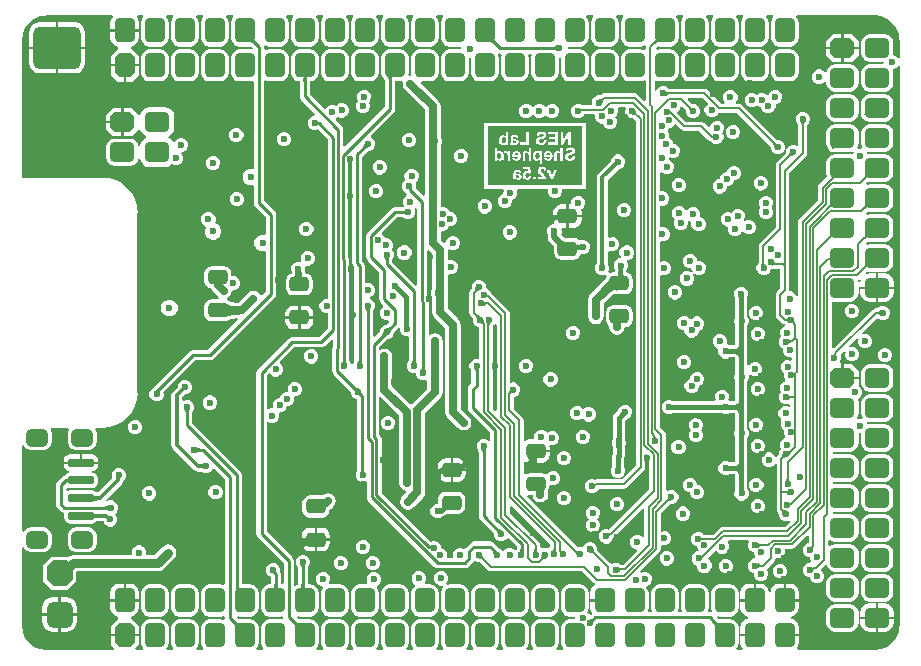
<source format=gbr>
%TF.GenerationSoftware,Altium Limited,Altium Designer,23.9.2 (47)*%
G04 Layer_Physical_Order=6*
G04 Layer_Color=16711680*
%FSLAX45Y45*%
%MOMM*%
%TF.SameCoordinates,F1AFF133-CB08-443C-B5AD-2193434A7FAF*%
%TF.FilePolarity,Positive*%
%TF.FileFunction,Copper,L6,Bot,Signal*%
%TF.Part,Single*%
G01*
G75*
%TA.AperFunction,SMDPad,CuDef*%
G04:AMPARAMS|DCode=75|XSize=1.65mm|YSize=1.25mm|CornerRadius=0.3125mm|HoleSize=0mm|Usage=FLASHONLY|Rotation=0.000|XOffset=0mm|YOffset=0mm|HoleType=Round|Shape=RoundedRectangle|*
%AMROUNDEDRECTD75*
21,1,1.65000,0.62500,0,0,0.0*
21,1,1.02500,1.25000,0,0,0.0*
1,1,0.62500,0.51250,-0.31250*
1,1,0.62500,-0.51250,-0.31250*
1,1,0.62500,-0.51250,0.31250*
1,1,0.62500,0.51250,0.31250*
%
%ADD75ROUNDEDRECTD75*%
%TA.AperFunction,Conductor*%
%ADD76C,0.25000*%
%ADD77C,0.40000*%
%ADD79C,0.15000*%
%ADD80C,0.20000*%
%ADD81C,0.50000*%
%ADD82C,0.70000*%
%ADD83C,0.35000*%
%ADD84C,0.30000*%
%ADD91C,0.75000*%
%TA.AperFunction,ComponentPad*%
G04:AMPARAMS|DCode=95|XSize=1.7mm|YSize=2.1mm|CornerRadius=0.425mm|HoleSize=0mm|Usage=FLASHONLY|Rotation=270.000|XOffset=0mm|YOffset=0mm|HoleType=Round|Shape=RoundedRectangle|*
%AMROUNDEDRECTD95*
21,1,1.70000,1.25001,0,0,270.0*
21,1,0.85000,2.10000,0,0,270.0*
1,1,0.85000,-0.62500,-0.42500*
1,1,0.85000,-0.62500,0.42500*
1,1,0.85000,0.62500,0.42500*
1,1,0.85000,0.62500,-0.42500*
%
%ADD95ROUNDEDRECTD95*%
G04:AMPARAMS|DCode=96|XSize=1.7mm|YSize=2.1mm|CornerRadius=0mm|HoleSize=0mm|Usage=FLASHONLY|Rotation=270.000|XOffset=0mm|YOffset=0mm|HoleType=Round|Shape=Octagon|*
%AMOCTAGOND96*
4,1,8,1.05000,0.42500,1.05000,-0.42500,0.62500,-0.85000,-0.62500,-0.85000,-1.05000,-0.42500,-1.05000,0.42500,-0.62500,0.85000,0.62500,0.85000,1.05000,0.42500,0.0*
%
%ADD96OCTAGOND96*%

G04:AMPARAMS|DCode=97|XSize=1.7mm|YSize=2.1mm|CornerRadius=0mm|HoleSize=0mm|Usage=FLASHONLY|Rotation=0.000|XOffset=0mm|YOffset=0mm|HoleType=Round|Shape=Octagon|*
%AMOCTAGOND97*
4,1,8,-0.42500,1.05000,0.42500,1.05000,0.85000,0.62500,0.85000,-0.62500,0.42500,-1.05000,-0.42500,-1.05000,-0.85000,-0.62500,-0.85000,0.62500,-0.42500,1.05000,0.0*
%
%ADD97OCTAGOND97*%

G04:AMPARAMS|DCode=98|XSize=1.7mm|YSize=2.1mm|CornerRadius=0.425mm|HoleSize=0mm|Usage=FLASHONLY|Rotation=0.000|XOffset=0mm|YOffset=0mm|HoleType=Round|Shape=RoundedRectangle|*
%AMROUNDEDRECTD98*
21,1,1.70000,1.25001,0,0,0.0*
21,1,0.85000,2.10000,0,0,0.0*
1,1,0.85000,0.42500,-0.62500*
1,1,0.85000,-0.42500,-0.62500*
1,1,0.85000,-0.42500,0.62500*
1,1,0.85000,0.42500,0.62500*
%
%ADD98ROUNDEDRECTD98*%
G04:AMPARAMS|DCode=99|XSize=1.8mm|YSize=1.45mm|CornerRadius=0.3625mm|HoleSize=0mm|Usage=FLASHONLY|Rotation=180.000|XOffset=0mm|YOffset=0mm|HoleType=Round|Shape=RoundedRectangle|*
%AMROUNDEDRECTD99*
21,1,1.80000,0.72500,0,0,180.0*
21,1,1.07500,1.45000,0,0,180.0*
1,1,0.72500,-0.53750,0.36250*
1,1,0.72500,0.53750,0.36250*
1,1,0.72500,0.53750,-0.36250*
1,1,0.72500,-0.53750,-0.36250*
%
%ADD99ROUNDEDRECTD99*%
G04:AMPARAMS|DCode=100|XSize=4mm|YSize=3.6mm|CornerRadius=0.54mm|HoleSize=0mm|Usage=FLASHONLY|Rotation=0.000|XOffset=0mm|YOffset=0mm|HoleType=Round|Shape=RoundedRectangle|*
%AMROUNDEDRECTD100*
21,1,4.00000,2.52000,0,0,0.0*
21,1,2.92000,3.60000,0,0,0.0*
1,1,1.08000,1.46000,-1.26000*
1,1,1.08000,-1.46000,-1.26000*
1,1,1.08000,-1.46000,1.26000*
1,1,1.08000,1.46000,1.26000*
%
%ADD100ROUNDEDRECTD100*%
G04:AMPARAMS|DCode=101|XSize=2.2mm|YSize=2.2mm|CornerRadius=0.55mm|HoleSize=0mm|Usage=FLASHONLY|Rotation=270.000|XOffset=0mm|YOffset=0mm|HoleType=Round|Shape=RoundedRectangle|*
%AMROUNDEDRECTD101*
21,1,2.20000,1.10000,0,0,270.0*
21,1,1.10000,2.20000,0,0,270.0*
1,1,1.10000,-0.55000,-0.55000*
1,1,1.10000,-0.55000,0.55000*
1,1,1.10000,0.55000,0.55000*
1,1,1.10000,0.55000,-0.55000*
%
%ADD101ROUNDEDRECTD101*%
G04:AMPARAMS|DCode=102|XSize=2.2mm|YSize=2.2mm|CornerRadius=0mm|HoleSize=0mm|Usage=FLASHONLY|Rotation=270.000|XOffset=0mm|YOffset=0mm|HoleType=Round|Shape=Octagon|*
%AMOCTAGOND102*
4,1,8,-0.55000,-1.10000,0.55000,-1.10000,1.10000,-0.55000,1.10000,0.55000,0.55000,1.10000,-0.55000,1.10000,-1.10000,0.55000,-1.10000,-0.55000,-0.55000,-1.10000,0.0*
%
%ADD102OCTAGOND102*%

%TA.AperFunction,ViaPad*%
%ADD103C,0.60000*%
%TA.AperFunction,SMDPad,CuDef*%
G04:AMPARAMS|DCode=107|XSize=2.2mm|YSize=0.7mm|CornerRadius=0.175mm|HoleSize=0mm|Usage=FLASHONLY|Rotation=180.000|XOffset=0mm|YOffset=0mm|HoleType=Round|Shape=RoundedRectangle|*
%AMROUNDEDRECTD107*
21,1,2.20000,0.35000,0,0,180.0*
21,1,1.85000,0.70000,0,0,180.0*
1,1,0.35000,-0.92500,0.17500*
1,1,0.35000,0.92500,0.17500*
1,1,0.35000,0.92500,-0.17500*
1,1,0.35000,-0.92500,-0.17500*
%
%ADD107ROUNDEDRECTD107*%
G36*
X6544322Y5189773D02*
X6543154Y5190590D01*
X6541739Y5190949D01*
X6540075Y5190852D01*
X6538164Y5190298D01*
X6536005Y5189288D01*
X6533599Y5187822D01*
X6530946Y5185899D01*
X6528044Y5183519D01*
X6521498Y5177391D01*
X6510891Y5187997D01*
X6514184Y5191394D01*
X6519399Y5197445D01*
X6521322Y5200099D01*
X6522789Y5202505D01*
X6523798Y5204664D01*
X6524352Y5206575D01*
X6524449Y5208238D01*
X6524090Y5209654D01*
X6523274Y5210822D01*
X6544322Y5189773D01*
D02*
G37*
G36*
X5162577Y5219707D02*
X5162035Y5217288D01*
X5162293Y5214418D01*
X5163350Y5211097D01*
X5165208Y5207324D01*
X5167864Y5203100D01*
X5171321Y5198424D01*
X5175577Y5193297D01*
X5186489Y5181689D01*
X5168811Y5164011D01*
X5162781Y5169867D01*
X5152076Y5179179D01*
X5147400Y5182636D01*
X5143176Y5185292D01*
X5139403Y5187149D01*
X5136082Y5188207D01*
X5133212Y5188465D01*
X5130793Y5187923D01*
X5128826Y5186581D01*
X5163919Y5221674D01*
X5162577Y5219707D01*
D02*
G37*
G36*
X3130577D02*
X3130035Y5217288D01*
X3130293Y5214418D01*
X3131350Y5211097D01*
X3133208Y5207324D01*
X3135864Y5203100D01*
X3139321Y5198424D01*
X3143577Y5193297D01*
X3154489Y5181689D01*
X3136811Y5164011D01*
X3130781Y5169867D01*
X3120076Y5179179D01*
X3115400Y5182636D01*
X3111176Y5185292D01*
X3107403Y5187149D01*
X3104082Y5188207D01*
X3101212Y5188465D01*
X3098793Y5187923D01*
X3096826Y5186581D01*
X3131919Y5221674D01*
X3130577Y5219707D01*
D02*
G37*
G36*
X8434462Y5410484D02*
X8485651Y5389281D01*
X8529609Y5355551D01*
X8563338Y5311594D01*
X8584542Y5260404D01*
X8589867Y5219955D01*
X8591113Y5205471D01*
X8591116Y5205460D01*
X8591116Y5190471D01*
X8591120Y5057416D01*
X8576120Y5054432D01*
X8575688Y5055475D01*
X8558809Y5072354D01*
X8536757Y5081488D01*
X8534972Y5083663D01*
X8538420Y5101000D01*
Y5186000D01*
X8532793Y5214288D01*
X8516770Y5238269D01*
X8492788Y5254293D01*
X8464500Y5259920D01*
X8339500D01*
X8311212Y5254293D01*
X8287230Y5238269D01*
X8271206Y5214288D01*
X8265580Y5186000D01*
Y5101000D01*
X8271206Y5072712D01*
X8287230Y5048731D01*
X8311212Y5032707D01*
X8339500Y5027080D01*
X8452748D01*
X8456163Y5022790D01*
X8451218Y5006746D01*
X8450419Y5005920D01*
X8339500D01*
X8311212Y5000293D01*
X8287230Y4984269D01*
X8271206Y4960288D01*
X8265580Y4932000D01*
Y4847000D01*
X8271206Y4818712D01*
X8287230Y4794731D01*
X8311212Y4778707D01*
X8339500Y4773080D01*
X8464500D01*
X8492788Y4778707D01*
X8516770Y4794731D01*
X8532793Y4818712D01*
X8538420Y4847000D01*
Y4932000D01*
X8535538Y4946488D01*
X8536757Y4961488D01*
X8558809Y4970623D01*
X8575688Y4987501D01*
X8576122Y4988549D01*
X8591122Y4985565D01*
X8591247Y270194D01*
X8591247Y269996D01*
Y255256D01*
X8589999Y240773D01*
X8584683Y200394D01*
X8563507Y149271D01*
X8529821Y105371D01*
X8485921Y71685D01*
X8434798Y50509D01*
X8381926Y43549D01*
X8379938Y43944D01*
X7730948D01*
X7722930Y58944D01*
X7735503Y77761D01*
X7741518Y108000D01*
Y160500D01*
X7620000D01*
Y180500D01*
X7741518D01*
Y233000D01*
X7735503Y263239D01*
X7718374Y288874D01*
X7692739Y306003D01*
X7673386Y309853D01*
Y325147D01*
X7692739Y328997D01*
X7718374Y346126D01*
X7735503Y371761D01*
X7741518Y402000D01*
Y454500D01*
X7620000D01*
Y464500D01*
X7610000D01*
Y606018D01*
X7577500D01*
X7547261Y600003D01*
X7521626Y582874D01*
X7504497Y557239D01*
X7500647Y537885D01*
X7485353D01*
X7481503Y557239D01*
X7464374Y582874D01*
X7438739Y600003D01*
X7408500Y606018D01*
X7376000D01*
Y464500D01*
X7366000D01*
Y454500D01*
X7244482D01*
Y402000D01*
X7250497Y371761D01*
X7267626Y346126D01*
X7293261Y328997D01*
X7312614Y325147D01*
Y309853D01*
X7293261Y306003D01*
X7267626Y288874D01*
X7250497Y263239D01*
X7244482Y233000D01*
Y180500D01*
X7366000D01*
Y160500D01*
X7244482D01*
Y108000D01*
X7250497Y77761D01*
X7263070Y58944D01*
X7255052Y43944D01*
X7214074D01*
X7208917Y58944D01*
X7222793Y79712D01*
X7228420Y108000D01*
Y233000D01*
X7222793Y261288D01*
X7206769Y285270D01*
X7182788Y301294D01*
X7154500Y306920D01*
X7069500D01*
X7059987Y305028D01*
X7059084Y305695D01*
X7051414Y312367D01*
X7046401Y317380D01*
X7053790Y331205D01*
X7069500Y328080D01*
X7154500D01*
X7182788Y333706D01*
X7206769Y349730D01*
X7222793Y373712D01*
X7228420Y402000D01*
Y527000D01*
X7222793Y555288D01*
X7206769Y579270D01*
X7182788Y595293D01*
X7154500Y600920D01*
X7069500D01*
X7041212Y595293D01*
X7017231Y579270D01*
X7001207Y555288D01*
X6995580Y527000D01*
Y402000D01*
X7000960Y374954D01*
X6997658Y369383D01*
X6992543Y363145D01*
X6977727Y364690D01*
X6969712Y378332D01*
X6974420Y402000D01*
Y527000D01*
X6968793Y555288D01*
X6952769Y579270D01*
X6928788Y595293D01*
X6900500Y600920D01*
X6815500D01*
X6787212Y595293D01*
X6763231Y579270D01*
X6747207Y555288D01*
X6741580Y527000D01*
Y402000D01*
X6746288Y378332D01*
X6738317Y364765D01*
X6723683D01*
X6715712Y378332D01*
X6720420Y402000D01*
Y527000D01*
X6714793Y555288D01*
X6698769Y579270D01*
X6674788Y595293D01*
X6646500Y600920D01*
X6561500D01*
X6533212Y595293D01*
X6509231Y579270D01*
X6493207Y555288D01*
X6487580Y527000D01*
Y402000D01*
X6492288Y378332D01*
X6484317Y364765D01*
X6469683D01*
X6461712Y378332D01*
X6466420Y402000D01*
Y527000D01*
X6460793Y555288D01*
X6448651Y573460D01*
X6448517Y574915D01*
X6452882Y589401D01*
X6453855Y590616D01*
X6469372Y597044D01*
X6486251Y613922D01*
X6495385Y635974D01*
Y659844D01*
X6486251Y681896D01*
X6469372Y698775D01*
X6447320Y707909D01*
X6423450D01*
X6405941Y700656D01*
X6397444Y713373D01*
X6557036Y872964D01*
X6565324Y885368D01*
X6568234Y900000D01*
Y924791D01*
X6580706Y933125D01*
X6588249Y930000D01*
X6612119D01*
X6634171Y939135D01*
X6651050Y956013D01*
X6660184Y978065D01*
Y1001935D01*
X6651050Y1023987D01*
X6634171Y1040866D01*
X6612119Y1050000D01*
X6588249D01*
X6580706Y1046875D01*
X6568234Y1055209D01*
Y1194163D01*
X6650649Y1276578D01*
X6664357Y1279387D01*
X6668432Y1280000D01*
X6671935D01*
X6693987Y1289135D01*
X6710865Y1306013D01*
X6720000Y1328065D01*
Y1351935D01*
X6710865Y1373987D01*
X6693987Y1390866D01*
X6671935Y1400000D01*
X6648065D01*
X6628234Y1391786D01*
X6613234Y1397686D01*
Y1865000D01*
X6610324Y1879631D01*
X6602036Y1892036D01*
X6562214Y1931857D01*
Y3210069D01*
X6574686Y3218403D01*
X6581195Y3215707D01*
X6605064D01*
X6627117Y3224841D01*
X6643995Y3241719D01*
X6653129Y3263772D01*
Y3287641D01*
X6643995Y3309694D01*
X6627117Y3326572D01*
X6605064Y3335707D01*
X6581195D01*
X6574686Y3333011D01*
X6562214Y3341344D01*
Y3497606D01*
X6572554Y3504515D01*
X6596423D01*
X6618475Y3513649D01*
X6635354Y3530528D01*
X6644488Y3552580D01*
Y3576450D01*
X6635354Y3598502D01*
X6618475Y3615380D01*
X6596423Y3624515D01*
X6572554D01*
X6562214Y3631423D01*
Y3805781D01*
X6564546Y3807338D01*
X6588415D01*
X6610467Y3816472D01*
X6627346Y3833351D01*
X6636480Y3855403D01*
Y3879273D01*
X6627346Y3901325D01*
X6610467Y3918203D01*
X6588415Y3927338D01*
X6564546D01*
X6562214Y3928895D01*
Y4086720D01*
X6577214Y4092933D01*
X6586013Y4084135D01*
X6608065Y4075000D01*
X6631935D01*
X6653987Y4084135D01*
X6670865Y4101013D01*
X6680000Y4123065D01*
Y4146935D01*
X6670865Y4168987D01*
X6653987Y4185866D01*
X6639869Y4191713D01*
X6642500Y4198065D01*
Y4206928D01*
X6654972Y4215262D01*
X6663881Y4211571D01*
X6687750D01*
X6709803Y4220706D01*
X6726681Y4237584D01*
X6735815Y4259637D01*
Y4283506D01*
X6726681Y4305559D01*
X6709803Y4322437D01*
X6687750Y4331571D01*
X6670000D01*
Y4341935D01*
X6660866Y4363987D01*
X6643987Y4380866D01*
X6640172Y4382446D01*
X6642500Y4388065D01*
Y4411935D01*
X6633365Y4433987D01*
X6627353Y4440000D01*
X6633365Y4446013D01*
X6642500Y4468065D01*
Y4468229D01*
X6653705D01*
X6675758Y4477364D01*
X6692636Y4494242D01*
X6700185Y4495743D01*
X6742964Y4452964D01*
X6755369Y4444676D01*
X6770000Y4441766D01*
X6894163D01*
X6972964Y4362964D01*
X6985368Y4354676D01*
X6992769Y4353204D01*
X7007138Y4338835D01*
X7029191Y4329701D01*
X7053060D01*
X7075113Y4338835D01*
X7091991Y4355713D01*
X7101125Y4377766D01*
Y4401635D01*
X7091991Y4423688D01*
X7091510Y4424169D01*
X7100001Y4432661D01*
X7109135Y4454713D01*
Y4478583D01*
X7100001Y4500635D01*
X7083123Y4517513D01*
X7061070Y4526648D01*
X7037201D01*
X7015148Y4517513D01*
X6998270Y4500635D01*
X6989136Y4478583D01*
Y4474534D01*
X6975278Y4468794D01*
X6937036Y4507036D01*
X6924632Y4515324D01*
X6910000Y4518234D01*
X6785837D01*
X6711242Y4592830D01*
X6713988Y4606635D01*
X6730866Y4623513D01*
X6736822Y4637892D01*
X6753858Y4642069D01*
X6781576Y4614351D01*
X6784386Y4600643D01*
X6784999Y4596566D01*
Y4593065D01*
X6794133Y4571013D01*
X6811012Y4554135D01*
X6833064Y4545000D01*
X6856934D01*
X6878986Y4554135D01*
X6895865Y4571013D01*
X6904999Y4593065D01*
Y4616935D01*
X6895865Y4638987D01*
X6878986Y4655866D01*
X6856934Y4665000D01*
X6853433D01*
X6848989Y4665669D01*
X6841135Y4667082D01*
X6835708Y4668363D01*
X6798663Y4705408D01*
X6804403Y4719266D01*
X6922832D01*
X6967293Y4674805D01*
X6966012Y4668365D01*
X6949134Y4651487D01*
X6940000Y4629435D01*
Y4605565D01*
X6949134Y4583513D01*
X6966013Y4566635D01*
X6988065Y4557500D01*
X7011935D01*
X7033987Y4566635D01*
X7050866Y4583513D01*
X7055189Y4593950D01*
X7066170Y4591766D01*
X7214163D01*
X7496578Y4309351D01*
X7499387Y4295643D01*
X7500000Y4291566D01*
Y4288065D01*
X7509135Y4266013D01*
X7526013Y4249135D01*
X7548065Y4240000D01*
X7571935D01*
X7593987Y4249135D01*
X7610866Y4266013D01*
X7620000Y4288065D01*
Y4311935D01*
X7610866Y4333987D01*
X7593987Y4350866D01*
X7571935Y4360000D01*
X7568434D01*
X7563990Y4360668D01*
X7556136Y4362082D01*
X7550709Y4363362D01*
X7257036Y4657036D01*
X7244632Y4665324D01*
X7230000Y4668234D01*
X7210054D01*
X7203841Y4683234D01*
X7210603Y4689996D01*
X7219737Y4712049D01*
Y4735918D01*
X7210603Y4757971D01*
X7193724Y4774849D01*
X7171672Y4783983D01*
X7147803D01*
X7125750Y4774849D01*
X7108872Y4757971D01*
X7099737Y4735918D01*
Y4712049D01*
X7108872Y4689996D01*
X7115634Y4683234D01*
X7109420Y4668234D01*
X7082007D01*
X6965705Y4784536D01*
X6953301Y4792824D01*
X6938670Y4795734D01*
X6641458D01*
X6629779Y4803441D01*
X6626464Y4805889D01*
X6623987Y4808366D01*
X6601935Y4817500D01*
X6578065D01*
X6556013Y4808366D01*
X6539134Y4791487D01*
X6533234Y4777243D01*
X6518234Y4780227D01*
Y4859804D01*
X6531463Y4866875D01*
X6533212Y4865707D01*
X6561500Y4860080D01*
X6646500D01*
X6674788Y4865707D01*
X6698769Y4881730D01*
X6714793Y4905712D01*
X6720420Y4934000D01*
Y5059000D01*
X6714793Y5087288D01*
X6698769Y5111270D01*
X6674788Y5127294D01*
X6646500Y5132920D01*
X6561500D01*
X6536790Y5128005D01*
X6528150Y5140578D01*
X6544944Y5157373D01*
X6561500Y5154080D01*
X6646500D01*
X6674788Y5159706D01*
X6698769Y5175730D01*
X6714793Y5199712D01*
X6720420Y5228000D01*
Y5353000D01*
X6714793Y5381288D01*
X6700917Y5402056D01*
X6706074Y5417056D01*
X6755926D01*
X6761083Y5402056D01*
X6747207Y5381288D01*
X6741580Y5353000D01*
Y5228000D01*
X6747207Y5199712D01*
X6763231Y5175730D01*
X6787212Y5159706D01*
X6815500Y5154080D01*
X6900500D01*
X6928788Y5159706D01*
X6952769Y5175730D01*
X6968793Y5199712D01*
X6974420Y5228000D01*
Y5353000D01*
X6968793Y5381288D01*
X6954917Y5402056D01*
X6960074Y5417056D01*
X7009926D01*
X7015083Y5402056D01*
X7001207Y5381288D01*
X6995580Y5353000D01*
Y5228000D01*
X7001207Y5199712D01*
X7017231Y5175730D01*
X7041212Y5159706D01*
X7069500Y5154080D01*
X7154500D01*
X7182788Y5159706D01*
X7206769Y5175730D01*
X7222793Y5199712D01*
X7228420Y5228000D01*
Y5353000D01*
X7222793Y5381288D01*
X7208917Y5402056D01*
X7214074Y5417056D01*
X7263926D01*
X7269083Y5402056D01*
X7255207Y5381288D01*
X7249580Y5353000D01*
Y5228000D01*
X7255207Y5199712D01*
X7271231Y5175730D01*
X7295212Y5159706D01*
X7323500Y5154080D01*
X7408500D01*
X7436788Y5159706D01*
X7460769Y5175730D01*
X7476793Y5199712D01*
X7482420Y5228000D01*
Y5353000D01*
X7476793Y5381288D01*
X7462917Y5402056D01*
X7468074Y5417056D01*
X7517926D01*
X7523083Y5402056D01*
X7509207Y5381288D01*
X7503580Y5353000D01*
Y5228000D01*
X7509207Y5199712D01*
X7525231Y5175730D01*
X7549212Y5159706D01*
X7577500Y5154080D01*
X7662500D01*
X7690788Y5159706D01*
X7714769Y5175730D01*
X7730793Y5199712D01*
X7736420Y5228000D01*
Y5353000D01*
X7730793Y5381288D01*
X7716917Y5402056D01*
X7722074Y5417056D01*
X8379531D01*
X8381527Y5417453D01*
X8434462Y5410484D01*
D02*
G37*
G36*
X6253083Y5402056D02*
X6239207Y5381288D01*
X6233580Y5353000D01*
Y5228000D01*
X6239207Y5199712D01*
X6255231Y5175730D01*
X6279212Y5159706D01*
X6307500Y5154080D01*
X6392500D01*
X6420788Y5159706D01*
X6431715Y5167008D01*
X6433193Y5166338D01*
X6443872Y5157090D01*
X6441766Y5146500D01*
Y5129187D01*
X6428537Y5122116D01*
X6420788Y5127294D01*
X6392500Y5132920D01*
X6307500D01*
X6279212Y5127294D01*
X6255231Y5111270D01*
X6239207Y5087288D01*
X6233580Y5059000D01*
Y4934000D01*
X6239207Y4905712D01*
X6255231Y4881730D01*
X6279212Y4865707D01*
X6307500Y4860080D01*
X6392500D01*
X6420788Y4865707D01*
X6428537Y4870884D01*
X6441766Y4863813D01*
Y4701904D01*
X6427908Y4696164D01*
X6377036Y4747036D01*
X6364632Y4755324D01*
X6350000Y4758234D01*
X6090000D01*
X6075368Y4755324D01*
X6062964Y4747036D01*
X6059351Y4743423D01*
X6045643Y4740613D01*
X6041566Y4740000D01*
X6038065D01*
X6016013Y4730866D01*
X5999135Y4713987D01*
X5990000Y4691935D01*
Y4668066D01*
X5983431Y4658234D01*
X5906618D01*
X5903987Y4660865D01*
X5881935Y4670000D01*
X5858065D01*
X5836013Y4660865D01*
X5819134Y4643987D01*
X5810000Y4621935D01*
Y4598065D01*
X5819134Y4576013D01*
X5836013Y4559134D01*
X5858065Y4550000D01*
X5881935D01*
X5903987Y4559134D01*
X5920865Y4576013D01*
X5923248Y4581766D01*
X6007684D01*
X6012813Y4574089D01*
Y4550220D01*
X6021947Y4528168D01*
X6038826Y4511289D01*
X6060878Y4502155D01*
X6084188D01*
X6091538Y4484410D01*
X6108416Y4467532D01*
X6130469Y4458397D01*
X6154338D01*
X6176391Y4467532D01*
X6193269Y4484410D01*
X6202403Y4506463D01*
Y4530332D01*
X6193269Y4552385D01*
X6185253Y4560400D01*
X6200865Y4576013D01*
X6210000Y4598065D01*
Y4621935D01*
X6206952Y4629294D01*
X6215285Y4641766D01*
X6263127D01*
X6271460Y4629294D01*
X6267943Y4620803D01*
Y4596934D01*
X6277078Y4574881D01*
X6293956Y4558003D01*
X6316008Y4548869D01*
X6319509D01*
X6323953Y4548200D01*
X6331807Y4546787D01*
X6337234Y4545506D01*
X6361766Y4520975D01*
Y1605837D01*
X6244163Y1488234D01*
X6021287D01*
X6014406Y1486865D01*
X6002582Y1491763D01*
X5978712D01*
X5956660Y1482629D01*
X5939781Y1465750D01*
X5930647Y1443698D01*
Y1419829D01*
X5939781Y1397776D01*
X5956660Y1380898D01*
X5978712Y1371763D01*
X6002582D01*
X6024634Y1380898D01*
X6041512Y1397776D01*
X6047307Y1411766D01*
X6260000D01*
X6274632Y1414676D01*
X6287036Y1422964D01*
X6427036Y1562964D01*
X6435324Y1575368D01*
X6438234Y1590000D01*
Y1698096D01*
X6452092Y1703837D01*
X6471766Y1684163D01*
Y1407776D01*
X6127469Y1063479D01*
X6121038Y1066143D01*
X6097168D01*
X6075116Y1057009D01*
X6058237Y1040131D01*
X6049103Y1018078D01*
Y994209D01*
X6058237Y972156D01*
X6075116Y955278D01*
X6097168Y946144D01*
X6121038D01*
X6143090Y955278D01*
X6159968Y972156D01*
X6169103Y994209D01*
Y998326D01*
X6173189Y1001056D01*
X6416766Y1244633D01*
X6431766Y1238420D01*
Y1003885D01*
X6416766Y998087D01*
X6403987Y1010866D01*
X6381935Y1020000D01*
X6358065D01*
X6336013Y1010866D01*
X6319134Y993987D01*
X6310000Y971935D01*
Y948065D01*
X6319134Y926013D01*
X6336013Y909135D01*
X6358065Y900000D01*
X6362215D01*
X6368429Y885000D01*
X6251663Y768234D01*
X6235556D01*
X6224062Y773291D01*
X6223987Y773365D01*
X6222356Y774041D01*
X6221455Y774437D01*
X6218099Y776178D01*
X6215105Y777045D01*
X6201935Y782500D01*
X6178065D01*
X6156013Y773365D01*
X6142753Y781319D01*
X6033423Y890649D01*
X6030613Y904357D01*
X6030000Y908434D01*
Y911935D01*
X6020866Y933987D01*
X6003987Y950866D01*
X5981935Y960000D01*
X5958065D01*
X5936013Y950866D01*
X5919134Y933987D01*
X5911392Y915296D01*
X5901935Y919213D01*
X5878065D01*
X5872603Y916951D01*
X5871167Y916795D01*
X5868206Y915865D01*
X5439171Y1344901D01*
X5446560Y1358725D01*
X5458750Y1356300D01*
X5484463D01*
X5488772Y1334638D01*
X5503138Y1313138D01*
X5524638Y1298772D01*
X5550000Y1293727D01*
X5575362Y1298772D01*
X5596862Y1313138D01*
X5611229Y1334638D01*
X5616273Y1360000D01*
Y1390851D01*
X5618946Y1394852D01*
X5623700Y1418750D01*
Y1433857D01*
X5638700Y1443880D01*
X5648065Y1440000D01*
X5671935D01*
X5693987Y1449135D01*
X5710866Y1466013D01*
X5720000Y1488065D01*
Y1511935D01*
X5710866Y1533987D01*
X5693987Y1550866D01*
X5671935Y1560000D01*
X5648065D01*
X5626013Y1550866D01*
X5612491Y1537344D01*
X5609134Y1533988D01*
X5592828Y1533815D01*
X5585148Y1538946D01*
X5561250Y1543700D01*
X5458750D01*
X5434851Y1538946D01*
X5423234Y1531184D01*
X5408234Y1539202D01*
Y1634785D01*
X5423234Y1642803D01*
X5432900Y1636344D01*
X5453742Y1632198D01*
X5453737Y1632760D01*
X5453248Y1640420D01*
X5448492Y1640914D01*
X5449506Y1642125D01*
X5450413Y1643564D01*
X5451213Y1645230D01*
X5451906Y1647124D01*
X5452493Y1649246D01*
X5452640Y1649962D01*
X5452383Y1653988D01*
X5451571Y1659205D01*
X5450578Y1663495D01*
X5449405Y1666855D01*
X5448051Y1669286D01*
X5446517Y1670789D01*
X5444803Y1671362D01*
X5499999Y1668022D01*
Y1730000D01*
X5509999D01*
Y1740000D01*
X5628798D01*
Y1761250D01*
X5626919Y1770697D01*
X5640362Y1780000D01*
X5661935D01*
X5683987Y1789134D01*
X5700865Y1806013D01*
X5710000Y1828065D01*
Y1851935D01*
X5700865Y1873987D01*
X5683987Y1890865D01*
X5661935Y1900000D01*
X5638065D01*
X5616013Y1890865D01*
X5610000Y1884853D01*
X5593987Y1900866D01*
X5571935Y1910000D01*
X5548065D01*
X5526013Y1900866D01*
X5509135Y1883987D01*
X5500000Y1861935D01*
Y1838066D01*
X5493808Y1828798D01*
X5458750D01*
X5432900Y1823656D01*
X5423234Y1817198D01*
X5408234Y1825215D01*
Y1990000D01*
X5405324Y2004632D01*
X5397036Y2017036D01*
X5325565Y2088507D01*
Y2190000D01*
X5331935D01*
X5353987Y2199135D01*
X5370866Y2216013D01*
X5380000Y2238065D01*
Y2261935D01*
X5370866Y2283987D01*
X5353987Y2300866D01*
X5331935Y2310000D01*
X5308065D01*
X5303206Y2307987D01*
X5290734Y2316321D01*
Y2897500D01*
X5287824Y2912132D01*
X5279536Y2924536D01*
X5134495Y3069577D01*
X5129701Y3072779D01*
X5124582Y3085138D01*
X5107704Y3102016D01*
X5090000Y3109350D01*
Y3131935D01*
X5080866Y3153987D01*
X5063987Y3170866D01*
X5041935Y3180000D01*
X5018065D01*
X4996013Y3170866D01*
X4979135Y3153987D01*
X4970000Y3131935D01*
Y3116111D01*
X4969748Y3113668D01*
X4970000Y3110983D01*
Y3108065D01*
X4970137Y3107735D01*
X4970127Y3106980D01*
X4961162Y3098014D01*
X4952321Y3084783D01*
X4949216Y3069176D01*
X4949216Y3069175D01*
Y2900001D01*
X4949216Y2900000D01*
X4952321Y2884393D01*
X4961162Y2871162D01*
X4979850Y2852473D01*
X4979851Y2848049D01*
X4979635Y2845150D01*
X4980000Y2842172D01*
Y2828065D01*
X4989135Y2806013D01*
X5006013Y2789134D01*
X5028065Y2780000D01*
X5029217D01*
Y2514866D01*
X5021934Y2510000D01*
X4998065D01*
X4976013Y2500865D01*
X4959134Y2483987D01*
X4950000Y2461935D01*
Y2438065D01*
X4959134Y2416013D01*
X4961586Y2413561D01*
X4962814Y2411858D01*
X4965361Y2407804D01*
X4965916Y2406754D01*
X4966419Y2405657D01*
X4966667Y2405009D01*
Y2301697D01*
X4949359Y2284389D01*
X4939966Y2270331D01*
X4936668Y2253748D01*
Y2096967D01*
X4939966Y2080384D01*
X4949359Y2066327D01*
X5126668Y1889018D01*
Y1819398D01*
X5111668Y1813185D01*
X5103987Y1820866D01*
X5081935Y1830000D01*
X5058065D01*
X5036013Y1820866D01*
X5019134Y1803987D01*
X5010000Y1781935D01*
Y1758065D01*
X5019134Y1736013D01*
X5021586Y1733561D01*
X5022814Y1731858D01*
X5025361Y1727804D01*
X5025916Y1726754D01*
X5026419Y1725657D01*
X5026668Y1725009D01*
Y1180000D01*
X5029966Y1163417D01*
X5039359Y1149359D01*
X5157545Y1031173D01*
X5157828Y1030539D01*
X5158249Y1029406D01*
X5158598Y1028274D01*
X5159664Y1023606D01*
X5160000Y1021530D01*
Y1018065D01*
X5169134Y996013D01*
X5186013Y979134D01*
X5208065Y970000D01*
X5231935D01*
X5253987Y979134D01*
X5262639Y987786D01*
X5282866Y988772D01*
X5349587Y922051D01*
Y896709D01*
X5349299Y896159D01*
X5348545Y895485D01*
X5335528Y893191D01*
X5333893Y893338D01*
X5330629Y894224D01*
X5323987Y900866D01*
X5301935Y910000D01*
X5278065D01*
X5256013Y900866D01*
X5243616Y888468D01*
X5235839Y884881D01*
X5224539Y887947D01*
X5213326Y899160D01*
X5210338Y900397D01*
X5192398Y916867D01*
X5158624Y950640D01*
X5144567Y960034D01*
X5127984Y963332D01*
X4990000D01*
X4973417Y960034D01*
X4959359Y950640D01*
X4919359Y910641D01*
X4917784Y908282D01*
X4903987Y900866D01*
X4897857Y903405D01*
X4881935Y910000D01*
X4858065D01*
X4836013Y900866D01*
X4819134Y883987D01*
X4810000Y861935D01*
Y838065D01*
X4810937Y835804D01*
X4802603Y823332D01*
X4767397D01*
X4759063Y835804D01*
X4760000Y838065D01*
Y861935D01*
X4750866Y883987D01*
X4733987Y900866D01*
X4711935Y910000D01*
X4710000D01*
Y921935D01*
X4700866Y943987D01*
X4683987Y960865D01*
X4661935Y970000D01*
X4638065D01*
X4619126Y962155D01*
X4205832Y1375449D01*
Y1827501D01*
X4202534Y1844083D01*
X4193141Y1858141D01*
X4181358Y1869924D01*
Y2183704D01*
X4196358Y2189917D01*
X4353727Y2032549D01*
Y1462033D01*
X4353139Y1459077D01*
X4358184Y1433715D01*
X4372550Y1412214D01*
X4394050Y1397848D01*
X4409781Y1394719D01*
X4414719Y1378443D01*
X4383138Y1346862D01*
X4368772Y1325362D01*
X4363727Y1300000D01*
X4368772Y1274638D01*
X4383138Y1253138D01*
X4404638Y1238771D01*
X4430000Y1233727D01*
X4455362Y1238771D01*
X4476862Y1253138D01*
X4556862Y1333138D01*
X4571229Y1354638D01*
X4576273Y1380000D01*
Y2052549D01*
X4706862Y2183138D01*
X4721229Y2204638D01*
X4726273Y2230000D01*
Y2660000D01*
X4721229Y2685362D01*
X4706862Y2706862D01*
X4685362Y2721228D01*
X4660000Y2726273D01*
X4634638Y2721228D01*
X4618333Y2710334D01*
X4603333Y2717133D01*
Y2988682D01*
X4600035Y3005265D01*
X4592728Y3016199D01*
Y3422335D01*
X4607728Y3428549D01*
X4633727Y3402550D01*
Y3096947D01*
X4625114Y3076154D01*
Y3052285D01*
X4633727Y3031492D01*
Y2910000D01*
X4638772Y2884639D01*
X4653138Y2863138D01*
X4743727Y2772549D01*
Y2060000D01*
X4748772Y2034639D01*
X4763138Y2013138D01*
X4853138Y1923138D01*
X4874638Y1908772D01*
X4900000Y1903727D01*
X4925362Y1908772D01*
X4946862Y1923138D01*
X4961229Y1944638D01*
X4966273Y1970000D01*
X4961229Y1995362D01*
X4946862Y2016862D01*
X4876273Y2087452D01*
Y2800000D01*
X4871229Y2825362D01*
X4856862Y2846862D01*
X4766273Y2937452D01*
Y3222121D01*
X4778066Y3230000D01*
X4801935D01*
X4823987Y3239134D01*
X4840866Y3256013D01*
X4850000Y3278065D01*
Y3301935D01*
X4840866Y3323987D01*
X4823987Y3340866D01*
X4801935Y3350000D01*
X4778066D01*
X4766273Y3357879D01*
Y3428169D01*
X4769396Y3431685D01*
X4780086Y3437448D01*
X4798065Y3430000D01*
X4821935D01*
X4843987Y3439135D01*
X4860866Y3456013D01*
X4870000Y3478065D01*
Y3501935D01*
X4860866Y3523987D01*
X4843987Y3540866D01*
X4821935Y3550000D01*
X4798065D01*
X4776013Y3540866D01*
X4759134Y3523987D01*
X4750000Y3501935D01*
Y3494939D01*
X4735000Y3488726D01*
X4706442Y3517284D01*
Y3576142D01*
X4706543Y3577003D01*
X4706884Y3578718D01*
X4717453Y3590000D01*
X4731935D01*
X4753987Y3599135D01*
X4770865Y3616013D01*
X4777208Y3631326D01*
X4800629D01*
X4822682Y3640461D01*
X4839560Y3657339D01*
X4848695Y3679391D01*
Y3703261D01*
X4839560Y3725313D01*
X4822682Y3742192D01*
X4800629Y3751326D01*
X4782986D01*
X4776771Y3766331D01*
X4759893Y3783210D01*
X4737840Y3792344D01*
X4713971D01*
X4706273Y3797487D01*
Y4316008D01*
X4706278Y4316013D01*
X4715412Y4338065D01*
Y4361935D01*
X4706278Y4383987D01*
X4706273Y4383992D01*
Y4650000D01*
X4701228Y4675362D01*
X4686862Y4696862D01*
X4538645Y4845080D01*
X4544858Y4860080D01*
X4614500D01*
X4642788Y4865707D01*
X4666769Y4881730D01*
X4682793Y4905712D01*
X4688420Y4934000D01*
Y5059000D01*
X4682793Y5087288D01*
X4666769Y5111270D01*
X4642788Y5127294D01*
X4614500Y5132920D01*
X4529500D01*
X4501212Y5127294D01*
X4477231Y5111270D01*
X4461207Y5087288D01*
X4455580Y5059000D01*
Y4934000D01*
X4458385Y4919899D01*
X4455068Y4914509D01*
X4445961Y4905470D01*
X4443960Y4905072D01*
X4431203Y4917828D01*
X4434420Y4934000D01*
Y5059000D01*
X4428793Y5087288D01*
X4412769Y5111270D01*
X4388788Y5127294D01*
X4360500Y5132920D01*
X4275500D01*
X4247212Y5127294D01*
X4223231Y5111270D01*
X4207207Y5087288D01*
X4201580Y5059000D01*
Y4934000D01*
X4207207Y4905712D01*
X4223231Y4881730D01*
X4234385Y4874277D01*
X4234389Y4874272D01*
X4234627Y4872768D01*
X4235313Y4863516D01*
Y4646596D01*
X3897190Y4308473D01*
X3883332Y4314213D01*
Y4450000D01*
X3880034Y4466583D01*
X3870640Y4480641D01*
X3818089Y4533192D01*
X3821016Y4547904D01*
X3823987Y4549134D01*
X3836348Y4561495D01*
X3858065Y4552500D01*
X3881935D01*
X3903987Y4561634D01*
X3920865Y4578513D01*
X3930000Y4600565D01*
Y4624434D01*
X3920865Y4646487D01*
X3903987Y4663365D01*
X3881935Y4672500D01*
X3858065D01*
X3836013Y4663365D01*
X3823652Y4651004D01*
X3801935Y4660000D01*
X3778065D01*
X3756013Y4650865D01*
X3739135Y4633987D01*
X3737904Y4631016D01*
X3723192Y4628089D01*
X3599332Y4751949D01*
Y4860041D01*
X3599340Y4860247D01*
X3626788Y4865707D01*
X3650769Y4881730D01*
X3666793Y4905712D01*
X3672420Y4934000D01*
Y5059000D01*
X3666793Y5087288D01*
X3650769Y5111270D01*
X3626788Y5127294D01*
X3598500Y5132920D01*
X3513500D01*
X3485212Y5127294D01*
X3461231Y5111270D01*
X3445207Y5087288D01*
X3439580Y5059000D01*
Y4934000D01*
X3445207Y4905712D01*
X3461231Y4881730D01*
X3485212Y4865707D01*
X3512668Y4860245D01*
Y4734000D01*
X3515966Y4717417D01*
X3525359Y4703359D01*
X3643720Y4584998D01*
X3637507Y4569998D01*
X3628063D01*
X3606011Y4560864D01*
X3589132Y4543986D01*
X3579998Y4521933D01*
Y4498064D01*
X3589132Y4476011D01*
X3606011Y4459133D01*
X3628063Y4449999D01*
X3651932D01*
X3663802Y4454915D01*
X3754165Y4364552D01*
Y3021491D01*
X3751932Y3019999D01*
X3728063D01*
X3706010Y3010865D01*
X3689132Y2993986D01*
X3679998Y2971934D01*
Y2948064D01*
X3689132Y2926012D01*
X3706010Y2909134D01*
X3728063Y2899999D01*
X3751932D01*
X3754165Y2898507D01*
Y2770446D01*
X3677054Y2693335D01*
X3450001D01*
X3433418Y2690036D01*
X3419360Y2680643D01*
X3159359Y2420642D01*
X3149966Y2406584D01*
X3146668Y2390002D01*
Y1030000D01*
X3149966Y1013417D01*
X3159359Y999359D01*
X3376668Y782051D01*
Y614256D01*
X3363411Y605159D01*
X3353332Y610038D01*
Y690529D01*
X3350034Y707112D01*
X3349769Y707508D01*
X3350000Y708065D01*
Y731935D01*
X3340866Y753987D01*
X3323987Y770866D01*
X3301935Y780000D01*
X3278065D01*
X3256013Y770866D01*
X3239134Y753987D01*
X3230000Y731935D01*
Y708065D01*
X3239134Y686013D01*
X3256013Y669135D01*
X3266668Y664721D01*
Y600959D01*
X3266666Y600920D01*
X3259500D01*
X3231212Y595293D01*
X3207231Y579270D01*
X3191207Y555288D01*
X3185580Y527000D01*
Y402000D01*
X3191207Y373712D01*
X3207231Y349730D01*
X3231212Y333706D01*
X3259500Y328080D01*
X3344500D01*
X3359350Y331033D01*
X3372242Y321893D01*
X3372718Y315449D01*
X3359512Y303934D01*
X3344500Y306920D01*
X3259500D01*
X3231212Y301294D01*
X3207231Y285270D01*
X3191207Y261288D01*
X3185580Y233000D01*
Y108000D01*
X3191207Y79712D01*
X3205083Y58944D01*
X3199926Y43944D01*
X3150074D01*
X3144917Y58944D01*
X3158793Y79712D01*
X3164420Y108000D01*
Y233000D01*
X3158793Y261288D01*
X3142769Y285270D01*
X3118788Y301294D01*
X3090500Y306920D01*
X3005500D01*
X2995987Y305028D01*
X2995084Y305695D01*
X2987410Y312371D01*
X2982400Y317381D01*
X2989789Y331205D01*
X3005500Y328080D01*
X3090500D01*
X3118788Y333706D01*
X3142769Y349730D01*
X3158793Y373712D01*
X3164420Y402000D01*
Y527000D01*
X3158793Y555288D01*
X3142769Y579270D01*
X3118788Y595293D01*
X3090500Y600920D01*
X3023332D01*
Y1530000D01*
X3020034Y1546583D01*
X3010640Y1560641D01*
X2603332Y1967949D01*
Y2055009D01*
X2603581Y2055657D01*
X2604083Y2056753D01*
X2604638Y2057803D01*
X2607188Y2061861D01*
X2608414Y2063562D01*
X2610865Y2066013D01*
X2620000Y2088065D01*
Y2111935D01*
X2610865Y2133987D01*
X2593987Y2150866D01*
X2571935Y2160000D01*
X2548065D01*
X2530882Y2152882D01*
X2515881Y2160333D01*
Y2180995D01*
X2543089Y2208203D01*
X2543400Y2208395D01*
X2544009Y2208716D01*
X2544683Y2209016D01*
X2545456Y2209301D01*
X2546339Y2209565D01*
X2547362Y2209803D01*
X2548513Y2210000D01*
X2551935D01*
X2573987Y2219134D01*
X2590866Y2236013D01*
X2600000Y2258065D01*
Y2281935D01*
X2590866Y2303987D01*
X2573987Y2320866D01*
X2551935Y2330000D01*
X2528065D01*
X2506013Y2320866D01*
X2489134Y2303987D01*
X2480000Y2281935D01*
Y2278513D01*
X2479803Y2277362D01*
X2479565Y2276341D01*
X2479301Y2275455D01*
X2479016Y2274683D01*
X2478716Y2274010D01*
X2478395Y2273400D01*
X2478203Y2273089D01*
X2437557Y2232443D01*
X2427611Y2217558D01*
X2424118Y2200000D01*
Y1780000D01*
X2427611Y1762442D01*
X2437557Y1747557D01*
X2617557Y1567557D01*
X2632442Y1557611D01*
X2650000Y1554119D01*
X2678488D01*
X2678841Y1554035D01*
X2679499Y1553831D01*
X2680193Y1553565D01*
X2680934Y1553224D01*
X2681749Y1552784D01*
X2682642Y1552228D01*
X2683592Y1551556D01*
X2686013Y1549135D01*
X2708065Y1540000D01*
X2731935D01*
X2753987Y1549135D01*
X2770865Y1566013D01*
X2773978Y1573528D01*
X2791672Y1577047D01*
X2876668Y1492052D01*
Y604023D01*
X2861667Y595914D01*
X2836500Y600920D01*
X2751500D01*
X2723212Y595293D01*
X2699231Y579270D01*
X2683207Y555288D01*
X2677580Y527000D01*
Y402000D01*
X2683207Y373712D01*
X2699231Y349730D01*
X2723212Y333706D01*
X2751500Y328080D01*
X2836500D01*
X2861667Y333086D01*
X2876668Y324977D01*
Y318499D01*
X2878297Y310307D01*
X2864797Y301287D01*
X2864788Y301294D01*
X2836500Y306920D01*
X2751500D01*
X2723212Y301294D01*
X2699231Y285270D01*
X2683207Y261288D01*
X2677580Y233000D01*
Y108000D01*
X2683207Y79712D01*
X2697083Y58944D01*
X2691926Y43944D01*
X2642074D01*
X2636917Y58944D01*
X2650793Y79712D01*
X2656420Y108000D01*
Y233000D01*
X2650793Y261288D01*
X2634769Y285270D01*
X2610788Y301294D01*
X2582500Y306920D01*
X2497500D01*
X2469212Y301294D01*
X2445231Y285270D01*
X2429207Y261288D01*
X2423580Y233000D01*
Y108000D01*
X2429207Y79712D01*
X2443083Y58944D01*
X2437926Y43944D01*
X2388074D01*
X2382917Y58944D01*
X2396793Y79712D01*
X2402420Y108000D01*
Y233000D01*
X2396793Y261288D01*
X2380769Y285270D01*
X2356788Y301294D01*
X2328500Y306920D01*
X2243500D01*
X2215212Y301294D01*
X2191231Y285270D01*
X2175207Y261288D01*
X2169580Y233000D01*
Y108000D01*
X2175207Y79712D01*
X2189083Y58944D01*
X2183926Y43944D01*
X2125042D01*
X2119302Y57802D01*
X2152000Y90500D01*
Y160500D01*
X1912000D01*
Y90500D01*
X1944698Y57802D01*
X1938958Y43944D01*
X1371600D01*
X1369643Y43555D01*
X1317066Y50477D01*
X1266249Y71526D01*
X1222611Y105011D01*
X1189126Y148649D01*
X1168077Y199466D01*
X1161155Y252043D01*
X1161544Y254000D01*
Y906011D01*
X1175454Y914991D01*
X1176544Y914852D01*
X1190487Y893986D01*
X1212401Y879344D01*
X1238250Y874202D01*
X1345750D01*
X1371599Y879344D01*
X1393513Y893986D01*
X1408156Y915900D01*
X1413298Y941750D01*
Y1014250D01*
X1408156Y1040099D01*
X1393513Y1062013D01*
X1371599Y1076656D01*
X1345750Y1081798D01*
X1238250D01*
X1212401Y1076656D01*
X1190487Y1062013D01*
X1176544Y1041148D01*
X1175454Y1041009D01*
X1161544Y1049989D01*
Y1770011D01*
X1175454Y1778991D01*
X1176544Y1778852D01*
X1190487Y1757986D01*
X1212401Y1743344D01*
X1238250Y1738202D01*
X1345750D01*
X1371599Y1743344D01*
X1393513Y1757986D01*
X1408156Y1779900D01*
X1413298Y1805750D01*
Y1878250D01*
X1408156Y1904099D01*
X1403327Y1911327D01*
X1410397Y1924556D01*
X1553602D01*
X1560673Y1911327D01*
X1555844Y1904099D01*
X1550702Y1878250D01*
Y1805750D01*
X1555844Y1779900D01*
X1570487Y1757986D01*
X1592401Y1743344D01*
X1618250Y1738202D01*
X1725750D01*
X1751599Y1743344D01*
X1773513Y1757986D01*
X1788156Y1779900D01*
X1793298Y1805750D01*
Y1878250D01*
X1788156Y1904099D01*
X1783327Y1911327D01*
X1790397Y1924556D01*
X1841500D01*
Y1923962D01*
X1899742Y1929699D01*
X1955745Y1946687D01*
X2007359Y1974275D01*
X2052598Y2011402D01*
X2089725Y2056641D01*
X2117313Y2108255D01*
X2134301Y2164258D01*
X2140038Y2222500D01*
X2139444D01*
Y3746500D01*
X2140038D01*
X2134301Y3804742D01*
X2117313Y3860745D01*
X2089725Y3912359D01*
X2052598Y3957598D01*
X2007359Y3994725D01*
X1955745Y4022313D01*
X1899742Y4039301D01*
X1841500Y4045038D01*
Y4044444D01*
X1161544D01*
Y5207000D01*
X1161155Y5208958D01*
X1168077Y5261534D01*
X1189126Y5312351D01*
X1222610Y5355989D01*
X1266248Y5389474D01*
X1317066Y5410523D01*
X1357121Y5415796D01*
X1371600Y5417055D01*
X1371600Y5417056D01*
X1921052D01*
X1929070Y5402056D01*
X1916497Y5383239D01*
X1910482Y5353000D01*
Y5300500D01*
X2153518D01*
Y5353000D01*
X2147503Y5383239D01*
X2134930Y5402056D01*
X2142948Y5417056D01*
X2183926D01*
X2189083Y5402056D01*
X2175207Y5381288D01*
X2169580Y5353000D01*
Y5228000D01*
X2175207Y5199712D01*
X2191231Y5175730D01*
X2215212Y5159706D01*
X2243500Y5154080D01*
X2328500D01*
X2356788Y5159706D01*
X2380769Y5175730D01*
X2396793Y5199712D01*
X2402420Y5228000D01*
Y5353000D01*
X2396793Y5381288D01*
X2382917Y5402056D01*
X2388074Y5417056D01*
X2437926D01*
X2443083Y5402056D01*
X2429207Y5381288D01*
X2423580Y5353000D01*
Y5228000D01*
X2429207Y5199712D01*
X2445231Y5175730D01*
X2469212Y5159706D01*
X2497500Y5154080D01*
X2582500D01*
X2610788Y5159706D01*
X2634769Y5175730D01*
X2650793Y5199712D01*
X2656420Y5228000D01*
Y5353000D01*
X2650793Y5381288D01*
X2636917Y5402056D01*
X2642074Y5417056D01*
X2691926D01*
X2697083Y5402056D01*
X2683207Y5381288D01*
X2677580Y5353000D01*
Y5228000D01*
X2683207Y5199712D01*
X2699231Y5175730D01*
X2723212Y5159706D01*
X2751500Y5154080D01*
X2836500D01*
X2864788Y5159706D01*
X2888769Y5175730D01*
X2904793Y5199712D01*
X2910420Y5228000D01*
Y5353000D01*
X2904793Y5381288D01*
X2890917Y5402056D01*
X2896074Y5417056D01*
X2945926D01*
X2951083Y5402056D01*
X2937207Y5381288D01*
X2931580Y5353000D01*
Y5228000D01*
X2937207Y5199712D01*
X2953231Y5175730D01*
X2977212Y5159706D01*
X3005500Y5154080D01*
X3090500D01*
X3100013Y5155972D01*
X3100916Y5155305D01*
X3108587Y5148632D01*
X3113599Y5143620D01*
X3106210Y5129795D01*
X3090500Y5132920D01*
X3005500D01*
X2977212Y5127294D01*
X2953231Y5111270D01*
X2937207Y5087288D01*
X2931580Y5059000D01*
Y4934000D01*
X2937207Y4905712D01*
X2953231Y4881730D01*
X2977212Y4865707D01*
X3005500Y4860080D01*
X3090500D01*
X3111667Y4864290D01*
X3126668Y4854304D01*
Y4128221D01*
X3114196Y4119887D01*
X3113924Y4120000D01*
X3086076D01*
X3060348Y4109343D01*
X3040657Y4089652D01*
X3030000Y4063924D01*
Y4036076D01*
X3040657Y4010348D01*
X3060348Y3990657D01*
X3086076Y3980000D01*
X3113924D01*
X3114196Y3980113D01*
X3126668Y3971779D01*
Y3830000D01*
X3129966Y3813417D01*
X3139359Y3799359D01*
X3226668Y3712051D01*
Y3568220D01*
X3214196Y3559887D01*
X3213924Y3560000D01*
X3186076D01*
X3160348Y3549343D01*
X3140657Y3529652D01*
X3130000Y3503924D01*
Y3476076D01*
X3140657Y3450348D01*
X3160348Y3430657D01*
X3186076Y3420000D01*
X3213924D01*
X3214196Y3420113D01*
X3226668Y3411779D01*
Y3077949D01*
X3196276Y3047558D01*
X3178691Y3051186D01*
X3168217Y3066861D01*
X3146717Y3081228D01*
X3121355Y3086272D01*
X3095994Y3081228D01*
X3074493Y3066861D01*
X2993905Y2986273D01*
X2979790D01*
X2975577Y2986455D01*
X2948647Y2989069D01*
X2937913Y2990853D01*
X2928331Y2993003D01*
X2920275Y2995386D01*
X2913796Y2997890D01*
X2908916Y3000349D01*
X2903775Y3003763D01*
X2901519Y3004690D01*
X2900375Y3005454D01*
X2900165Y3006013D01*
X2900276Y3021871D01*
X2900375Y3022121D01*
X2916862Y3033138D01*
X2931229Y3054638D01*
X2936273Y3080000D01*
X2937318Y3085829D01*
X2950673Y3090000D01*
X2961935D01*
X2983987Y3099135D01*
X3000865Y3116013D01*
X3010000Y3138065D01*
Y3161935D01*
X3000865Y3183987D01*
X2983987Y3200866D01*
X2961935Y3210000D01*
X2938065D01*
X2933700Y3212917D01*
Y3231250D01*
X2928946Y3255148D01*
X2915409Y3275409D01*
X2895148Y3288946D01*
X2871250Y3293700D01*
X2768750D01*
X2744852Y3288946D01*
X2724591Y3275409D01*
X2711054Y3255148D01*
X2706300Y3231250D01*
Y3168750D01*
X2711054Y3144851D01*
X2724591Y3124591D01*
X2744852Y3111054D01*
X2760202Y3108000D01*
X2773138Y3088641D01*
X2812057Y3049722D01*
X2823138Y3033138D01*
X2829779Y3028700D01*
X2825229Y3013700D01*
X2768750D01*
X2744852Y3008946D01*
X2724591Y2995409D01*
X2711054Y2975148D01*
X2706300Y2951250D01*
Y2888750D01*
X2711054Y2864852D01*
X2724591Y2844591D01*
X2744852Y2831054D01*
X2768750Y2826300D01*
X2871250D01*
X2895148Y2831054D01*
X2901519Y2835310D01*
X2903775Y2836237D01*
X2908916Y2839651D01*
X2913795Y2842110D01*
X2920275Y2844614D01*
X2928332Y2846998D01*
X2937913Y2849146D01*
X2948358Y2850883D01*
X2980918Y2853412D01*
X2988898Y2840179D01*
X2732051Y2583332D01*
X2610000D01*
X2593417Y2580034D01*
X2579359Y2570641D01*
X2281031Y2272312D01*
X2278819Y2270170D01*
X2272847Y2264940D01*
X2272445Y2264629D01*
X2271635Y2264071D01*
X2271562Y2263996D01*
X2266587Y2261936D01*
X2249709Y2245057D01*
X2240575Y2223005D01*
Y2199135D01*
X2249709Y2177083D01*
X2266587Y2160204D01*
X2288640Y2151070D01*
X2312509D01*
X2334562Y2160204D01*
X2351440Y2177083D01*
X2360574Y2199135D01*
Y2223005D01*
X2358732Y2227451D01*
X2627949Y2496668D01*
X2750000D01*
X2766582Y2499966D01*
X2780640Y2509359D01*
X3300641Y3029360D01*
X3310034Y3043418D01*
X3313332Y3060000D01*
Y3730000D01*
X3310034Y3746583D01*
X3300641Y3760641D01*
X3213332Y3847949D01*
Y4861743D01*
X3226561Y4868814D01*
X3231212Y4865707D01*
X3259500Y4860080D01*
X3344500D01*
X3372788Y4865707D01*
X3396769Y4881730D01*
X3412793Y4905712D01*
X3418420Y4934000D01*
Y5059000D01*
X3412793Y5087288D01*
X3396769Y5111270D01*
X3372788Y5127294D01*
X3344500Y5132920D01*
X3259500D01*
X3231212Y5127294D01*
X3226561Y5124186D01*
X3213332Y5131257D01*
Y5148500D01*
X3212159Y5154396D01*
X3225659Y5163417D01*
X3231212Y5159706D01*
X3259500Y5154080D01*
X3344500D01*
X3372788Y5159706D01*
X3396769Y5175730D01*
X3412793Y5199712D01*
X3418420Y5228000D01*
Y5353000D01*
X3412793Y5381288D01*
X3398917Y5402056D01*
X3404074Y5417056D01*
X3453926D01*
X3459083Y5402056D01*
X3445207Y5381288D01*
X3439580Y5353000D01*
Y5228000D01*
X3445207Y5199712D01*
X3461231Y5175730D01*
X3485212Y5159706D01*
X3513500Y5154080D01*
X3598500D01*
X3626788Y5159706D01*
X3650769Y5175730D01*
X3666793Y5199712D01*
X3672420Y5228000D01*
Y5353000D01*
X3666793Y5381288D01*
X3652917Y5402056D01*
X3658074Y5417056D01*
X3707926D01*
X3713083Y5402056D01*
X3699207Y5381288D01*
X3693580Y5353000D01*
Y5228000D01*
X3699207Y5199712D01*
X3715231Y5175730D01*
X3739212Y5159706D01*
X3767500Y5154080D01*
X3852500D01*
X3880788Y5159706D01*
X3904769Y5175730D01*
X3920793Y5199712D01*
X3926420Y5228000D01*
Y5353000D01*
X3920793Y5381288D01*
X3906917Y5402056D01*
X3912074Y5417056D01*
X3961926D01*
X3967083Y5402056D01*
X3953207Y5381288D01*
X3947580Y5353000D01*
Y5228000D01*
X3953207Y5199712D01*
X3969231Y5175730D01*
X3993212Y5159706D01*
X4021500Y5154080D01*
X4106500D01*
X4134788Y5159706D01*
X4158769Y5175730D01*
X4174793Y5199712D01*
X4180420Y5228000D01*
Y5353000D01*
X4174793Y5381288D01*
X4160917Y5402056D01*
X4166074Y5417056D01*
X4215926D01*
X4221083Y5402056D01*
X4207207Y5381288D01*
X4201580Y5353000D01*
Y5228000D01*
X4207207Y5199712D01*
X4223231Y5175730D01*
X4247212Y5159706D01*
X4275500Y5154080D01*
X4360500D01*
X4388788Y5159706D01*
X4412769Y5175730D01*
X4428793Y5199712D01*
X4434420Y5228000D01*
Y5353000D01*
X4428793Y5381288D01*
X4414917Y5402056D01*
X4420074Y5417056D01*
X4469926D01*
X4475083Y5402056D01*
X4461207Y5381288D01*
X4455580Y5353000D01*
Y5228000D01*
X4461207Y5199712D01*
X4477231Y5175730D01*
X4501212Y5159706D01*
X4529500Y5154080D01*
X4614500D01*
X4642788Y5159706D01*
X4666769Y5175730D01*
X4682793Y5199712D01*
X4688420Y5228000D01*
Y5353000D01*
X4682793Y5381288D01*
X4668917Y5402056D01*
X4674074Y5417056D01*
X4723926D01*
X4729083Y5402056D01*
X4715207Y5381288D01*
X4709580Y5353000D01*
Y5228000D01*
X4715207Y5199712D01*
X4731231Y5175730D01*
X4755212Y5159706D01*
X4783500Y5154080D01*
X4868500D01*
X4870336Y5154445D01*
X4882749Y5143858D01*
X4868582Y5132904D01*
X4868500Y5132920D01*
X4783500D01*
X4755212Y5127294D01*
X4731231Y5111270D01*
X4715207Y5087288D01*
X4709580Y5059000D01*
Y4934000D01*
X4715207Y4905712D01*
X4731231Y4881730D01*
X4755212Y4865707D01*
X4783500Y4860080D01*
X4868500D01*
X4896788Y4865707D01*
X4920769Y4881730D01*
X4936793Y4905712D01*
X4942420Y4934000D01*
Y5059000D01*
X4953000Y5065330D01*
X4953079Y5065283D01*
X4963580Y5053049D01*
Y4934000D01*
X4969207Y4905712D01*
X4985231Y4881730D01*
X5009212Y4865707D01*
X5037500Y4860080D01*
X5122500D01*
X5150788Y4865707D01*
X5174769Y4881730D01*
X5190793Y4905712D01*
X5196420Y4934000D01*
Y5059000D01*
X5191409Y5084192D01*
X5200908Y5095636D01*
X5214466Y5093987D01*
X5222089Y5081667D01*
X5217580Y5059000D01*
Y4934000D01*
X5223207Y4905712D01*
X5239231Y4881730D01*
X5263212Y4865707D01*
X5291500Y4860080D01*
X5376500D01*
X5404788Y4865707D01*
X5428769Y4881730D01*
X5444793Y4905712D01*
X5450420Y4934000D01*
Y5059000D01*
X5445924Y5081605D01*
X5454631Y5093562D01*
X5467369D01*
X5476076Y5081605D01*
X5471580Y5059000D01*
Y4934000D01*
X5477207Y4905712D01*
X5493231Y4881730D01*
X5517212Y4865707D01*
X5545500Y4860080D01*
X5630500D01*
X5658788Y4865707D01*
X5682769Y4881730D01*
X5698793Y4905712D01*
X5704420Y4934000D01*
Y5059000D01*
X5714894Y5067553D01*
X5719200Y5064107D01*
X5725580Y5055598D01*
Y4934000D01*
X5731207Y4905712D01*
X5747231Y4881730D01*
X5771212Y4865707D01*
X5799500Y4860080D01*
X5884500D01*
X5912788Y4865707D01*
X5936769Y4881730D01*
X5952793Y4905712D01*
X5958420Y4934000D01*
Y5059000D01*
X5952793Y5087288D01*
X5936769Y5111270D01*
X5912788Y5127294D01*
X5884500Y5132920D01*
X5799500D01*
X5794889Y5132003D01*
X5780592Y5143225D01*
X5794725Y5155029D01*
X5799500Y5154080D01*
X5884500D01*
X5912788Y5159706D01*
X5936769Y5175730D01*
X5952793Y5199712D01*
X5958420Y5228000D01*
Y5353000D01*
X5952793Y5381288D01*
X5938917Y5402056D01*
X5944074Y5417056D01*
X5993926D01*
X5999083Y5402056D01*
X5985207Y5381288D01*
X5979580Y5353000D01*
Y5228000D01*
X5985207Y5199712D01*
X6001231Y5175730D01*
X6025212Y5159706D01*
X6053500Y5154080D01*
X6138500D01*
X6166788Y5159706D01*
X6190769Y5175730D01*
X6206793Y5199712D01*
X6212420Y5228000D01*
Y5353000D01*
X6206793Y5381288D01*
X6192917Y5402056D01*
X6198074Y5417056D01*
X6247926D01*
X6253083Y5402056D01*
D02*
G37*
G36*
X5692133Y5115834D02*
X5689143Y5118050D01*
X5683347Y5121784D01*
X5680541Y5123300D01*
X5677798Y5124583D01*
X5675116Y5125633D01*
X5672496Y5126450D01*
X5669938Y5127033D01*
X5667442Y5127383D01*
X5665008Y5127500D01*
X5665394Y5152500D01*
X5667836Y5152612D01*
X5670340Y5152949D01*
X5672909Y5153510D01*
X5675540Y5154296D01*
X5678236Y5155306D01*
X5680994Y5156541D01*
X5683817Y5158000D01*
X5689652Y5161592D01*
X5692665Y5163724D01*
X5692133Y5115834D01*
D02*
G37*
G36*
X4303645Y4891746D02*
X4301270Y4891642D01*
X4299145Y4890722D01*
X4297270Y4888984D01*
X4295645Y4886429D01*
X4294270Y4883057D01*
X4293145Y4878868D01*
X4292270Y4873862D01*
X4291645Y4868039D01*
X4291145Y4853941D01*
X4266145Y4855172D01*
X4266022Y4863006D01*
X4265037Y4876294D01*
X4264175Y4881749D01*
X4263067Y4886411D01*
X4261712Y4890280D01*
X4260111Y4893356D01*
X4258264Y4895639D01*
X4256171Y4897129D01*
X4253831Y4897826D01*
X4303645Y4891746D01*
D02*
G37*
G36*
X3578625Y4891368D02*
X3576500Y4890234D01*
X3574625Y4888343D01*
X3573000Y4885697D01*
X3571625Y4882295D01*
X3570500Y4878136D01*
X3569625Y4873221D01*
X3569000Y4867551D01*
X3568500Y4853941D01*
X3543500D01*
X3543375Y4861124D01*
X3542375Y4873221D01*
X3541500Y4878136D01*
X3540375Y4882295D01*
X3539000Y4885697D01*
X3537375Y4888343D01*
X3535500Y4890234D01*
X3533375Y4891368D01*
X3531000Y4891746D01*
X3581000D01*
X3578625Y4891368D01*
D02*
G37*
G36*
X6612258Y4778356D02*
X6626251Y4769122D01*
X6629006Y4767638D01*
X6631462Y4766484D01*
X6633622Y4765660D01*
X6635483Y4765165D01*
X6637047Y4765000D01*
Y4750000D01*
X6635483Y4749835D01*
X6633622Y4749341D01*
X6631462Y4748516D01*
X6629006Y4747362D01*
X6626251Y4745878D01*
X6619850Y4741921D01*
X6612258Y4736644D01*
X6608015Y4733511D01*
Y4781489D01*
X6612258Y4778356D01*
D02*
G37*
G36*
X6088571Y4707964D02*
X6087582Y4706742D01*
X6086615Y4705076D01*
X6085671Y4702966D01*
X6084750Y4700412D01*
X6083852Y4697416D01*
X6082123Y4690091D01*
X6080486Y4680991D01*
X6079701Y4675776D01*
X6045776Y4709701D01*
X6050991Y4710486D01*
X6067416Y4713852D01*
X6070413Y4714750D01*
X6072966Y4715671D01*
X6075076Y4716615D01*
X6076742Y4717582D01*
X6077964Y4718571D01*
X6088571Y4707964D01*
D02*
G37*
G36*
X6818257Y4642582D02*
X6819923Y4641615D01*
X6822033Y4640671D01*
X6824587Y4639750D01*
X6827584Y4638852D01*
X6834908Y4637124D01*
X6844008Y4635486D01*
X6849223Y4634701D01*
X6815298Y4600776D01*
X6814513Y4605991D01*
X6811147Y4622416D01*
X6810249Y4625413D01*
X6809328Y4627966D01*
X6808384Y4630076D01*
X6807417Y4631742D01*
X6806428Y4632964D01*
X6817035Y4643571D01*
X6818257Y4642582D01*
D02*
G37*
G36*
X6645086Y4616595D02*
X6649758Y4611327D01*
X6668031Y4592576D01*
X6661292Y4578102D01*
X6659478Y4579661D01*
X6657550Y4580828D01*
X6655507Y4581601D01*
X6653350Y4581980D01*
X6651078Y4581967D01*
X6648692Y4581560D01*
X6646191Y4580760D01*
X6643575Y4579567D01*
X6640845Y4577980D01*
X6638000Y4576000D01*
X6644190Y4617743D01*
X6645086Y4616595D01*
D02*
G37*
G36*
X6358429Y4607878D02*
X6361795Y4591453D01*
X6362693Y4588456D01*
X6363614Y4585903D01*
X6364558Y4583793D01*
X6365525Y4582127D01*
X6366514Y4580904D01*
X6355907Y4570298D01*
X6354685Y4571287D01*
X6353019Y4572254D01*
X6350909Y4573197D01*
X6348356Y4574118D01*
X6345359Y4575017D01*
X6338034Y4576745D01*
X6328934Y4578383D01*
X6323719Y4579167D01*
X6357644Y4613093D01*
X6358429Y4607878D01*
D02*
G37*
G36*
X7014904Y4375125D02*
X7014017Y4376527D01*
X7012996Y4377780D01*
X7011841Y4378887D01*
X7010552Y4379845D01*
X7009128Y4380656D01*
X7007571Y4381320D01*
X7005880Y4381836D01*
X7004054Y4382205D01*
X7002094Y4382426D01*
X7000000Y4382500D01*
Y4397500D01*
X7002123Y4397573D01*
X7004113Y4397792D01*
X7005968Y4398157D01*
X7007689Y4398668D01*
X7009276Y4399324D01*
X7010729Y4400127D01*
X7012048Y4401075D01*
X7013233Y4402170D01*
X7014284Y4403410D01*
X7015201Y4404796D01*
X7014904Y4375125D01*
D02*
G37*
G36*
X7533258Y4337582D02*
X7534924Y4336615D01*
X7537034Y4335671D01*
X7539588Y4334750D01*
X7542585Y4333852D01*
X7549909Y4332123D01*
X7559009Y4330486D01*
X7564224Y4329701D01*
X7530299Y4295776D01*
X7529514Y4300991D01*
X7526148Y4317416D01*
X7525250Y4320412D01*
X7524329Y4322966D01*
X7523385Y4325076D01*
X7522419Y4326742D01*
X7521429Y4327964D01*
X7532036Y4338571D01*
X7533258Y4337582D01*
D02*
G37*
G36*
X4093816Y4300244D02*
X4090134Y4299698D01*
X4083396Y4298241D01*
X4080340Y4297330D01*
X4077493Y4296298D01*
X4074854Y4295145D01*
X4072424Y4293870D01*
X4070203Y4292474D01*
X4068190Y4290956D01*
X4066386Y4289317D01*
X4048987Y4307274D01*
X4050635Y4309079D01*
X4052168Y4311089D01*
X4053587Y4313302D01*
X4054893Y4315718D01*
X4056085Y4318338D01*
X4057163Y4321161D01*
X4058128Y4324188D01*
X4059715Y4330853D01*
X4060338Y4334490D01*
X4093816Y4300244D01*
D02*
G37*
G36*
X4467265Y3956819D02*
X4466645Y3953996D01*
X4466333Y3951270D01*
X4466327Y3948642D01*
X4466629Y3946112D01*
X4467239Y3943680D01*
X4468155Y3941345D01*
X4469379Y3939109D01*
X4470910Y3936970D01*
X4472749Y3934929D01*
X4452598Y3919724D01*
X4427004Y3942961D01*
X4468192Y3959741D01*
X4467265Y3956819D01*
D02*
G37*
G36*
X4385675Y4849793D02*
X4383727Y4840000D01*
X4388772Y4814638D01*
X4403138Y4793138D01*
X4573727Y4622549D01*
Y3897152D01*
X4559869Y3891412D01*
X4498014Y3953267D01*
X4500001Y3958065D01*
Y3981934D01*
X4495243Y3993421D01*
X4493989Y4009137D01*
X4510867Y4026015D01*
X4520001Y4048067D01*
Y4071937D01*
X4510867Y4093989D01*
X4493988Y4110868D01*
X4471936Y4120002D01*
X4448067D01*
X4426014Y4110868D01*
X4409136Y4093989D01*
X4400001Y4071937D01*
Y4048067D01*
X4404759Y4036581D01*
X4406014Y4020865D01*
X4389136Y4003987D01*
X4380001Y3981934D01*
Y3958065D01*
X4389136Y3936012D01*
X4406014Y3919134D01*
X4409194Y3917817D01*
X4419144Y3908783D01*
X4416687Y3891629D01*
X4416276Y3891127D01*
X4399794Y3874645D01*
X4390659Y3852592D01*
Y3828723D01*
X4399794Y3806671D01*
X4389528Y3795723D01*
X4387803Y3794639D01*
X4386753Y3794084D01*
X4385656Y3793581D01*
X4385008Y3793333D01*
X4320002D01*
X4303419Y3790034D01*
X4289361Y3780641D01*
X4089361Y3580641D01*
X4079968Y3566583D01*
X4076670Y3550001D01*
Y3369998D01*
X4079968Y3353416D01*
X4089361Y3339358D01*
X4186667Y3242052D01*
Y3015294D01*
X4189965Y2998712D01*
X4199359Y2984654D01*
X4220862Y2963150D01*
X4217936Y2948439D01*
X4217759Y2948365D01*
X4200881Y2931487D01*
X4191747Y2909435D01*
Y2885565D01*
X4200881Y2863513D01*
X4217759Y2846634D01*
X4239812Y2837500D01*
X4263681D01*
X4268643Y2823642D01*
X4269383Y2820664D01*
X4251174Y2802455D01*
X4250539Y2802172D01*
X4249406Y2801751D01*
X4248274Y2801402D01*
X4243606Y2800336D01*
X4241530Y2800000D01*
X4238065D01*
X4216013Y2790866D01*
X4199134Y2773987D01*
X4190000Y2751935D01*
Y2748470D01*
X4189664Y2746394D01*
X4188598Y2741726D01*
X4188249Y2740593D01*
X4187829Y2739464D01*
X4187545Y2738827D01*
X4147190Y2698472D01*
X4133332Y2704212D01*
Y2915009D01*
X4133581Y2915657D01*
X4134083Y2916753D01*
X4134638Y2917802D01*
X4137188Y2921861D01*
X4138414Y2923561D01*
X4140865Y2926013D01*
X4150000Y2948065D01*
Y2971935D01*
X4140865Y2993987D01*
X4123987Y3010865D01*
X4110710Y3016365D01*
Y3032601D01*
X4126486Y3039136D01*
X4143364Y3056014D01*
X4152499Y3078067D01*
Y3101936D01*
X4143364Y3123989D01*
X4126486Y3140867D01*
X4104433Y3150001D01*
X4080564D01*
X4075804Y3148030D01*
X4063332Y3156363D01*
Y3300000D01*
X4060034Y3316583D01*
X4050641Y3330641D01*
X4043332Y3337949D01*
Y4222660D01*
X4088322Y4267649D01*
X4088842Y4267877D01*
X4089929Y4268270D01*
X4091006Y4268591D01*
X4095616Y4269588D01*
X4098304Y4269987D01*
X4098341Y4270000D01*
X4101935D01*
X4123987Y4279134D01*
X4140865Y4296013D01*
X4150000Y4318065D01*
Y4341935D01*
X4140865Y4363987D01*
X4123987Y4380866D01*
X4116471Y4383979D01*
X4112952Y4401672D01*
X4309286Y4598006D01*
X4318679Y4612064D01*
X4321978Y4628647D01*
Y4860080D01*
X4360500D01*
X4372918Y4862550D01*
X4385675Y4849793D01*
D02*
G37*
G36*
X4411984Y3726011D02*
X4408957Y3728194D01*
X4403105Y3731871D01*
X4400279Y3733364D01*
X4397521Y3734628D01*
X4394828Y3735662D01*
X4392203Y3736466D01*
X4389644Y3737041D01*
X4387152Y3737385D01*
X4384727Y3737500D01*
Y3762500D01*
X4387152Y3762615D01*
X4389644Y3762960D01*
X4392203Y3763534D01*
X4394828Y3764338D01*
X4397521Y3765372D01*
X4400279Y3766636D01*
X4403105Y3768130D01*
X4408957Y3771806D01*
X4411984Y3773989D01*
Y3726011D01*
D02*
G37*
G36*
X4506064Y3780923D02*
Y3134816D01*
X4492206Y3129076D01*
X4293332Y3327949D01*
Y3345009D01*
X4293581Y3345657D01*
X4294083Y3346753D01*
X4294638Y3347803D01*
X4297187Y3351861D01*
X4298414Y3353561D01*
X4300865Y3356013D01*
X4310000Y3378065D01*
Y3401935D01*
X4300865Y3423987D01*
X4289508Y3435344D01*
X4291447Y3437283D01*
X4300581Y3459336D01*
Y3483205D01*
X4291447Y3505258D01*
X4274569Y3522136D01*
X4252516Y3531270D01*
X4234914D01*
X4228683Y3546314D01*
X4213747Y3561251D01*
X4210546Y3569524D01*
X4208930Y3577647D01*
X4337950Y3706668D01*
X4385008D01*
X4385656Y3706419D01*
X4386751Y3705917D01*
X4387801Y3705362D01*
X4391859Y3702813D01*
X4393560Y3701586D01*
X4396012Y3699135D01*
X4418064Y3690000D01*
X4441933D01*
X4463986Y3699135D01*
X4480864Y3716013D01*
X4489999Y3738065D01*
Y3761935D01*
X4485106Y3773747D01*
X4484846Y3782829D01*
X4491064Y3787977D01*
X4506064Y3780923D01*
D02*
G37*
G36*
X4271806Y3368959D02*
X4268129Y3363107D01*
X4266636Y3360281D01*
X4265372Y3357522D01*
X4264338Y3354829D01*
X4263534Y3352204D01*
X4262959Y3349645D01*
X4262615Y3347154D01*
X4262500Y3344728D01*
X4237500D01*
X4237385Y3347154D01*
X4237040Y3349645D01*
X4236466Y3352204D01*
X4235662Y3354829D01*
X4234628Y3357522D01*
X4233364Y3360281D01*
X4231870Y3363107D01*
X4228194Y3368959D01*
X4226011Y3371985D01*
X4273989D01*
X4271806Y3368959D01*
D02*
G37*
G36*
X4350001Y3132853D02*
X4350521Y3131373D01*
X4351264Y3129784D01*
X4352229Y3128085D01*
X4353415Y3126277D01*
X4354825Y3124361D01*
X4358309Y3120198D01*
X4362683Y3115599D01*
X4334394Y3087320D01*
X4332040Y3089618D01*
X4325633Y3095178D01*
X4323717Y3096588D01*
X4321909Y3097775D01*
X4320212Y3098739D01*
X4318623Y3099482D01*
X4317145Y3100002D01*
X4315775Y3100300D01*
X4349703Y3134223D01*
X4350001Y3132853D01*
D02*
G37*
G36*
X5038935Y3091362D02*
X5035373Y3090195D01*
X5025926Y3086422D01*
X5023190Y3085072D01*
X5018336Y3082236D01*
X5016219Y3080749D01*
X5014308Y3079216D01*
X5012604Y3077638D01*
X4994465Y3087783D01*
X4995987Y3089536D01*
X4997299Y3091537D01*
X4998400Y3093789D01*
X4999290Y3096289D01*
X4999969Y3099039D01*
X5000437Y3102037D01*
X5000695Y3105285D01*
X5000741Y3108783D01*
X5000577Y3112530D01*
X5000202Y3116526D01*
X5038935Y3091362D01*
D02*
G37*
G36*
X5071651Y3001331D02*
X5081479Y2995036D01*
X5084396Y2993497D01*
X5087133Y2992238D01*
X5089690Y2991259D01*
X5092068Y2990559D01*
X5094266Y2990140D01*
X5096284Y2990000D01*
Y2970000D01*
X5094266Y2969860D01*
X5092068Y2969440D01*
X5089690Y2968741D01*
X5087133Y2967762D01*
X5084396Y2966503D01*
X5081479Y2964964D01*
X5075106Y2961047D01*
X5068015Y2956011D01*
Y3003989D01*
X5071651Y3001331D01*
D02*
G37*
G36*
X4111806Y2938959D02*
X4108129Y2933107D01*
X4106636Y2930281D01*
X4105372Y2927522D01*
X4104338Y2924829D01*
X4103534Y2922204D01*
X4102960Y2919645D01*
X4102615Y2917153D01*
X4102500Y2914728D01*
X4077500D01*
X4077385Y2917153D01*
X4077040Y2919645D01*
X4076466Y2922204D01*
X4075662Y2924829D01*
X4074628Y2927522D01*
X4073364Y2930281D01*
X4071870Y2933107D01*
X4068194Y2938959D01*
X4066011Y2941985D01*
X4113989D01*
X4111806Y2938959D01*
D02*
G37*
G36*
X2893518Y2973857D02*
X2901369Y2969900D01*
X2910408Y2966408D01*
X2920637Y2963381D01*
X2932053Y2960820D01*
X2944659Y2958725D01*
X2973436Y2955931D01*
X2989608Y2955233D01*
X3006969Y2955000D01*
Y2885000D01*
X2989608Y2884767D01*
X2944659Y2881275D01*
X2932053Y2879180D01*
X2920637Y2876619D01*
X2910408Y2873592D01*
X2901369Y2870100D01*
X2893518Y2866143D01*
X2886856Y2861719D01*
Y2978281D01*
X2893518Y2973857D01*
D02*
G37*
G36*
X5023586Y2880687D02*
X5025491Y2879178D01*
X5027614Y2877714D01*
X5029955Y2876296D01*
X5032514Y2874924D01*
X5038285Y2872316D01*
X5041497Y2871081D01*
X5048576Y2868748D01*
X5010138Y2842877D01*
X5010439Y2846916D01*
X5010437Y2854228D01*
X5010134Y2857501D01*
X5009630Y2860518D01*
X5008924Y2863279D01*
X5008017Y2865785D01*
X5006909Y2868035D01*
X5005600Y2870030D01*
X5004089Y2871768D01*
X5021899Y2882243D01*
X5023586Y2880687D01*
D02*
G37*
G36*
X5069306Y2832804D02*
X5069282Y2830795D01*
X5069480Y2828804D01*
X5069900Y2826830D01*
X5070541Y2824874D01*
X5071404Y2822935D01*
X5072488Y2821014D01*
X5073794Y2819110D01*
X5075322Y2817224D01*
X5077071Y2815355D01*
X5062929Y2801213D01*
X5060951Y2803078D01*
X5058965Y2804727D01*
X5056970Y2806160D01*
X5054966Y2807376D01*
X5052954Y2808376D01*
X5050934Y2809159D01*
X5048904Y2809726D01*
X5046866Y2810076D01*
X5044820Y2810210D01*
X5042765Y2810128D01*
X5069551Y2834830D01*
X5069306Y2832804D01*
D02*
G37*
G36*
X5134873Y2818471D02*
X5131782Y2815911D01*
X5126577Y2810872D01*
X5124462Y2808393D01*
X5122673Y2805941D01*
X5121209Y2803517D01*
X5120070Y2801119D01*
X5119257Y2798749D01*
X5118769Y2796406D01*
X5118606Y2794090D01*
X5098606Y2799742D01*
X5098517Y2802064D01*
X5098249Y2804499D01*
X5097804Y2807047D01*
X5097180Y2809709D01*
X5095397Y2815374D01*
X5094238Y2818377D01*
X5091385Y2824722D01*
X5089691Y2828066D01*
X5134873Y2818471D01*
D02*
G37*
G36*
X4435003Y2803979D02*
X4435059Y2800724D01*
X4435512Y2794901D01*
X4435909Y2792334D01*
X4436418Y2789996D01*
X4437041Y2787887D01*
X4437778Y2786008D01*
X4438627Y2784358D01*
X4439590Y2782938D01*
X4440666Y2781747D01*
X4394262Y2775413D01*
X4394403Y2775958D01*
X4394529Y2777096D01*
X4394736Y2781153D01*
X4395003Y2807581D01*
X4435003Y2803979D01*
D02*
G37*
G36*
X4290851Y2763173D02*
X4289217Y2761377D01*
X4287699Y2759372D01*
X4286296Y2757156D01*
X4285008Y2754731D01*
X4283835Y2752096D01*
X4282778Y2749252D01*
X4281836Y2746197D01*
X4280298Y2739459D01*
X4279701Y2735776D01*
X4245776Y2769701D01*
X4249459Y2770298D01*
X4256197Y2771836D01*
X4259251Y2772778D01*
X4262096Y2773836D01*
X4264731Y2775008D01*
X4267156Y2776296D01*
X4269371Y2777699D01*
X4271377Y2779217D01*
X4273173Y2780851D01*
X4290851Y2763173D01*
D02*
G37*
G36*
X4254224Y2710299D02*
X4250541Y2709702D01*
X4243803Y2708164D01*
X4240748Y2707222D01*
X4237904Y2706165D01*
X4235269Y2704992D01*
X4232844Y2703704D01*
X4230628Y2702301D01*
X4228623Y2700783D01*
X4226827Y2699149D01*
X4209149Y2716827D01*
X4210783Y2718623D01*
X4212301Y2720629D01*
X4213704Y2722844D01*
X4214992Y2725269D01*
X4216164Y2727904D01*
X4217222Y2730749D01*
X4218164Y2733803D01*
X4219702Y2740541D01*
X4220299Y2744224D01*
X4254224Y2710299D01*
D02*
G37*
G36*
X3956667Y4224175D02*
Y3320000D01*
X3959966Y3303418D01*
X3969359Y3289360D01*
X3976668Y3282051D01*
Y2494991D01*
X3976419Y2494343D01*
X3975917Y2493247D01*
X3975362Y2492197D01*
X3972812Y2488139D01*
X3971586Y2486439D01*
X3969135Y2483987D01*
X3963118Y2469462D01*
X3946882D01*
X3940866Y2483987D01*
X3938414Y2486439D01*
X3937186Y2488142D01*
X3934639Y2492196D01*
X3934084Y2493246D01*
X3933581Y2494343D01*
X3933332Y2494991D01*
Y3344737D01*
X3930034Y3361319D01*
X3923333Y3371349D01*
Y4212053D01*
X3941668Y4230388D01*
X3956667Y4224175D01*
D02*
G37*
G36*
X4032615Y2492846D02*
X4032960Y2490355D01*
X4033534Y2487796D01*
X4034338Y2485171D01*
X4035372Y2482478D01*
X4036636Y2479719D01*
X4038130Y2476893D01*
X4041806Y2471041D01*
X4043989Y2468015D01*
X3996011D01*
X3998194Y2471041D01*
X4001871Y2476893D01*
X4003364Y2479719D01*
X4004628Y2482478D01*
X4005662Y2485171D01*
X4006466Y2487796D01*
X4007041Y2490355D01*
X4007385Y2492846D01*
X4007500Y2495272D01*
X4032500D01*
X4032615Y2492846D01*
D02*
G37*
G36*
X3902615D02*
X3902960Y2490355D01*
X3903534Y2487796D01*
X3904338Y2485171D01*
X3905372Y2482478D01*
X3906636Y2479719D01*
X3908130Y2476893D01*
X3911806Y2471041D01*
X3913989Y2468015D01*
X3866011D01*
X3868194Y2471041D01*
X3871871Y2476893D01*
X3873364Y2479719D01*
X3874628Y2482478D01*
X3875662Y2485171D01*
X3876466Y2487796D01*
X3877041Y2490355D01*
X3877385Y2492846D01*
X3877500Y2495272D01*
X3902500D01*
X3902615Y2492846D01*
D02*
G37*
G36*
X4492616Y2492844D02*
X4492961Y2490352D01*
X4493535Y2487794D01*
X4494339Y2485168D01*
X4495373Y2482476D01*
X4496637Y2479717D01*
X4498131Y2476891D01*
X4501807Y2471039D01*
X4503990Y2468013D01*
X4456012D01*
X4458195Y2471039D01*
X4461872Y2476891D01*
X4463365Y2479717D01*
X4464629Y2482476D01*
X4465663Y2485168D01*
X4466467Y2487794D01*
X4467042Y2490352D01*
X4467386Y2492844D01*
X4467501Y2495269D01*
X4492501D01*
X4492616Y2492844D01*
D02*
G37*
G36*
X4572616Y2432844D02*
X4572961Y2430353D01*
X4573535Y2427794D01*
X4574339Y2425168D01*
X4575373Y2422476D01*
X4576637Y2419717D01*
X4578131Y2416891D01*
X4581807Y2411039D01*
X4583990Y2408013D01*
X4536012D01*
X4538195Y2411039D01*
X4541872Y2416891D01*
X4543365Y2419717D01*
X4544629Y2422476D01*
X4545663Y2425168D01*
X4546467Y2427794D01*
X4547041Y2430353D01*
X4547386Y2432844D01*
X4547501Y2435269D01*
X4572501D01*
X4572616Y2432844D01*
D02*
G37*
G36*
X5031806Y2428959D02*
X5028129Y2423107D01*
X5026636Y2420281D01*
X5025372Y2417522D01*
X5024338Y2414829D01*
X5023534Y2412204D01*
X5022959Y2409645D01*
X5022615Y2407153D01*
X5022500Y2404728D01*
X4997500D01*
X4997385Y2407153D01*
X4997040Y2409645D01*
X4996466Y2412204D01*
X4995662Y2414829D01*
X4994628Y2417522D01*
X4993364Y2420281D01*
X4991870Y2423107D01*
X4988194Y2428959D01*
X4986011Y2431985D01*
X5033989D01*
X5031806Y2428959D01*
D02*
G37*
G36*
X3796668Y2670788D02*
Y2617869D01*
X3792466Y2611582D01*
X3789168Y2594999D01*
Y2407498D01*
X3792466Y2390915D01*
X3801860Y2376857D01*
X3947546Y2231171D01*
X3947828Y2230536D01*
X3948248Y2229406D01*
X3948599Y2228270D01*
X3949665Y2223601D01*
X3950000Y2221531D01*
Y2218065D01*
X3959135Y2196013D01*
X3976013Y2179135D01*
X3996668Y2170579D01*
Y1562145D01*
X3997220Y1559366D01*
X3990000Y1541935D01*
Y1518065D01*
X3999134Y1496013D01*
X4016013Y1479134D01*
X4038065Y1470000D01*
X4061935D01*
X4066696Y1471972D01*
X4079168Y1463639D01*
Y1337063D01*
X4082466Y1320480D01*
X4091859Y1306423D01*
X4648922Y749359D01*
X4662981Y739966D01*
X4679563Y736668D01*
X4910000D01*
X4926583Y739966D01*
X4940641Y749359D01*
X4980641Y789359D01*
X4982216Y791717D01*
X4996013Y799134D01*
X5002143Y796595D01*
X5018065Y790000D01*
X5021566D01*
X5026010Y789332D01*
X5033864Y787918D01*
X5039291Y786638D01*
X5102964Y722964D01*
X5115368Y714676D01*
X5130000Y711766D01*
X5904163D01*
X6002964Y612964D01*
X6009312Y608723D01*
X6010519Y591846D01*
X6010339Y591369D01*
X5997626Y582874D01*
X5980497Y557239D01*
X5974482Y527000D01*
Y474500D01*
X6096000D01*
Y454500D01*
X5974482D01*
Y402000D01*
X5980497Y371761D01*
X5991425Y355406D01*
X5984293Y350640D01*
X5977628Y343975D01*
X5959934Y347494D01*
X5958305Y351427D01*
X5946075Y363657D01*
X5952793Y373712D01*
X5958420Y402000D01*
Y527000D01*
X5952793Y555288D01*
X5936769Y579270D01*
X5912788Y595293D01*
X5884500Y600920D01*
X5799500D01*
X5771212Y595293D01*
X5747231Y579270D01*
X5731207Y555288D01*
X5725580Y527000D01*
Y402000D01*
X5731207Y373712D01*
X5747231Y349730D01*
X5771212Y333706D01*
X5799500Y328080D01*
X5847440D01*
Y306920D01*
X5799500D01*
X5771212Y301294D01*
X5747231Y285270D01*
X5731207Y261288D01*
X5725580Y233000D01*
Y108000D01*
X5731207Y79712D01*
X5745083Y58944D01*
X5739926Y43944D01*
X5690074D01*
X5684917Y58944D01*
X5698793Y79712D01*
X5704420Y108000D01*
Y233000D01*
X5698793Y261288D01*
X5682769Y285270D01*
X5658788Y301294D01*
X5630500Y306920D01*
X5545500D01*
X5517212Y301294D01*
X5493231Y285270D01*
X5477207Y261288D01*
X5471580Y233000D01*
Y108000D01*
X5477207Y79712D01*
X5491083Y58944D01*
X5485926Y43944D01*
X5436074D01*
X5430917Y58944D01*
X5444793Y79712D01*
X5450420Y108000D01*
Y233000D01*
X5444793Y261288D01*
X5428769Y285270D01*
X5404788Y301294D01*
X5376500Y306920D01*
X5291500D01*
X5263212Y301294D01*
X5239231Y285270D01*
X5223207Y261288D01*
X5217580Y233000D01*
Y108000D01*
X5223207Y79712D01*
X5237083Y58944D01*
X5231926Y43944D01*
X5182074D01*
X5176917Y58944D01*
X5190793Y79712D01*
X5196420Y108000D01*
Y233000D01*
X5190793Y261288D01*
X5174769Y285270D01*
X5150788Y301294D01*
X5122500Y306920D01*
X5037500D01*
X5009212Y301294D01*
X4985231Y285270D01*
X4969207Y261288D01*
X4963580Y233000D01*
Y108000D01*
X4969207Y79712D01*
X4983083Y58944D01*
X4977926Y43944D01*
X4928074D01*
X4922917Y58944D01*
X4936793Y79712D01*
X4942420Y108000D01*
Y233000D01*
X4936793Y261288D01*
X4920769Y285270D01*
X4896788Y301294D01*
X4868500Y306920D01*
X4783500D01*
X4755212Y301294D01*
X4731231Y285270D01*
X4715207Y261288D01*
X4709580Y233000D01*
Y108000D01*
X4715207Y79712D01*
X4729083Y58944D01*
X4723926Y43944D01*
X4674074D01*
X4668917Y58944D01*
X4682793Y79712D01*
X4688420Y108000D01*
Y233000D01*
X4682793Y261288D01*
X4666769Y285270D01*
X4642788Y301294D01*
X4614500Y306920D01*
X4529500D01*
X4501212Y301294D01*
X4477231Y285270D01*
X4461207Y261288D01*
X4455580Y233000D01*
Y108000D01*
X4461207Y79712D01*
X4475083Y58944D01*
X4469926Y43944D01*
X4420074D01*
X4414917Y58944D01*
X4428793Y79712D01*
X4434420Y108000D01*
Y233000D01*
X4428793Y261288D01*
X4412769Y285270D01*
X4388788Y301294D01*
X4360500Y306920D01*
X4275500D01*
X4247212Y301294D01*
X4223231Y285270D01*
X4207207Y261288D01*
X4201580Y233000D01*
Y108000D01*
X4207207Y79712D01*
X4221083Y58944D01*
X4215926Y43944D01*
X4166074D01*
X4160917Y58944D01*
X4174793Y79712D01*
X4180420Y108000D01*
Y233000D01*
X4174793Y261288D01*
X4158769Y285270D01*
X4134788Y301294D01*
X4106500Y306920D01*
X4021500D01*
X3993212Y301294D01*
X3969231Y285270D01*
X3953207Y261288D01*
X3947580Y233000D01*
Y108000D01*
X3953207Y79712D01*
X3967083Y58944D01*
X3961926Y43944D01*
X3912074D01*
X3906917Y58944D01*
X3920793Y79712D01*
X3926420Y108000D01*
Y233000D01*
X3920793Y261288D01*
X3904769Y285270D01*
X3880788Y301294D01*
X3852500Y306920D01*
X3767500D01*
X3739212Y301294D01*
X3715231Y285270D01*
X3699207Y261288D01*
X3693580Y233000D01*
Y108000D01*
X3699207Y79712D01*
X3713083Y58944D01*
X3707926Y43944D01*
X3658074D01*
X3652917Y58944D01*
X3666793Y79712D01*
X3672420Y108000D01*
Y233000D01*
X3666793Y261288D01*
X3650769Y285270D01*
X3626788Y301294D01*
X3598500Y306920D01*
X3513500D01*
X3503987Y305028D01*
X3503084Y305695D01*
X3495414Y312367D01*
X3490401Y317380D01*
X3497790Y331205D01*
X3513500Y328080D01*
X3598500D01*
X3626788Y333706D01*
X3650769Y349730D01*
X3666793Y373712D01*
X3672420Y402000D01*
Y527000D01*
X3666793Y555288D01*
X3650769Y579270D01*
X3626788Y595293D01*
X3598500Y600920D01*
X3583332D01*
Y745009D01*
X3583581Y745657D01*
X3584083Y746753D01*
X3584638Y747802D01*
X3587188Y751861D01*
X3588414Y753561D01*
X3590866Y756013D01*
X3600000Y778065D01*
Y801935D01*
X3590866Y823987D01*
X3573987Y840865D01*
X3551935Y850000D01*
X3528065D01*
X3506013Y840865D01*
X3489135Y823987D01*
X3480000Y801935D01*
Y778065D01*
X3489135Y756013D01*
X3491586Y753561D01*
X3492814Y751858D01*
X3495361Y747804D01*
X3495916Y746754D01*
X3496419Y745657D01*
X3496668Y745009D01*
Y600959D01*
X3496542Y597547D01*
X3485212Y595293D01*
X3476561Y589513D01*
X3463332Y596584D01*
Y800000D01*
X3460034Y816583D01*
X3450641Y830641D01*
X3233332Y1047949D01*
Y1971522D01*
X3248333Y1977885D01*
X3267373Y1969999D01*
X3291242D01*
X3313295Y1979133D01*
X3330173Y1996011D01*
X3339308Y2018064D01*
Y2041933D01*
X3338031Y2045014D01*
X3348060Y2060000D01*
X3361935D01*
X3383987Y2069135D01*
X3400865Y2086013D01*
X3409497Y2106852D01*
X3420500D01*
X3442552Y2115986D01*
X3459430Y2132865D01*
X3468565Y2154917D01*
Y2178786D01*
X3476704Y2190967D01*
X3483601D01*
X3505654Y2200102D01*
X3522532Y2216980D01*
X3531666Y2239033D01*
Y2262902D01*
X3522532Y2284955D01*
X3505654Y2301833D01*
X3483601Y2310967D01*
X3459732D01*
X3437679Y2301833D01*
X3420801Y2284955D01*
X3411667Y2262902D01*
Y2239033D01*
X3403527Y2226852D01*
X3396630D01*
X3374578Y2217717D01*
X3357699Y2200839D01*
X3349068Y2180000D01*
X3338065D01*
X3316013Y2170866D01*
X3299134Y2153987D01*
X3290000Y2131935D01*
Y2108065D01*
X3291276Y2104984D01*
X3281248Y2089998D01*
X3267373D01*
X3248333Y2082112D01*
X3233332Y2088475D01*
Y2372053D01*
X3249257Y2387977D01*
X3259135Y2386012D01*
X3276013Y2369134D01*
X3298065Y2360000D01*
X3321935D01*
X3343987Y2369134D01*
X3360866Y2386013D01*
X3370000Y2408065D01*
Y2431935D01*
X3360866Y2453987D01*
X3348673Y2466180D01*
X3346220Y2484941D01*
X3467950Y2606670D01*
X3695003D01*
X3711585Y2609968D01*
X3725643Y2619362D01*
X3782810Y2676528D01*
X3796668Y2670788D01*
D02*
G37*
G36*
X2544224Y2240299D02*
X2541309Y2239799D01*
X2538493Y2239144D01*
X2535775Y2238333D01*
X2533156Y2237366D01*
X2530635Y2236244D01*
X2528213Y2234966D01*
X2525889Y2233531D01*
X2523663Y2231941D01*
X2521536Y2230196D01*
X2519508Y2228295D01*
X2498294Y2249508D01*
X2500196Y2251536D01*
X2501941Y2253663D01*
X2503531Y2255889D01*
X2504966Y2258213D01*
X2506244Y2260635D01*
X2507366Y2263156D01*
X2508333Y2265775D01*
X2509144Y2268493D01*
X2509799Y2271309D01*
X2510299Y2274224D01*
X2544224Y2240299D01*
D02*
G37*
G36*
X3988621Y2269217D02*
X3990627Y2267699D01*
X3992842Y2266296D01*
X3995267Y2265008D01*
X3997902Y2263835D01*
X4000747Y2262778D01*
X4003801Y2261836D01*
X4010540Y2260298D01*
X4014223Y2259701D01*
X3980299Y2225775D01*
X3979702Y2229458D01*
X3978164Y2236196D01*
X3977222Y2239250D01*
X3976164Y2242094D01*
X3974992Y2244729D01*
X3973704Y2247154D01*
X3972301Y2249370D01*
X3970782Y2251375D01*
X3969149Y2253171D01*
X3986825Y2270850D01*
X3988621Y2269217D01*
D02*
G37*
G36*
X2333582Y2245905D02*
X2331749Y2243869D01*
X2330219Y2241730D01*
X2328992Y2239490D01*
X2328068Y2237148D01*
X2327448Y2234704D01*
X2327131Y2232158D01*
X2327118Y2229511D01*
X2327408Y2226761D01*
X2328002Y2223909D01*
X2328899Y2220956D01*
X2287801Y2238215D01*
X2288989Y2238883D01*
X2290485Y2239913D01*
X2292289Y2241307D01*
X2299551Y2247667D01*
X2313550Y2261228D01*
X2333582Y2245905D01*
D02*
G37*
G36*
X5320556Y2220005D02*
X5316619Y2219858D01*
X5309508Y2219129D01*
X5306334Y2218548D01*
X5303415Y2217823D01*
X5300750Y2216953D01*
X5298339Y2215938D01*
X5296183Y2214779D01*
X5294281Y2213475D01*
X5292634Y2212027D01*
X5282027Y2222634D01*
X5283475Y2224281D01*
X5284779Y2226183D01*
X5285938Y2228339D01*
X5286953Y2230750D01*
X5287823Y2233415D01*
X5288548Y2236334D01*
X5289129Y2239508D01*
X5289566Y2242936D01*
X5290005Y2250556D01*
X5320556Y2220005D01*
D02*
G37*
G36*
X4039448Y2223469D02*
X4039543Y2221825D01*
X4039875Y2220125D01*
X4040444Y2218371D01*
X4041250Y2216562D01*
X4042294Y2214698D01*
X4043574Y2212779D01*
X4045092Y2210806D01*
X4046847Y2208777D01*
X4048839Y2206694D01*
X4031161Y2189017D01*
X4028892Y2191204D01*
X4024583Y2194858D01*
X4022544Y2196324D01*
X4020583Y2197549D01*
X4018698Y2198533D01*
X4016890Y2199276D01*
X4015159Y2199779D01*
X4013505Y2200041D01*
X4011928Y2200062D01*
X4039590Y2225059D01*
X4039448Y2223469D01*
D02*
G37*
G36*
X4346699Y2774743D02*
X4360000Y2767506D01*
Y2748065D01*
X4369135Y2726013D01*
X4386013Y2709135D01*
X4408065Y2700000D01*
X4431934D01*
X4436669Y2696837D01*
Y2494989D01*
X4436420Y2494341D01*
X4435918Y2493245D01*
X4435363Y2492195D01*
X4432814Y2488137D01*
X4431587Y2486436D01*
X4429136Y2483985D01*
X4420001Y2461932D01*
Y2438063D01*
X4429136Y2416010D01*
X4446014Y2399132D01*
X4468067Y2389998D01*
X4491936D01*
X4493348Y2389054D01*
X4500341Y2377243D01*
X4509136Y2356011D01*
X4526014Y2339132D01*
X4548066Y2329998D01*
X4571936D01*
X4581255Y2333858D01*
X4593727Y2325524D01*
Y2257451D01*
X4465607Y2129331D01*
X4453378Y2125901D01*
X4448321Y2125403D01*
X4296273Y2277451D01*
Y2530000D01*
X4291228Y2555362D01*
X4276862Y2576862D01*
X4255362Y2591228D01*
X4230000Y2596273D01*
X4204638Y2591228D01*
X4196358Y2585696D01*
X4181358Y2593714D01*
Y2610077D01*
X4248827Y2677546D01*
X4249461Y2677828D01*
X4250594Y2678249D01*
X4251726Y2678598D01*
X4256394Y2679664D01*
X4258470Y2680000D01*
X4261935D01*
X4283987Y2689135D01*
X4300865Y2706013D01*
X4310000Y2728065D01*
Y2731530D01*
X4310336Y2733606D01*
X4311402Y2738274D01*
X4311751Y2739407D01*
X4312171Y2740537D01*
X4312455Y2741174D01*
X4346142Y2774861D01*
X4346699Y2774743D01*
D02*
G37*
G36*
X5177817Y2801373D02*
X5179216Y2800504D01*
Y2078059D01*
X5165358Y2072319D01*
X5149389Y2088288D01*
Y2790383D01*
X5150102Y2791073D01*
X5150247Y2791133D01*
X5152309Y2793196D01*
X5154386Y2794916D01*
X5155936Y2796822D01*
X5164216Y2805103D01*
X5177817Y2801373D01*
D02*
G37*
G36*
X2581806Y2078959D02*
X2578129Y2073107D01*
X2576636Y2070281D01*
X2575372Y2067522D01*
X2574338Y2064829D01*
X2573534Y2062204D01*
X2572960Y2059645D01*
X2572615Y2057154D01*
X2572500Y2054728D01*
X2547500D01*
X2547385Y2057154D01*
X2547040Y2059645D01*
X2546466Y2062204D01*
X2545662Y2064829D01*
X2544628Y2067522D01*
X2543364Y2070281D01*
X2541870Y2073107D01*
X2538194Y2078959D01*
X2536011Y2081985D01*
X2583989D01*
X2581806Y2078959D01*
D02*
G37*
G36*
X6523926Y1855977D02*
X6524251Y1853830D01*
X6524792Y1851763D01*
X6525550Y1849776D01*
X6526524Y1847869D01*
X6527714Y1846041D01*
X6529122Y1844293D01*
X6530745Y1842625D01*
X6532585Y1841036D01*
X6534642Y1839527D01*
X6498589Y1837748D01*
X6500532Y1839487D01*
X6502271Y1841294D01*
X6503806Y1843170D01*
X6505135Y1845113D01*
X6506261Y1847125D01*
X6507181Y1849204D01*
X6507897Y1851352D01*
X6508409Y1853568D01*
X6508715Y1855851D01*
X6508818Y1858203D01*
X6523818D01*
X6523926Y1855977D01*
D02*
G37*
G36*
X5091806Y1748959D02*
X5088130Y1743107D01*
X5086636Y1740281D01*
X5085372Y1737522D01*
X5084338Y1734829D01*
X5083534Y1732204D01*
X5082960Y1729645D01*
X5082615Y1727154D01*
X5082500Y1724728D01*
X5057500D01*
X5057385Y1727154D01*
X5057040Y1729645D01*
X5056466Y1732204D01*
X5055662Y1734829D01*
X5054628Y1737522D01*
X5053364Y1740281D01*
X5051871Y1743107D01*
X5048194Y1748959D01*
X5046011Y1751985D01*
X5093989D01*
X5091806Y1748959D01*
D02*
G37*
G36*
X2641041Y1761806D02*
X2646893Y1758130D01*
X2649719Y1756636D01*
X2652478Y1755372D01*
X2655171Y1754338D01*
X2657796Y1753534D01*
X2660355Y1752960D01*
X2662847Y1752615D01*
X2665272Y1752500D01*
Y1727500D01*
X2662847Y1727385D01*
X2660355Y1727040D01*
X2657796Y1726466D01*
X2655171Y1725662D01*
X2652478Y1724628D01*
X2649719Y1723364D01*
X2646893Y1721871D01*
X2641041Y1718194D01*
X2638015Y1716011D01*
Y1763989D01*
X2641041Y1761806D01*
D02*
G37*
G36*
X2701985Y1576011D02*
X2699571Y1577719D01*
X2697116Y1579247D01*
X2694621Y1580596D01*
X2692085Y1581764D01*
X2689509Y1582753D01*
X2686892Y1583562D01*
X2684235Y1584191D01*
X2681537Y1584640D01*
X2678798Y1584910D01*
X2676019Y1585000D01*
Y1615000D01*
X2678798Y1615090D01*
X2681537Y1615360D01*
X2684235Y1615809D01*
X2686892Y1616438D01*
X2689509Y1617247D01*
X2692085Y1618236D01*
X2694621Y1619404D01*
X2697116Y1620753D01*
X2699571Y1622281D01*
X2701985Y1623989D01*
Y1576011D01*
D02*
G37*
G36*
X6026590Y1444697D02*
X6019893Y1438448D01*
X6012541Y1452272D01*
X6015983Y1455303D01*
X6026590Y1444697D01*
D02*
G37*
G36*
X6664224Y1310299D02*
X6659009Y1309515D01*
X6642585Y1306149D01*
X6639587Y1305250D01*
X6637034Y1304329D01*
X6634924Y1303385D01*
X6633258Y1302419D01*
X6632036Y1301429D01*
X6621429Y1312036D01*
X6622419Y1313258D01*
X6623385Y1314924D01*
X6624329Y1317034D01*
X6625250Y1319588D01*
X6626148Y1322585D01*
X6627877Y1329910D01*
X6629514Y1339009D01*
X6630299Y1344224D01*
X6664224Y1310299D01*
D02*
G37*
G36*
X6148532Y1022789D02*
X6146757Y1020938D01*
X6143761Y1017336D01*
X6142540Y1015585D01*
X6141505Y1013868D01*
X6140654Y1012183D01*
X6139988Y1010533D01*
X6139507Y1008915D01*
X6139211Y1007331D01*
X6139100Y1005781D01*
X6125295Y1031398D01*
X6126587Y1030671D01*
X6127873Y1030149D01*
X6129153Y1029833D01*
X6130426Y1029724D01*
X6131692Y1029821D01*
X6132952Y1030123D01*
X6134205Y1030632D01*
X6135452Y1031347D01*
X6136692Y1032268D01*
X6137925Y1033395D01*
X6148532Y1022789D01*
D02*
G37*
G36*
X5198623Y1069217D02*
X5200628Y1067699D01*
X5202844Y1066296D01*
X5205269Y1065008D01*
X5207904Y1063836D01*
X5210749Y1062778D01*
X5213803Y1061836D01*
X5220541Y1060298D01*
X5224224Y1059701D01*
X5190299Y1025776D01*
X5189702Y1029459D01*
X5188164Y1036197D01*
X5187222Y1039251D01*
X5186164Y1042096D01*
X5184992Y1044731D01*
X5183704Y1047156D01*
X5182301Y1049372D01*
X5180783Y1051377D01*
X5179149Y1053173D01*
X5196827Y1070851D01*
X5198623Y1069217D01*
D02*
G37*
G36*
X5630832Y941491D02*
Y914263D01*
X5615832Y905062D01*
X5601636Y910942D01*
X5577767D01*
X5565784Y905979D01*
X5550783Y916001D01*
Y929999D01*
X5550784Y930000D01*
X5547679Y945607D01*
X5538838Y958838D01*
X5295784Y1201893D01*
Y1256942D01*
X5309642Y1262682D01*
X5630832Y941491D01*
D02*
G37*
G36*
X4623920Y895172D02*
X4623237Y896133D01*
X4622334Y896993D01*
X4621215Y897752D01*
X4619876Y898409D01*
X4618321Y898965D01*
X4616547Y899420D01*
X4614555Y899774D01*
X4612345Y900027D01*
X4607271Y900229D01*
Y925229D01*
X4610409Y925270D01*
X4618276Y925882D01*
X4620382Y926249D01*
X4622230Y926697D01*
X4623819Y927228D01*
X4625151Y927839D01*
X4626224Y928533D01*
X4627039Y929308D01*
X4623920Y895172D01*
D02*
G37*
G36*
X5681616Y899719D02*
X5681746Y897647D01*
X5682134Y895403D01*
X5682783Y892988D01*
X5683691Y890400D01*
X5684858Y887639D01*
X5686285Y884707D01*
X5689916Y878326D01*
X5694586Y871257D01*
X5647006Y873318D01*
X5649782Y876734D01*
X5656356Y886098D01*
X5657964Y888926D01*
X5659278Y891606D01*
X5660301Y894140D01*
X5661031Y896527D01*
X5661470Y898766D01*
X5661616Y900859D01*
X5681616Y899719D01*
D02*
G37*
G36*
X5520000Y898971D02*
X5520137Y896937D01*
X5520548Y894726D01*
X5521232Y892337D01*
X5522190Y889770D01*
X5523422Y887025D01*
X5524927Y884103D01*
X5528760Y877724D01*
X5533688Y870635D01*
X5485811Y871243D01*
X5488507Y874817D01*
X5494892Y884518D01*
X5496453Y887410D01*
X5497730Y890132D01*
X5498723Y892682D01*
X5499432Y895062D01*
X5499858Y897272D01*
X5500000Y899310D01*
X5520000Y898971D01*
D02*
G37*
G36*
X5405420Y893734D02*
X5405516Y891188D01*
X5405805Y888604D01*
X5406286Y885980D01*
X5406959Y883317D01*
X5407825Y880615D01*
X5408883Y877875D01*
X5410134Y875095D01*
X5413213Y869418D01*
X5415041Y866522D01*
X5367866Y870250D01*
X5370251Y872982D01*
X5374268Y878370D01*
X5375900Y881026D01*
X5377281Y883656D01*
X5378411Y886261D01*
X5379290Y888841D01*
X5379918Y891396D01*
X5380294Y893925D01*
X5380420Y896429D01*
X5405420Y893734D01*
D02*
G37*
G36*
X6000486Y899009D02*
X6003852Y882584D01*
X6004750Y879588D01*
X6005671Y877034D01*
X6006615Y874924D01*
X6007582Y873258D01*
X6008571Y872036D01*
X5997964Y861429D01*
X5996742Y862418D01*
X5995076Y863385D01*
X5992966Y864329D01*
X5990412Y865250D01*
X5987416Y866148D01*
X5980091Y867877D01*
X5970991Y869514D01*
X5965776Y870299D01*
X5999701Y904224D01*
X6000486Y899009D01*
D02*
G37*
G36*
X5192495Y875256D02*
X5151244Y858817D01*
X5152193Y861716D01*
X5152831Y864519D01*
X5153159Y867227D01*
X5153178Y869841D01*
X5152886Y872359D01*
X5152284Y874783D01*
X5151372Y877112D01*
X5150150Y879346D01*
X5148618Y881486D01*
X5146776Y883530D01*
X5167012Y898650D01*
X5192495Y875256D01*
D02*
G37*
G36*
X5853871Y887009D02*
X5855799Y885901D01*
X5857979Y885088D01*
X5860413Y884568D01*
X5863101Y884341D01*
X5866041Y884408D01*
X5869234Y884769D01*
X5872681Y885423D01*
X5876380Y886372D01*
X5880333Y887613D01*
X5862794Y846571D01*
X5861033Y850237D01*
X5855520Y860263D01*
X5853605Y863281D01*
X5849659Y868832D01*
X5847627Y871365D01*
X5843449Y875945D01*
X5852197Y888410D01*
X5853871Y887009D01*
D02*
G37*
G36*
X5060486Y849009D02*
X5063852Y832585D01*
X5064750Y829588D01*
X5065671Y827034D01*
X5066615Y824924D01*
X5067582Y823258D01*
X5068571Y822036D01*
X5057964Y811429D01*
X5056742Y812418D01*
X5055076Y813385D01*
X5052966Y814329D01*
X5050413Y815250D01*
X5047416Y816148D01*
X5040091Y817877D01*
X5030991Y819514D01*
X5025776Y820299D01*
X5059701Y854224D01*
X5060486Y849009D01*
D02*
G37*
G36*
X5598637Y822304D02*
X5595075Y821138D01*
X5585628Y817364D01*
X5582892Y816014D01*
X5578038Y813178D01*
X5575921Y811691D01*
X5574010Y810158D01*
X5572306Y808580D01*
X5554167Y818725D01*
X5555689Y820478D01*
X5557001Y822480D01*
X5558102Y824731D01*
X5558991Y827231D01*
X5559671Y829981D01*
X5560139Y832980D01*
X5560396Y836228D01*
X5560443Y839725D01*
X5560279Y843472D01*
X5559904Y847468D01*
X5598637Y822304D01*
D02*
G37*
G36*
X3561806Y768959D02*
X3558130Y763107D01*
X3556636Y760281D01*
X3555372Y757522D01*
X3554338Y754829D01*
X3553534Y752204D01*
X3552960Y749645D01*
X3552615Y747153D01*
X3552500Y744728D01*
X3527500D01*
X3527385Y747153D01*
X3527040Y749645D01*
X3526466Y752204D01*
X3525662Y754829D01*
X3524628Y757522D01*
X3523364Y760281D01*
X3521871Y763107D01*
X3518194Y768959D01*
X3516011Y771985D01*
X3563989D01*
X3561806Y768959D01*
D02*
G37*
G36*
X6208243Y746833D02*
X6225268Y739344D01*
X6227855Y738537D01*
X6230170Y737961D01*
X6232212Y737615D01*
X6233981Y737500D01*
X6238000Y722500D01*
X6236029Y722313D01*
X6233950Y721751D01*
X6231763Y720814D01*
X6229468Y719502D01*
X6227065Y717816D01*
X6224553Y715754D01*
X6221934Y713319D01*
X6216372Y707322D01*
X6213429Y703762D01*
X6204021Y749022D01*
X6208243Y746833D01*
D02*
G37*
G36*
X3552625Y599876D02*
X3553625Y587779D01*
X3554500Y582864D01*
X3555625Y578705D01*
X3557000Y575303D01*
X3558625Y572657D01*
X3560500Y570766D01*
X3562625Y569632D01*
X3565000Y569254D01*
X3515000D01*
X3517375Y569632D01*
X3519500Y570767D01*
X3521375Y572657D01*
X3523000Y575303D01*
X3524375Y578705D01*
X3525500Y582864D01*
X3526375Y587779D01*
X3527000Y593449D01*
X3527500Y607059D01*
X3552500D01*
X3552625Y599876D01*
D02*
G37*
G36*
X3322625D02*
X3323625Y587779D01*
X3324500Y582864D01*
X3325625Y578705D01*
X3327000Y575303D01*
X3328625Y572657D01*
X3330500Y570766D01*
X3332625Y569632D01*
X3335000Y569254D01*
X3285000D01*
X3287375Y569632D01*
X3289500Y570767D01*
X3291375Y572657D01*
X3293000Y575303D01*
X3294375Y578705D01*
X3295500Y582864D01*
X3296375Y587779D01*
X3297000Y593449D01*
X3297500Y607059D01*
X3322500D01*
X3322625Y599876D01*
D02*
G37*
G36*
X6008484Y295872D02*
X6006850Y294076D01*
X6005332Y292071D01*
X6003929Y289855D01*
X6002641Y287430D01*
X6001469Y284795D01*
X6000411Y281950D01*
X5999469Y278896D01*
X5997931Y272158D01*
X5997334Y268475D01*
X5963409Y302400D01*
X5967092Y302997D01*
X5973830Y304535D01*
X5976884Y305477D01*
X5979729Y306535D01*
X5982364Y307707D01*
X5984789Y308995D01*
X5987005Y310398D01*
X5989010Y311916D01*
X5990806Y313550D01*
X6008484Y295872D01*
D02*
G37*
G36*
X7029219Y291133D02*
X7039924Y281821D01*
X7044600Y278364D01*
X7048824Y275708D01*
X7052597Y273851D01*
X7055918Y272793D01*
X7058788Y272535D01*
X7061207Y273077D01*
X7063174Y274419D01*
X7028081Y239326D01*
X7029423Y241293D01*
X7029965Y243712D01*
X7029707Y246582D01*
X7028650Y249903D01*
X7026792Y253676D01*
X7024136Y257900D01*
X7020679Y262576D01*
X7016423Y267703D01*
X7005511Y279311D01*
X7023189Y296989D01*
X7029219Y291133D01*
D02*
G37*
G36*
X3473219D02*
X3483924Y281821D01*
X3488600Y278364D01*
X3492824Y275708D01*
X3496597Y273851D01*
X3499918Y272793D01*
X3502788Y272535D01*
X3505207Y273077D01*
X3507174Y274419D01*
X3472081Y239326D01*
X3473423Y241293D01*
X3473965Y243712D01*
X3473707Y246582D01*
X3472650Y249903D01*
X3470792Y253676D01*
X3468136Y257900D01*
X3464679Y262576D01*
X3460423Y267703D01*
X3449511Y279311D01*
X3467189Y296989D01*
X3473219Y291133D01*
D02*
G37*
G36*
X2965219D02*
X2975924Y281821D01*
X2980600Y278364D01*
X2984824Y275708D01*
X2988597Y273851D01*
X2991918Y272793D01*
X2994788Y272535D01*
X2997207Y273077D01*
X2999174Y274419D01*
X2964081Y239326D01*
X2965423Y241293D01*
X2965965Y243712D01*
X2965707Y246582D01*
X2964650Y249903D01*
X2962792Y253676D01*
X2960136Y257900D01*
X2956679Y262576D01*
X2952423Y267703D01*
X2941511Y279311D01*
X2959189Y296989D01*
X2965219Y291133D01*
D02*
G37*
%LPC*%
G36*
X8188000Y5263500D02*
X8118000D01*
Y5153500D01*
X8248000D01*
Y5203500D01*
X8188000Y5263500D01*
D02*
G37*
G36*
X8098000D02*
X8028000D01*
X7968000Y5203500D01*
Y5153500D01*
X8098000D01*
Y5263500D01*
D02*
G37*
G36*
X8248000Y5133500D02*
X8118000D01*
Y5023500D01*
X8188000D01*
X8248000Y5083500D01*
Y5133500D01*
D02*
G37*
G36*
X8098000D02*
X7968000D01*
Y5083500D01*
X8028000Y5023500D01*
X8098000D01*
Y5133500D01*
D02*
G37*
G36*
X8170500Y5005920D02*
X8045500D01*
X8017212Y5000293D01*
X7993230Y4984269D01*
X7977207Y4960288D01*
X7973383Y4941068D01*
X7971545Y4940028D01*
X7957375Y4937478D01*
X7943987Y4950866D01*
X7921935Y4960000D01*
X7898065D01*
X7876013Y4950866D01*
X7859134Y4933987D01*
X7850000Y4911935D01*
Y4888065D01*
X7859134Y4866013D01*
X7876013Y4849135D01*
X7898065Y4840000D01*
X7921935D01*
X7943987Y4849135D01*
X7956580Y4861727D01*
X7971580Y4855666D01*
Y4847000D01*
X7977207Y4818712D01*
X7993230Y4794731D01*
X8017212Y4778707D01*
X8045500Y4773080D01*
X8170500D01*
X8198788Y4778707D01*
X8222770Y4794731D01*
X8238794Y4818712D01*
X8244420Y4847000D01*
Y4932000D01*
X8238794Y4960288D01*
X8222770Y4984269D01*
X8198788Y5000293D01*
X8170500Y5005920D01*
D02*
G37*
G36*
X7662500Y5132920D02*
X7577500D01*
X7549212Y5127294D01*
X7525231Y5111270D01*
X7509207Y5087288D01*
X7503580Y5059000D01*
Y4934000D01*
X7509207Y4905712D01*
X7525231Y4881730D01*
X7549212Y4865707D01*
X7577500Y4860080D01*
X7662500D01*
X7690788Y4865707D01*
X7714769Y4881730D01*
X7730793Y4905712D01*
X7736420Y4934000D01*
Y5059000D01*
X7730793Y5087288D01*
X7714769Y5111270D01*
X7690788Y5127294D01*
X7662500Y5132920D01*
D02*
G37*
G36*
X7408500D02*
X7323500D01*
X7295212Y5127294D01*
X7271231Y5111270D01*
X7255207Y5087288D01*
X7249580Y5059000D01*
Y4934000D01*
X7255207Y4905712D01*
X7271231Y4881730D01*
X7295212Y4865707D01*
X7323500Y4860080D01*
X7408500D01*
X7436788Y4865707D01*
X7460769Y4881730D01*
X7476793Y4905712D01*
X7482420Y4934000D01*
Y5059000D01*
X7476793Y5087288D01*
X7460769Y5111270D01*
X7436788Y5127294D01*
X7408500Y5132920D01*
D02*
G37*
G36*
X7154500D02*
X7069500D01*
X7041212Y5127294D01*
X7017231Y5111270D01*
X7001207Y5087288D01*
X6995580Y5059000D01*
Y4934000D01*
X7001207Y4905712D01*
X7017231Y4881730D01*
X7041212Y4865707D01*
X7069500Y4860080D01*
X7154500D01*
X7182788Y4865707D01*
X7206769Y4881730D01*
X7222793Y4905712D01*
X7228420Y4934000D01*
Y5059000D01*
X7222793Y5087288D01*
X7206769Y5111270D01*
X7182788Y5127294D01*
X7154500Y5132920D01*
D02*
G37*
G36*
X6900500D02*
X6815500D01*
X6787212Y5127294D01*
X6763231Y5111270D01*
X6747207Y5087288D01*
X6741580Y5059000D01*
Y4934000D01*
X6747207Y4905712D01*
X6763231Y4881730D01*
X6787212Y4865707D01*
X6815500Y4860080D01*
X6900500D01*
X6928788Y4865707D01*
X6952769Y4881730D01*
X6968793Y4905712D01*
X6974420Y4934000D01*
Y5059000D01*
X6968793Y5087288D01*
X6952769Y5111270D01*
X6928788Y5127294D01*
X6900500Y5132920D01*
D02*
G37*
G36*
X7551935Y4790000D02*
X7528065D01*
X7506013Y4780865D01*
X7489134Y4763987D01*
X7482252Y4747371D01*
X7467839Y4742805D01*
X7465432Y4742978D01*
X7458387Y4750022D01*
X7436335Y4759156D01*
X7412465D01*
X7390413Y4750022D01*
X7382622Y4742231D01*
X7373987Y4750866D01*
X7351935Y4760000D01*
X7328065D01*
X7306013Y4750866D01*
X7289135Y4733987D01*
X7280000Y4711935D01*
Y4688065D01*
X7289135Y4666013D01*
X7306013Y4649134D01*
X7328065Y4640000D01*
X7351935D01*
X7373987Y4649134D01*
X7381778Y4656925D01*
X7390413Y4648291D01*
X7412465Y4639157D01*
X7421743D01*
Y4638086D01*
X7430877Y4616033D01*
X7447755Y4599155D01*
X7469808Y4590021D01*
X7493677D01*
X7515730Y4599155D01*
X7532608Y4616033D01*
X7541743Y4638086D01*
Y4661955D01*
X7547118Y4670000D01*
X7551935D01*
X7573987Y4679134D01*
X7590865Y4696013D01*
X7600000Y4718065D01*
Y4741935D01*
X7590865Y4763987D01*
X7573987Y4780865D01*
X7551935Y4790000D01*
D02*
G37*
G36*
X8464500Y4751920D02*
X8339500D01*
X8311212Y4746293D01*
X8287230Y4730269D01*
X8271206Y4706288D01*
X8265580Y4678000D01*
Y4596180D01*
X8264282Y4594238D01*
X8261372Y4579606D01*
X8264282Y4564974D01*
X8272570Y4552570D01*
X8284763Y4544423D01*
X8287230Y4540731D01*
X8311212Y4524707D01*
X8339500Y4519080D01*
X8464500D01*
X8492788Y4524707D01*
X8516770Y4540731D01*
X8532793Y4564712D01*
X8538420Y4593000D01*
Y4678000D01*
X8532793Y4706288D01*
X8516770Y4730269D01*
X8492788Y4746293D01*
X8464500Y4751920D01*
D02*
G37*
G36*
X8170500D02*
X8045500D01*
X8017212Y4746293D01*
X7993230Y4730269D01*
X7977207Y4706288D01*
X7971580Y4678000D01*
Y4593000D01*
X7977207Y4564712D01*
X7993230Y4540731D01*
X8017212Y4524707D01*
X8045500Y4519080D01*
X8170500D01*
X8198788Y4524707D01*
X8222770Y4540731D01*
X8238794Y4564712D01*
X8244420Y4593000D01*
Y4678000D01*
X8238794Y4706288D01*
X8222770Y4730269D01*
X8198788Y4746293D01*
X8170500Y4751920D01*
D02*
G37*
G36*
X7196070Y4490000D02*
X7172201D01*
X7150148Y4480866D01*
X7133270Y4463987D01*
X7124136Y4441935D01*
Y4418065D01*
X7133270Y4396013D01*
X7150148Y4379134D01*
X7172201Y4370000D01*
X7196070D01*
X7218123Y4379134D01*
X7235001Y4396013D01*
X7244135Y4418065D01*
Y4441935D01*
X7235001Y4463987D01*
X7218123Y4480866D01*
X7196070Y4490000D01*
D02*
G37*
G36*
X7784390Y4601138D02*
X7760520D01*
X7738468Y4592003D01*
X7721589Y4575125D01*
X7712455Y4553072D01*
Y4529203D01*
X7721589Y4507150D01*
X7724067Y4504673D01*
X7726733Y4501062D01*
X7731288Y4494509D01*
X7734220Y4489764D01*
Y4321148D01*
X7719220Y4312985D01*
X7703253Y4319599D01*
X7679384D01*
X7657331Y4310464D01*
X7640453Y4293586D01*
X7631319Y4271533D01*
Y4268229D01*
X7630783Y4265192D01*
X7629188Y4257455D01*
X7627725Y4251874D01*
X7627687Y4251759D01*
X7552964Y4177036D01*
X7544676Y4164632D01*
X7541766Y4150000D01*
Y3625837D01*
X7410087Y3494159D01*
X7401799Y3481755D01*
X7398889Y3467123D01*
Y3329742D01*
X7391559Y3316649D01*
X7391120Y3315973D01*
X7389135Y3313987D01*
X7380000Y3291935D01*
Y3268065D01*
X7389135Y3246013D01*
X7406013Y3229135D01*
X7428065Y3220000D01*
X7451935D01*
X7473987Y3229135D01*
X7490866Y3246013D01*
X7500000Y3268065D01*
Y3268738D01*
X7517669D01*
X7520332Y3269841D01*
X7527622Y3271175D01*
X7528548Y3271294D01*
X7535203Y3271766D01*
X7581766D01*
Y3105837D01*
X7552964Y3077036D01*
X7544676Y3064632D01*
X7541766Y3050000D01*
Y2880000D01*
X7544676Y2865368D01*
X7552964Y2852964D01*
X7592666Y2813262D01*
X7605070Y2804974D01*
X7619702Y2802063D01*
X7621804Y2799704D01*
X7620146Y2785367D01*
X7607602Y2780171D01*
X7590724Y2763292D01*
X7581590Y2741240D01*
Y2717370D01*
X7588746Y2700093D01*
X7578027Y2689375D01*
X7568893Y2667322D01*
Y2643453D01*
X7578027Y2621400D01*
X7594906Y2604522D01*
X7605094Y2600302D01*
X7603279Y2595919D01*
Y2572049D01*
X7612413Y2549997D01*
X7629291Y2533118D01*
X7651344Y2523984D01*
X7675213D01*
X7681766Y2519606D01*
Y2504747D01*
X7666765Y2494724D01*
X7655903Y2499223D01*
X7632034D01*
X7609981Y2490089D01*
X7593103Y2473211D01*
X7583969Y2451158D01*
Y2427289D01*
X7593103Y2405236D01*
X7609981Y2388358D01*
X7615181Y2386204D01*
X7613536Y2382232D01*
Y2358363D01*
X7622670Y2336311D01*
X7625818Y2333163D01*
X7621741Y2316027D01*
X7607603Y2310171D01*
X7590724Y2293292D01*
X7581590Y2271240D01*
Y2247370D01*
X7588746Y2230093D01*
X7578028Y2219375D01*
X7568893Y2197322D01*
Y2173453D01*
X7578028Y2151400D01*
X7594906Y2134522D01*
X7616958Y2125388D01*
X7640828D01*
X7653111Y2130476D01*
X7664979Y2122455D01*
X7664694Y2109604D01*
X7651922Y2101791D01*
X7638140Y2107500D01*
X7614271D01*
X7592218Y2098366D01*
X7575340Y2081487D01*
X7566205Y2059435D01*
Y2035565D01*
X7575340Y2013513D01*
X7583765Y2005087D01*
X7591772Y1994903D01*
X7588443Y1981962D01*
X7583969Y1971159D01*
Y1947289D01*
X7593103Y1925237D01*
X7609981Y1908359D01*
X7614684Y1906411D01*
X7612830Y1901935D01*
Y1878065D01*
X7621964Y1856013D01*
X7624813Y1853164D01*
X7621030Y1835733D01*
X7607603Y1830171D01*
X7590724Y1813293D01*
X7581590Y1791241D01*
Y1767371D01*
X7588746Y1750094D01*
X7578028Y1739375D01*
X7568893Y1717323D01*
Y1713820D01*
X7568225Y1709380D01*
X7566811Y1701524D01*
X7565531Y1696098D01*
X7562054Y1692621D01*
X7555511Y1682828D01*
X7545517Y1681911D01*
X7539110Y1683227D01*
X7535978Y1690789D01*
X7519100Y1707667D01*
X7497047Y1716801D01*
X7473178D01*
X7451125Y1707667D01*
X7434247Y1690789D01*
X7425112Y1668736D01*
Y1644867D01*
X7434247Y1622814D01*
X7451125Y1605936D01*
X7473178Y1596801D01*
X7497047D01*
X7519100Y1605936D01*
X7535855Y1622692D01*
X7536570Y1622683D01*
X7550855Y1619535D01*
Y1380911D01*
X7550916Y1380604D01*
X7550855Y1380298D01*
Y1235191D01*
X7553766Y1220559D01*
X7562054Y1208155D01*
X7565471Y1204739D01*
X7568280Y1191030D01*
X7568893Y1186956D01*
Y1183453D01*
X7578028Y1161401D01*
X7594906Y1144522D01*
X7616958Y1135388D01*
X7640828D01*
X7656661Y1141946D01*
X7665158Y1129230D01*
X7624163Y1088234D01*
X7097574D01*
X7082942Y1085324D01*
X7070538Y1077036D01*
X7014769Y1021267D01*
X6938426D01*
X6926746Y1028973D01*
X6923431Y1031422D01*
X6920954Y1033898D01*
X6898902Y1043032D01*
X6875032D01*
X6852980Y1033898D01*
X6836102Y1017020D01*
X6826967Y994967D01*
Y971098D01*
X6836102Y949045D01*
X6852980Y932167D01*
X6875032Y923033D01*
X6880000D01*
Y918065D01*
X6889135Y896013D01*
X6890842Y894305D01*
X6884629Y879305D01*
X6879655D01*
X6857602Y870170D01*
X6840724Y853292D01*
X6831590Y831240D01*
Y807370D01*
X6840724Y785318D01*
X6857602Y768439D01*
X6879655Y759305D01*
X6880000D01*
Y748065D01*
X6889135Y726013D01*
X6906013Y709134D01*
X6928065Y700000D01*
X6951935D01*
X6973987Y709134D01*
X6990866Y726013D01*
X7000000Y748065D01*
Y771935D01*
X6990866Y793987D01*
X6973987Y810866D01*
X6972989Y811279D01*
X6970062Y825991D01*
X7025877Y881806D01*
X7043964Y881184D01*
X7056013Y869134D01*
X7078065Y860000D01*
X7101935D01*
X7123987Y869134D01*
X7140866Y886013D01*
X7150000Y908065D01*
Y931935D01*
X7140866Y953987D01*
X7138087Y956766D01*
X7144300Y971766D01*
X7306981D01*
X7315921Y956765D01*
X7309857Y942125D01*
Y918255D01*
X7318991Y896203D01*
X7335870Y879324D01*
X7355000Y871400D01*
Y858363D01*
X7364135Y836311D01*
X7366140Y834305D01*
X7359927Y819305D01*
X7359655D01*
X7337603Y810171D01*
X7320724Y793293D01*
X7311590Y771240D01*
Y747371D01*
X7320724Y725318D01*
X7337603Y708440D01*
X7357877Y700042D01*
Y680188D01*
X7367011Y658136D01*
X7383889Y641257D01*
X7405942Y632123D01*
X7429811D01*
X7451864Y641257D01*
X7468742Y658136D01*
X7477877Y680188D01*
Y704058D01*
X7468742Y726110D01*
X7466004Y728848D01*
X7466341Y732270D01*
X7527036Y792964D01*
X7535324Y805368D01*
X7536045Y808992D01*
X7546507Y820895D01*
X7570376D01*
X7592429Y830029D01*
X7609307Y846907D01*
X7618441Y868960D01*
Y892829D01*
X7624412Y901766D01*
X7680000D01*
X7694632Y904676D01*
X7707036Y912964D01*
X7807908Y1013836D01*
X7821766Y1008096D01*
Y950000D01*
X7818065D01*
X7796013Y940866D01*
X7779135Y923987D01*
X7770000Y901935D01*
Y878065D01*
X7779135Y856013D01*
X7796013Y839134D01*
X7818065Y830000D01*
X7830000D01*
Y818363D01*
X7839134Y796310D01*
X7841140Y794305D01*
X7834927Y779305D01*
X7819655D01*
X7797603Y770170D01*
X7780724Y753292D01*
X7771590Y731240D01*
Y707370D01*
X7780724Y685318D01*
X7797603Y668439D01*
X7819655Y659305D01*
X7830000D01*
Y658065D01*
X7839134Y636013D01*
X7856013Y619134D01*
X7878065Y610000D01*
X7901935D01*
X7923987Y619134D01*
X7940865Y636013D01*
X7950000Y658065D01*
Y681935D01*
X7940865Y703987D01*
X7930069Y714784D01*
X7928194Y734123D01*
X7961241Y767169D01*
X7975595Y762815D01*
X7977207Y754712D01*
X7993230Y730731D01*
X8017212Y714707D01*
X8045500Y709080D01*
X8170500D01*
X8198788Y714707D01*
X8222770Y730731D01*
X8238794Y754712D01*
X8244420Y783000D01*
Y868000D01*
X8238794Y896288D01*
X8222770Y920269D01*
X8198788Y936293D01*
X8170500Y941920D01*
X8045500D01*
X8017212Y936293D01*
X8003234Y926954D01*
X7988234Y934972D01*
Y970028D01*
X8003234Y978046D01*
X8017212Y968707D01*
X8045500Y963080D01*
X8170500D01*
X8198788Y968707D01*
X8222770Y984731D01*
X8238794Y1008712D01*
X8244420Y1037000D01*
Y1122000D01*
X8238794Y1150288D01*
X8222770Y1174269D01*
X8198788Y1190293D01*
X8170500Y1195920D01*
X8045500D01*
X8038814Y1194590D01*
X8025646Y1205567D01*
X8025689Y1206296D01*
X8040767Y1218021D01*
X8045500Y1217080D01*
X8170500D01*
X8198788Y1222707D01*
X8222770Y1238731D01*
X8238794Y1262712D01*
X8244420Y1291000D01*
Y1376000D01*
X8238794Y1404288D01*
X8222770Y1428269D01*
X8198788Y1444293D01*
X8170500Y1449920D01*
X8045500D01*
X8037195Y1448268D01*
X8023679Y1459361D01*
Y1461639D01*
X8037195Y1472732D01*
X8045500Y1471080D01*
X8170500D01*
X8198788Y1476707D01*
X8222770Y1492731D01*
X8238794Y1516712D01*
X8244420Y1545000D01*
Y1630000D01*
X8238794Y1658288D01*
X8222770Y1682269D01*
X8198788Y1698293D01*
X8170500Y1703920D01*
X8045500D01*
X8037195Y1702268D01*
X8023679Y1713361D01*
Y1715639D01*
X8037195Y1726732D01*
X8045500Y1725080D01*
X8170500D01*
X8198788Y1730707D01*
X8222770Y1746731D01*
X8238794Y1770712D01*
X8244420Y1799000D01*
Y1877564D01*
X8248066Y1880000D01*
X8265580D01*
Y1799000D01*
X8271206Y1770712D01*
X8287230Y1746731D01*
X8311212Y1730707D01*
X8339500Y1725080D01*
X8464500D01*
X8492788Y1730707D01*
X8516770Y1746731D01*
X8532793Y1770712D01*
X8538420Y1799000D01*
Y1884000D01*
X8532793Y1912288D01*
X8516770Y1936269D01*
X8492788Y1952293D01*
X8464500Y1957920D01*
X8339500D01*
X8319194Y1953881D01*
X8312899Y1969077D01*
X8321275Y1981702D01*
X8322343Y1982493D01*
X8339500Y1979080D01*
X8464500D01*
X8492788Y1984707D01*
X8516770Y2000731D01*
X8532793Y2024712D01*
X8538420Y2053000D01*
Y2138000D01*
X8532793Y2166288D01*
X8516770Y2190269D01*
X8492788Y2206293D01*
X8464500Y2211920D01*
X8339500D01*
X8311212Y2206293D01*
X8287230Y2190269D01*
X8271206Y2166288D01*
X8265580Y2138000D01*
Y2053000D01*
X8271206Y2024712D01*
X8278759Y2013409D01*
X8275083Y2006186D01*
X8269678Y2000000D01*
X8248065D01*
X8237359Y1995565D01*
X8227415Y2007682D01*
X8238794Y2024712D01*
X8244420Y2053000D01*
Y2138000D01*
X8238794Y2166288D01*
X8240976Y2173484D01*
X8244560Y2174968D01*
X8261438Y2191847D01*
X8270573Y2213899D01*
Y2237768D01*
X8261438Y2259821D01*
X8250486Y2270773D01*
X8248000Y2289500D01*
Y2339500D01*
X8108000D01*
Y2349500D01*
X8098000D01*
Y2469500D01*
X8093951D01*
X8088210Y2483358D01*
X8090207Y2485354D01*
X8099341Y2507407D01*
Y2531276D01*
X8092314Y2548243D01*
X8122408Y2578337D01*
X8135125Y2569840D01*
X8131820Y2561863D01*
Y2537993D01*
X8140955Y2515941D01*
X8157833Y2499063D01*
X8179886Y2489928D01*
X8203755D01*
X8225808Y2499063D01*
X8242686Y2515941D01*
X8251820Y2537993D01*
Y2561863D01*
X8242686Y2583915D01*
X8225808Y2600794D01*
X8203755Y2609928D01*
X8179886D01*
X8171908Y2606624D01*
X8163412Y2619340D01*
X8232462Y2688390D01*
X8245178Y2679893D01*
X8241041Y2669905D01*
Y2646035D01*
X8250175Y2623983D01*
X8267053Y2607105D01*
X8289106Y2597970D01*
X8312975D01*
X8335028Y2607105D01*
X8351906Y2623983D01*
X8361040Y2646035D01*
Y2669905D01*
X8351906Y2691957D01*
X8335028Y2708836D01*
X8312975Y2717970D01*
X8289106D01*
X8279117Y2713833D01*
X8270620Y2726549D01*
X8400555Y2856483D01*
X8414523Y2850624D01*
X8416013Y2849135D01*
X8438065Y2840000D01*
X8461935D01*
X8483987Y2849135D01*
X8500866Y2866013D01*
X8510000Y2888065D01*
Y2911935D01*
X8500866Y2933987D01*
X8483987Y2950866D01*
X8461935Y2960000D01*
X8438065D01*
X8416013Y2950866D01*
X8413536Y2948388D01*
X8409925Y2945722D01*
X8403371Y2941167D01*
X8398627Y2938234D01*
X8390000D01*
X8375368Y2935324D01*
X8362964Y2927036D01*
X8033234Y2597306D01*
X8018234Y2603519D01*
Y2988681D01*
X8029829Y2998197D01*
X8045500Y2995080D01*
X8170500D01*
X8198788Y3000707D01*
X8222770Y3016731D01*
X8238794Y3040712D01*
X8244420Y3069000D01*
Y3154000D01*
X8241485Y3168756D01*
X8243871Y3180827D01*
X8252266Y3185825D01*
X8257837Y3182946D01*
X8264804Y3175728D01*
X8260482Y3154000D01*
Y3121500D01*
X8392000D01*
Y3233018D01*
X8339500D01*
X8313040Y3227755D01*
X8304683Y3240612D01*
X8317523Y3253451D01*
X8339500Y3249080D01*
X8464500D01*
X8492788Y3254707D01*
X8516770Y3270731D01*
X8532793Y3294712D01*
X8538420Y3323000D01*
Y3408000D01*
X8532793Y3436288D01*
X8516770Y3460269D01*
X8492788Y3476293D01*
X8464500Y3481920D01*
X8339500D01*
X8314790Y3477005D01*
X8306149Y3489578D01*
X8322944Y3506373D01*
X8339500Y3503080D01*
X8464500D01*
X8492788Y3508707D01*
X8516770Y3524731D01*
X8532793Y3548712D01*
X8538420Y3577000D01*
Y3662000D01*
X8532793Y3690288D01*
X8516770Y3714269D01*
X8492788Y3730293D01*
X8464500Y3735920D01*
X8339500D01*
X8314790Y3731005D01*
X8306149Y3743578D01*
X8322944Y3760373D01*
X8339500Y3757080D01*
X8464500D01*
X8492788Y3762707D01*
X8516770Y3778731D01*
X8532793Y3802712D01*
X8538420Y3831000D01*
Y3916000D01*
X8532793Y3944288D01*
X8516770Y3968269D01*
X8492788Y3984293D01*
X8464500Y3989920D01*
X8339500D01*
X8314790Y3985005D01*
X8306149Y3997578D01*
X8322944Y4014373D01*
X8339500Y4011080D01*
X8464500D01*
X8492788Y4016707D01*
X8516770Y4032731D01*
X8532793Y4056712D01*
X8538420Y4085000D01*
Y4170000D01*
X8532793Y4198288D01*
X8516770Y4222269D01*
X8492788Y4238293D01*
X8464500Y4243920D01*
X8339500D01*
X8321857Y4240411D01*
X8320074Y4241874D01*
X8314852Y4254897D01*
X8325495Y4267865D01*
X8339500Y4265080D01*
X8464500D01*
X8492788Y4270707D01*
X8516770Y4286731D01*
X8532793Y4310712D01*
X8538420Y4339000D01*
Y4424000D01*
X8532793Y4452288D01*
X8516770Y4476269D01*
X8492788Y4492293D01*
X8464500Y4497920D01*
X8339500D01*
X8311212Y4492293D01*
X8287230Y4476269D01*
X8271206Y4452288D01*
X8265580Y4424000D01*
Y4339000D01*
X8271206Y4310712D01*
X8275786Y4303858D01*
X8275217Y4301810D01*
X8267006Y4290000D01*
X8248065D01*
X8241054Y4287096D01*
X8231110Y4299213D01*
X8238794Y4310712D01*
X8244420Y4339000D01*
Y4424000D01*
X8238794Y4452288D01*
X8222770Y4476269D01*
X8198788Y4492293D01*
X8170500Y4497920D01*
X8045500D01*
X8017212Y4492293D01*
X7993230Y4476269D01*
X7977207Y4452288D01*
X7971580Y4424000D01*
Y4339000D01*
X7977207Y4310712D01*
X7988398Y4293963D01*
X7990816Y4281804D01*
X7999105Y4269400D01*
X8011509Y4261112D01*
X8026140Y4258202D01*
X8040772Y4261112D01*
X8046711Y4265080D01*
X8170500D01*
X8195627Y4270078D01*
X8203573Y4263133D01*
X8206718Y4258154D01*
X8200000Y4241935D01*
X8185000Y4241036D01*
X8170500Y4243920D01*
X8045500D01*
X8017212Y4238293D01*
X7993230Y4222269D01*
X7977207Y4198288D01*
X7971580Y4170000D01*
Y4085000D01*
X7977207Y4056712D01*
X7979383Y4053455D01*
X7912964Y3987036D01*
X7904676Y3974632D01*
X7901766Y3960000D01*
Y3855837D01*
X7742964Y3697036D01*
X7734676Y3684632D01*
X7731766Y3670000D01*
Y3042727D01*
X7716766Y3039743D01*
X7710865Y3053987D01*
X7693987Y3070866D01*
X7671935Y3080000D01*
X7666441D01*
X7658234Y3090000D01*
Y3310000D01*
Y4084163D01*
X7799491Y4225419D01*
X7807779Y4237823D01*
X7810689Y4252455D01*
Y4489679D01*
X7818396Y4501359D01*
X7820844Y4504674D01*
X7823320Y4507150D01*
X7832455Y4529203D01*
Y4553072D01*
X7823320Y4575125D01*
X7806442Y4592003D01*
X7784390Y4601138D01*
D02*
G37*
G36*
X7430693Y4054981D02*
X7406824D01*
X7384771Y4045847D01*
X7367893Y4028968D01*
X7358758Y4006916D01*
Y3983046D01*
X7367893Y3960994D01*
X7384771Y3944116D01*
X7406824Y3934981D01*
X7430693D01*
X7452746Y3944116D01*
X7469624Y3960994D01*
X7478758Y3983046D01*
Y4006916D01*
X7469624Y4028968D01*
X7452746Y4045847D01*
X7430693Y4054981D01*
D02*
G37*
G36*
X6733317Y4038618D02*
X6709447D01*
X6687395Y4029483D01*
X6670517Y4012605D01*
X6661382Y3990552D01*
Y3966683D01*
X6670517Y3944630D01*
X6687395Y3927752D01*
X6709447Y3918618D01*
X6733317D01*
X6755369Y3927752D01*
X6772248Y3944630D01*
X6781382Y3966683D01*
Y3990552D01*
X6772248Y4012605D01*
X6755369Y4029483D01*
X6733317Y4038618D01*
D02*
G37*
G36*
X7201935Y4140000D02*
X7178065D01*
X7156013Y4130866D01*
X7139135Y4113987D01*
X7130000Y4091935D01*
Y4090000D01*
X7118065D01*
X7096013Y4080866D01*
X7079134Y4063987D01*
X7070000Y4041935D01*
Y4029168D01*
X7056232D01*
X7034179Y4020033D01*
X7017301Y4003155D01*
X7008166Y3981103D01*
Y3957233D01*
X7017301Y3935181D01*
X7034179Y3918302D01*
X7056232Y3909168D01*
X7080101D01*
X7102153Y3918302D01*
X7119032Y3935181D01*
X7128166Y3957233D01*
Y3970000D01*
X7141935D01*
X7163987Y3979135D01*
X7180865Y3996013D01*
X7190000Y4018065D01*
Y4020000D01*
X7201935D01*
X7223987Y4029134D01*
X7240866Y4046013D01*
X7250000Y4068065D01*
Y4091935D01*
X7240866Y4113987D01*
X7223987Y4130866D01*
X7201935Y4140000D01*
D02*
G37*
G36*
X7231935Y3780000D02*
X7208065D01*
X7186013Y3770865D01*
X7169135Y3753987D01*
X7165206Y3744503D01*
X7151935Y3750000D01*
X7128065D01*
X7106013Y3740866D01*
X7089134Y3723987D01*
X7080000Y3701935D01*
Y3678065D01*
X7089134Y3656013D01*
X7106013Y3639134D01*
X7128065Y3630000D01*
X7134611D01*
X7140000Y3621934D01*
Y3598065D01*
X7149135Y3576013D01*
X7166013Y3559134D01*
X7188065Y3550000D01*
X7211935D01*
X7233987Y3559134D01*
X7250866Y3576013D01*
X7252438Y3579809D01*
X7270060Y3583156D01*
X7280095Y3573121D01*
X7302148Y3563987D01*
X7326017D01*
X7348070Y3573121D01*
X7364948Y3589999D01*
X7374082Y3612052D01*
Y3635921D01*
X7364948Y3657974D01*
X7348070Y3674852D01*
X7326017Y3683987D01*
X7302148D01*
X7280095Y3674852D01*
X7270866Y3686013D01*
X7280000Y3708065D01*
Y3731935D01*
X7270866Y3753987D01*
X7253987Y3770865D01*
X7231935Y3780000D01*
D02*
G37*
G36*
X7471977Y3890000D02*
X7448108D01*
X7426056Y3880865D01*
X7409177Y3863987D01*
X7400043Y3841935D01*
Y3818065D01*
X7409177Y3796013D01*
X7415169Y3790021D01*
X7409135Y3783987D01*
X7400000Y3761935D01*
Y3738065D01*
X7409135Y3716013D01*
X7426013Y3699135D01*
X7448065Y3690000D01*
X7471935D01*
X7493987Y3699135D01*
X7510866Y3716013D01*
X7520000Y3738065D01*
Y3761935D01*
X7510866Y3783987D01*
X7504874Y3789979D01*
X7510908Y3796013D01*
X7520043Y3818065D01*
Y3841935D01*
X7510908Y3863987D01*
X7494030Y3880865D01*
X7471977Y3890000D01*
D02*
G37*
G36*
X6738228Y3800410D02*
X6714359D01*
X6692306Y3791276D01*
X6675428Y3774398D01*
X6666294Y3752345D01*
Y3728476D01*
X6675428Y3706423D01*
X6686838Y3695013D01*
X6678605Y3675139D01*
Y3651269D01*
X6687740Y3629217D01*
X6704618Y3612338D01*
X6726671Y3603204D01*
X6750540D01*
X6772593Y3612338D01*
X6789471Y3629217D01*
X6798605Y3651269D01*
Y3671235D01*
X6804091Y3676233D01*
X6807720Y3678471D01*
X6812463Y3680206D01*
X6820033Y3677070D01*
X6830000Y3661935D01*
Y3638065D01*
X6839134Y3616013D01*
X6856013Y3599135D01*
X6878065Y3590000D01*
X6901935D01*
X6923987Y3599135D01*
X6940865Y3616013D01*
X6950000Y3638065D01*
Y3661935D01*
X6940865Y3683987D01*
X6923987Y3700866D01*
X6913659Y3705144D01*
X6903692Y3720280D01*
Y3744149D01*
X6894558Y3766201D01*
X6877679Y3783080D01*
X6855627Y3792214D01*
X6831757D01*
X6809705Y3783080D01*
X6795629Y3769004D01*
X6783390Y3769368D01*
X6778572Y3770985D01*
X6777159Y3774398D01*
X6760281Y3791276D01*
X6738228Y3800410D01*
D02*
G37*
G36*
X6831935Y3400000D02*
X6808065D01*
X6786013Y3390865D01*
X6769135Y3373987D01*
X6760000Y3351935D01*
Y3328065D01*
X6769135Y3306013D01*
X6786013Y3289134D01*
X6808065Y3280000D01*
X6830000D01*
Y3268065D01*
X6839134Y3246013D01*
X6827878Y3236974D01*
X6823987Y3240866D01*
X6801935Y3250000D01*
X6778065D01*
X6756013Y3240866D01*
X6739134Y3223987D01*
X6730000Y3201935D01*
Y3178065D01*
X6739134Y3156013D01*
X6756013Y3139134D01*
X6778065Y3130000D01*
X6801935D01*
X6823987Y3139134D01*
X6840865Y3156013D01*
X6850000Y3178065D01*
Y3201935D01*
X6840865Y3223987D01*
X6852122Y3233026D01*
X6856013Y3229135D01*
X6878065Y3220000D01*
X6901935D01*
X6923987Y3229135D01*
X6940865Y3246013D01*
X6950000Y3268065D01*
Y3291935D01*
X6940865Y3313987D01*
X6923987Y3330866D01*
X6901935Y3340000D01*
X6880000D01*
Y3351935D01*
X6870866Y3373987D01*
X6853987Y3390865D01*
X6831935Y3400000D01*
D02*
G37*
G36*
X8464500Y3233018D02*
X8412000D01*
Y3121500D01*
X8543518D01*
Y3154000D01*
X8537503Y3184239D01*
X8520374Y3209874D01*
X8494739Y3227003D01*
X8464500Y3233018D01*
D02*
G37*
G36*
X6702684Y3132093D02*
X6678815D01*
X6656762Y3122958D01*
X6639884Y3106080D01*
X6630750Y3084028D01*
Y3060158D01*
X6639884Y3038106D01*
X6656762Y3021227D01*
X6678815Y3012093D01*
X6702684D01*
X6724737Y3021227D01*
X6741615Y3038106D01*
X6750750Y3060158D01*
Y3084028D01*
X6741615Y3106080D01*
X6724737Y3122958D01*
X6702684Y3132093D01*
D02*
G37*
G36*
X8543518Y3101500D02*
X8412000D01*
Y2989982D01*
X8464500D01*
X8494739Y2995997D01*
X8520374Y3013126D01*
X8537503Y3038761D01*
X8543518Y3069000D01*
Y3101500D01*
D02*
G37*
G36*
X8392000D02*
X8260482D01*
Y3069000D01*
X8266497Y3038761D01*
X8283626Y3013126D01*
X8309261Y2995997D01*
X8339500Y2989982D01*
X8392000D01*
Y3101500D01*
D02*
G37*
G36*
X8199935Y2974999D02*
X8176065D01*
X8154013Y2965865D01*
X8137134Y2948986D01*
X8128000Y2926934D01*
Y2903065D01*
X8137134Y2881012D01*
X8154013Y2864134D01*
X8176065Y2854999D01*
X8199935D01*
X8221987Y2864134D01*
X8238865Y2881012D01*
X8248000Y2903065D01*
Y2926934D01*
X8238865Y2948986D01*
X8221987Y2965865D01*
X8199935Y2974999D01*
D02*
G37*
G36*
X7390712Y2958539D02*
X7366843D01*
X7344790Y2949404D01*
X7327912Y2932526D01*
X7318777Y2910473D01*
Y2886604D01*
X7327912Y2864552D01*
X7344790Y2847673D01*
X7366843Y2838539D01*
X7390712D01*
X7412764Y2847673D01*
X7429643Y2864552D01*
X7438777Y2886604D01*
Y2910473D01*
X7429643Y2932526D01*
X7412764Y2949404D01*
X7390712Y2958539D01*
D02*
G37*
G36*
X6781934Y2870000D02*
X6758065D01*
X6736012Y2860865D01*
X6719134Y2843987D01*
X6710000Y2821935D01*
Y2798065D01*
X6719134Y2776013D01*
X6736012Y2759134D01*
X6758065Y2750000D01*
X6770382D01*
Y2738365D01*
X6779516Y2716313D01*
X6796395Y2699435D01*
X6818447Y2690300D01*
X6842317D01*
X6864369Y2699435D01*
X6881247Y2716313D01*
X6890382Y2738365D01*
Y2749093D01*
X6911612Y2757887D01*
X6928491Y2774765D01*
X6937625Y2796818D01*
Y2820687D01*
X6928491Y2842740D01*
X6911612Y2859618D01*
X6889560Y2868752D01*
X6865690D01*
X6843638Y2859618D01*
X6834236Y2850216D01*
X6823070Y2845015D01*
X6814637Y2850216D01*
X6803987Y2860865D01*
X6781934Y2870000D01*
D02*
G37*
G36*
X7402344Y2782426D02*
X7378474D01*
X7356422Y2773292D01*
X7339543Y2756413D01*
X7330409Y2734361D01*
Y2710491D01*
X7339543Y2688439D01*
X7356422Y2671561D01*
X7378474Y2662426D01*
X7402344D01*
X7424396Y2671561D01*
X7441274Y2688439D01*
X7450409Y2710491D01*
Y2734361D01*
X7441274Y2756413D01*
X7424396Y2773292D01*
X7402344Y2782426D01*
D02*
G37*
G36*
X7261935Y3120000D02*
X7238065D01*
X7216013Y3110866D01*
X7199134Y3093987D01*
X7190000Y3071935D01*
Y3048065D01*
X7199134Y3026013D01*
X7200884Y3024263D01*
X7200887Y3024229D01*
Y2859209D01*
X7200886Y2859204D01*
X7193733Y2841935D01*
Y2818065D01*
X7198747Y2805960D01*
X7199020Y2801792D01*
Y2627485D01*
X7198669Y2625495D01*
X7198219Y2624142D01*
X7196866Y2623691D01*
X7194876Y2623340D01*
X7151875D01*
X7138320Y2628955D01*
X7129235Y2646219D01*
X7130000Y2648065D01*
Y2671935D01*
X7120866Y2693987D01*
X7103987Y2710866D01*
X7081935Y2720000D01*
X7058065D01*
X7036013Y2710866D01*
X7019135Y2693987D01*
X7010000Y2671935D01*
Y2648065D01*
X7019135Y2626013D01*
X7036013Y2609134D01*
X7049843Y2603406D01*
X7058928Y2586142D01*
X7058163Y2584295D01*
Y2560426D01*
X7067298Y2538373D01*
X7084176Y2521495D01*
X7106228Y2512361D01*
X7130098D01*
X7151875Y2521381D01*
X7194876D01*
X7196866Y2521030D01*
X7198219Y2520579D01*
X7198669Y2519227D01*
X7199020Y2517237D01*
Y2384699D01*
X7193733Y2371935D01*
Y2348065D01*
X7199020Y2335301D01*
Y2155124D01*
X7198669Y2153134D01*
X7198219Y2151782D01*
X7196866Y2151331D01*
X7194876Y2150980D01*
X7155017D01*
X7143188Y2161621D01*
X7150000Y2178065D01*
Y2201935D01*
X7140866Y2223987D01*
X7123987Y2240865D01*
X7101935Y2250000D01*
X7078065D01*
X7056013Y2240865D01*
X7039135Y2223987D01*
X7030000Y2201935D01*
Y2178065D01*
X7035006Y2165980D01*
X7024983Y2150980D01*
X6673712D01*
X6651935Y2160000D01*
X6628065D01*
X6606013Y2150866D01*
X6589134Y2133987D01*
X6580000Y2111935D01*
Y2088065D01*
X6589134Y2066013D01*
X6606013Y2049135D01*
X6628065Y2040000D01*
X6651935D01*
X6673712Y2049021D01*
X7086288D01*
X7108065Y2040000D01*
X7131935D01*
X7153712Y2049021D01*
X7194876D01*
X7196866Y2048670D01*
X7198219Y2048219D01*
X7198669Y2046866D01*
X7199020Y2044876D01*
Y1904699D01*
X7193733Y1891935D01*
Y1868066D01*
X7199020Y1855302D01*
Y1637485D01*
X7198669Y1635495D01*
X7198219Y1634143D01*
X7196866Y1633692D01*
X7194876Y1633341D01*
X7151875D01*
X7130097Y1642361D01*
X7106228D01*
X7084176Y1633227D01*
X7067297Y1616348D01*
X7058163Y1594296D01*
Y1570426D01*
X7067297Y1548374D01*
X7084176Y1531496D01*
X7106228Y1522361D01*
X7130097D01*
X7151875Y1531381D01*
X7194876D01*
X7196866Y1531030D01*
X7198219Y1530580D01*
X7198669Y1529227D01*
X7199020Y1527237D01*
Y1394699D01*
X7193733Y1381935D01*
Y1358065D01*
X7202868Y1336013D01*
X7219746Y1319135D01*
X7241799Y1310000D01*
X7265668D01*
X7287721Y1319135D01*
X7304599Y1336013D01*
X7313733Y1358065D01*
Y1381935D01*
X7304599Y1403987D01*
X7300980Y1407607D01*
Y1582361D01*
Y1842394D01*
X7304599Y1846013D01*
X7313733Y1868066D01*
Y1891935D01*
X7304599Y1913988D01*
X7300980Y1917607D01*
Y2100000D01*
Y2322393D01*
X7304599Y2326013D01*
X7313733Y2348065D01*
Y2369537D01*
X7320272Y2374274D01*
X7327591Y2376892D01*
X7334454Y2370029D01*
X7356506Y2360895D01*
X7380376D01*
X7402428Y2370029D01*
X7419307Y2386908D01*
X7428441Y2408960D01*
Y2432830D01*
X7419307Y2454882D01*
X7402428Y2471760D01*
X7380376Y2480895D01*
X7356506D01*
X7334454Y2471760D01*
X7317576Y2454882D01*
X7315980Y2451029D01*
X7300980Y2454012D01*
Y2572361D01*
Y2792394D01*
X7304599Y2796013D01*
X7313733Y2818065D01*
Y2841935D01*
X7304599Y2863987D01*
X7302849Y2865737D01*
X7302846Y2865772D01*
Y3030790D01*
X7302846Y3030795D01*
X7310000Y3048065D01*
Y3071935D01*
X7300866Y3093987D01*
X7283987Y3110866D01*
X7261935Y3120000D01*
D02*
G37*
G36*
X8479564Y2603086D02*
X8455694D01*
X8433642Y2593951D01*
X8416763Y2577073D01*
X8407629Y2555021D01*
Y2531151D01*
X8416763Y2509099D01*
X8433642Y2492220D01*
X8455694Y2483086D01*
X8479564D01*
X8501616Y2492220D01*
X8518495Y2509099D01*
X8527629Y2531151D01*
Y2555021D01*
X8518495Y2577073D01*
X8501616Y2593951D01*
X8479564Y2603086D01*
D02*
G37*
G36*
X6781934Y2540000D02*
X6758065D01*
X6736012Y2530865D01*
X6719134Y2513987D01*
X6710000Y2491935D01*
Y2468065D01*
X6719134Y2446013D01*
X6736012Y2429134D01*
X6758065Y2420000D01*
X6781934D01*
X6803987Y2429134D01*
X6820865Y2446013D01*
X6830000Y2468065D01*
Y2491935D01*
X6820865Y2513987D01*
X6803987Y2530865D01*
X6781934Y2540000D01*
D02*
G37*
G36*
X8188000Y2469500D02*
X8118000D01*
Y2359500D01*
X8248000D01*
Y2409500D01*
X8188000Y2469500D01*
D02*
G37*
G36*
X8464500Y2465920D02*
X8339500D01*
X8311212Y2460293D01*
X8287230Y2444269D01*
X8271206Y2420288D01*
X8265580Y2392000D01*
Y2307000D01*
X8271206Y2278712D01*
X8287230Y2254731D01*
X8311212Y2238707D01*
X8339500Y2233080D01*
X8464500D01*
X8492788Y2238707D01*
X8516770Y2254731D01*
X8532793Y2278712D01*
X8538420Y2307000D01*
Y2392000D01*
X8532793Y2420288D01*
X8516770Y2444269D01*
X8492788Y2460293D01*
X8464500Y2465920D01*
D02*
G37*
G36*
X6889560Y2398752D02*
X6865691D01*
X6843638Y2389618D01*
X6826760Y2372739D01*
X6817625Y2350687D01*
Y2339960D01*
X6796395Y2331166D01*
X6779517Y2314287D01*
X6770382Y2292235D01*
Y2268365D01*
X6779517Y2246313D01*
X6796395Y2229434D01*
X6818447Y2220300D01*
X6842317D01*
X6864369Y2229434D01*
X6881248Y2246313D01*
X6890382Y2268365D01*
Y2279093D01*
X6911613Y2287887D01*
X6928491Y2304765D01*
X6937625Y2326818D01*
Y2350687D01*
X6928491Y2372739D01*
X6911613Y2389618D01*
X6889560Y2398752D01*
D02*
G37*
G36*
X7402344Y2312426D02*
X7378474D01*
X7356422Y2303292D01*
X7339544Y2286413D01*
X7330409Y2264361D01*
Y2240491D01*
X7339544Y2218439D01*
X7356422Y2201560D01*
X7378474Y2192426D01*
X7402344D01*
X7424396Y2201560D01*
X7441275Y2218439D01*
X7450409Y2240491D01*
Y2264361D01*
X7441275Y2286413D01*
X7424396Y2303292D01*
X7402344Y2312426D01*
D02*
G37*
G36*
X7389107Y2011459D02*
X7365237D01*
X7343185Y2002325D01*
X7326306Y1985447D01*
X7317172Y1963394D01*
Y1939525D01*
X7326306Y1917472D01*
X7343185Y1900594D01*
X7365237Y1891460D01*
X7389107D01*
X7411159Y1900594D01*
X7428037Y1917472D01*
X7437172Y1939525D01*
Y1963394D01*
X7428037Y1985447D01*
X7411159Y2002325D01*
X7389107Y2011459D01*
D02*
G37*
G36*
X6881935Y2010000D02*
X6858065D01*
X6836013Y2000865D01*
X6819134Y1983987D01*
X6810000Y1961935D01*
Y1938065D01*
X6819134Y1916013D01*
X6828349Y1906798D01*
X6818148Y1896597D01*
X6809014Y1874544D01*
Y1850675D01*
X6818148Y1828622D01*
X6835026Y1811744D01*
X6857079Y1802610D01*
X6880948D01*
X6903001Y1811744D01*
X6919879Y1828622D01*
X6929014Y1850675D01*
Y1874544D01*
X6919879Y1896597D01*
X6910664Y1905812D01*
X6920866Y1916013D01*
X6930000Y1938065D01*
Y1961935D01*
X6920866Y1983987D01*
X6903987Y2000865D01*
X6881935Y2010000D01*
D02*
G37*
G36*
X7402344Y1832427D02*
X7378474D01*
X7356422Y1823292D01*
X7339544Y1806414D01*
X7330409Y1784361D01*
Y1760492D01*
X7339544Y1738439D01*
X7356422Y1721561D01*
X7378474Y1712427D01*
X7402344D01*
X7424396Y1721561D01*
X7441275Y1738439D01*
X7450409Y1760492D01*
Y1784361D01*
X7441275Y1806414D01*
X7424396Y1823292D01*
X7402344Y1832427D01*
D02*
G37*
G36*
X6731935Y1820000D02*
X6708065D01*
X6686013Y1810866D01*
X6669134Y1793987D01*
X6660000Y1771935D01*
Y1748065D01*
X6669134Y1726013D01*
X6686013Y1709135D01*
X6708065Y1700000D01*
X6731935D01*
X6753987Y1709135D01*
X6770866Y1726013D01*
X6780000Y1748065D01*
Y1771935D01*
X6770866Y1793987D01*
X6753987Y1810866D01*
X6731935Y1820000D01*
D02*
G37*
G36*
X8464500Y1703920D02*
X8339500D01*
X8311212Y1698293D01*
X8287230Y1682269D01*
X8271206Y1658288D01*
X8265580Y1630000D01*
Y1545000D01*
X8271206Y1516712D01*
X8287230Y1492731D01*
X8311212Y1476707D01*
X8339500Y1471080D01*
X8464500D01*
X8492788Y1476707D01*
X8516770Y1492731D01*
X8532793Y1516712D01*
X8538420Y1545000D01*
Y1630000D01*
X8532793Y1658288D01*
X8516770Y1682269D01*
X8492788Y1698293D01*
X8464500Y1703920D01*
D02*
G37*
G36*
X7392004Y1501414D02*
X7368134D01*
X7346082Y1492280D01*
X7329204Y1475402D01*
X7320069Y1453349D01*
Y1429480D01*
X7329204Y1407427D01*
X7346082Y1390549D01*
X7368134Y1381415D01*
X7392004D01*
X7414056Y1390549D01*
X7430935Y1407427D01*
X7440069Y1429480D01*
Y1453349D01*
X7430935Y1475402D01*
X7414056Y1492280D01*
X7392004Y1501414D01*
D02*
G37*
G36*
X6831934Y1500000D02*
X6808065D01*
X6786012Y1490866D01*
X6769134Y1473987D01*
X6760000Y1451935D01*
Y1428065D01*
X6769134Y1406013D01*
X6786012Y1389135D01*
X6808065Y1380000D01*
X6820000D01*
Y1368066D01*
X6829134Y1346013D01*
X6846012Y1329135D01*
X6868065Y1320000D01*
X6891934D01*
X6913987Y1329135D01*
X6930865Y1346013D01*
X6939999Y1368066D01*
Y1391935D01*
X6930865Y1413988D01*
X6913987Y1430866D01*
X6891934Y1440000D01*
X6879999D01*
Y1451935D01*
X6870865Y1473987D01*
X6853987Y1490866D01*
X6831934Y1500000D01*
D02*
G37*
G36*
X8464500Y1449920D02*
X8339500D01*
X8311212Y1444293D01*
X8287230Y1428269D01*
X8271206Y1404288D01*
X8265580Y1376000D01*
Y1291000D01*
X8271206Y1262712D01*
X8287230Y1238731D01*
X8311212Y1222707D01*
X8339500Y1217080D01*
X8464500D01*
X8492788Y1222707D01*
X8516770Y1238731D01*
X8532793Y1262712D01*
X8538420Y1291000D01*
Y1376000D01*
X8532793Y1404288D01*
X8516770Y1428269D01*
X8492788Y1444293D01*
X8464500Y1449920D01*
D02*
G37*
G36*
X7402344Y1322426D02*
X7378474D01*
X7356422Y1313292D01*
X7339544Y1296413D01*
X7330409Y1274361D01*
Y1250492D01*
X7339544Y1228439D01*
X7356422Y1211561D01*
X7378474Y1202426D01*
X7402344D01*
X7424396Y1211561D01*
X7441275Y1228439D01*
X7450409Y1250492D01*
Y1274361D01*
X7441275Y1296413D01*
X7424396Y1313292D01*
X7402344Y1322426D01*
D02*
G37*
G36*
X6771935Y1260000D02*
X6748065D01*
X6726013Y1250865D01*
X6709134Y1233987D01*
X6700000Y1211935D01*
Y1188065D01*
X6709134Y1166013D01*
X6726013Y1149134D01*
X6748065Y1140000D01*
X6771935D01*
X6793987Y1149134D01*
X6810865Y1166013D01*
X6820000Y1188065D01*
Y1211935D01*
X6810865Y1233987D01*
X6793987Y1250865D01*
X6771935Y1260000D01*
D02*
G37*
G36*
X8464500Y1195920D02*
X8339500D01*
X8311212Y1190293D01*
X8287230Y1174269D01*
X8271206Y1150288D01*
X8265580Y1122000D01*
Y1037000D01*
X8271206Y1008712D01*
X8287230Y984731D01*
X8311212Y968707D01*
X8339500Y963080D01*
X8464500D01*
X8492788Y968707D01*
X8516770Y984731D01*
X8532793Y1008712D01*
X8538420Y1037000D01*
Y1122000D01*
X8532793Y1150288D01*
X8516770Y1174269D01*
X8492788Y1190293D01*
X8464500Y1195920D01*
D02*
G37*
G36*
X6631935Y880000D02*
X6608065D01*
X6586013Y870865D01*
X6569134Y853987D01*
X6560000Y831935D01*
Y808065D01*
X6569134Y786013D01*
X6586013Y769134D01*
X6608065Y760000D01*
X6631935D01*
X6653987Y769134D01*
X6670865Y786013D01*
X6680000Y808065D01*
Y831935D01*
X6670865Y853987D01*
X6653987Y870865D01*
X6631935Y880000D01*
D02*
G37*
G36*
X8464500Y941920D02*
X8339500D01*
X8311212Y936293D01*
X8287230Y920269D01*
X8271206Y896288D01*
X8265580Y868000D01*
Y783000D01*
X8271206Y754712D01*
X8287230Y730731D01*
X8311212Y714707D01*
X8339500Y709080D01*
X8464500D01*
X8492788Y714707D01*
X8516770Y730731D01*
X8532793Y754712D01*
X8538420Y783000D01*
Y868000D01*
X8532793Y896288D01*
X8516770Y920269D01*
X8492788Y936293D01*
X8464500Y941920D01*
D02*
G37*
G36*
X7132344Y812426D02*
X7108474D01*
X7086422Y803292D01*
X7069544Y786413D01*
X7060409Y764361D01*
Y740492D01*
X7069544Y718439D01*
X7086422Y701561D01*
X7108474Y692426D01*
X7132344D01*
X7154396Y701561D01*
X7171275Y718439D01*
X7180409Y740492D01*
Y764361D01*
X7171275Y786413D01*
X7154396Y803292D01*
X7132344Y812426D01*
D02*
G37*
G36*
X7592344Y772426D02*
X7568475D01*
X7546422Y763291D01*
X7529544Y746413D01*
X7520409Y724361D01*
Y700491D01*
X7529544Y678439D01*
X7546422Y661560D01*
X7568475Y652426D01*
X7592344D01*
X7614397Y661560D01*
X7631275Y678439D01*
X7640409Y700491D01*
Y724361D01*
X7631275Y746413D01*
X7614397Y763291D01*
X7592344Y772426D01*
D02*
G37*
G36*
X7662500Y606018D02*
X7630000D01*
Y474500D01*
X7741518D01*
Y527000D01*
X7735503Y557239D01*
X7718374Y582874D01*
X7692739Y600003D01*
X7662500Y606018D01*
D02*
G37*
G36*
X7356000D02*
X7323500D01*
X7293261Y600003D01*
X7267626Y582874D01*
X7250497Y557239D01*
X7244482Y527000D01*
Y474500D01*
X7356000D01*
Y606018D01*
D02*
G37*
G36*
X8464500Y687920D02*
X8339500D01*
X8311212Y682293D01*
X8287230Y666269D01*
X8271206Y642288D01*
X8265580Y614000D01*
Y529000D01*
X8271206Y500712D01*
X8287230Y476731D01*
X8311212Y460707D01*
X8339500Y455080D01*
X8464500D01*
X8492788Y460707D01*
X8516770Y476731D01*
X8532793Y500712D01*
X8538420Y529000D01*
Y614000D01*
X8532793Y642288D01*
X8516770Y666269D01*
X8492788Y682293D01*
X8464500Y687920D01*
D02*
G37*
G36*
X8170500D02*
X8045500D01*
X8017212Y682293D01*
X7993230Y666269D01*
X7977207Y642288D01*
X7971580Y614000D01*
Y529000D01*
X7977207Y500712D01*
X7993230Y476731D01*
X8017212Y460707D01*
X8045500Y455080D01*
X8170500D01*
X8198788Y460707D01*
X8222770Y476731D01*
X8238794Y500712D01*
X8244420Y529000D01*
Y614000D01*
X8238794Y642288D01*
X8222770Y666269D01*
X8198788Y682293D01*
X8170500Y687920D01*
D02*
G37*
G36*
X8464500Y439018D02*
X8412000D01*
Y327500D01*
X8543518D01*
Y360000D01*
X8537503Y390239D01*
X8520374Y415874D01*
X8494739Y433003D01*
X8464500Y439018D01*
D02*
G37*
G36*
X8392000D02*
X8339500D01*
X8309261Y433003D01*
X8283626Y415874D01*
X8266497Y390239D01*
X8260482Y360000D01*
Y327500D01*
X8392000D01*
Y439018D01*
D02*
G37*
G36*
X8170500Y433920D02*
X8045500D01*
X8017212Y428293D01*
X7993230Y412269D01*
X7977207Y388288D01*
X7971580Y360000D01*
Y275000D01*
X7977207Y246712D01*
X7993230Y222731D01*
X8017212Y206707D01*
X8045500Y201080D01*
X8170500D01*
X8198788Y206707D01*
X8222770Y222731D01*
X8238794Y246712D01*
X8244420Y275000D01*
Y360000D01*
X8238794Y388288D01*
X8222770Y412269D01*
X8198788Y428293D01*
X8170500Y433920D01*
D02*
G37*
G36*
X8543518Y307500D02*
X8412000D01*
Y195982D01*
X8464500D01*
X8494739Y201997D01*
X8520374Y219126D01*
X8537503Y244761D01*
X8543518Y275000D01*
Y307500D01*
D02*
G37*
G36*
X8392000D02*
X8260482D01*
Y275000D01*
X8266497Y244761D01*
X8283626Y219126D01*
X8309261Y201997D01*
X8339500Y195982D01*
X8392000D01*
Y307500D01*
D02*
G37*
%LPD*%
G36*
X7793311Y4518880D02*
X7784077Y4504887D01*
X7782593Y4502132D01*
X7781439Y4499675D01*
X7780614Y4497516D01*
X7780120Y4495654D01*
X7779955Y4494090D01*
X7764955D01*
X7764790Y4495654D01*
X7764295Y4497516D01*
X7763471Y4499675D01*
X7762317Y4502132D01*
X7760833Y4504887D01*
X7756876Y4511288D01*
X7751599Y4518880D01*
X7748466Y4523123D01*
X7796444D01*
X7793311Y4518880D01*
D02*
G37*
G36*
X7694354Y4229753D02*
X7689225Y4229183D01*
X7672983Y4226378D01*
X7669990Y4225545D01*
X7667425Y4224659D01*
X7665286Y4223720D01*
X7663575Y4222729D01*
X7662292Y4221685D01*
X7652129Y4232736D01*
X7653145Y4233974D01*
X7654149Y4235645D01*
X7655140Y4237747D01*
X7656119Y4240283D01*
X7657085Y4243250D01*
X7658982Y4250483D01*
X7660829Y4259445D01*
X7661734Y4264574D01*
X7694354Y4229753D01*
D02*
G37*
G36*
X8322322Y4046774D02*
X8321154Y4047590D01*
X8319738Y4047949D01*
X8318075Y4047852D01*
X8316164Y4047298D01*
X8314005Y4046289D01*
X8311599Y4044822D01*
X8308945Y4042899D01*
X8306044Y4040519D01*
X8299497Y4034391D01*
X8288891Y4044998D01*
X8292184Y4048395D01*
X8297399Y4054446D01*
X8299322Y4057099D01*
X8300788Y4059505D01*
X8301798Y4061664D01*
X8302352Y4063575D01*
X8302449Y4065239D01*
X8302090Y4066654D01*
X8301273Y4067822D01*
X8322322Y4046774D01*
D02*
G37*
G36*
X8019390Y3798233D02*
X8018482Y3799330D01*
X8017296Y3799937D01*
X8015832Y3800056D01*
X8014090Y3799686D01*
X8012071Y3798827D01*
X8009774Y3797479D01*
X8007198Y3795642D01*
X8004345Y3793317D01*
X7997806Y3787199D01*
X7989942Y3800548D01*
X7993299Y3804009D01*
X7998716Y3810253D01*
X8000774Y3813036D01*
X8002401Y3815593D01*
X8003594Y3817924D01*
X8004355Y3820030D01*
X8004682Y3821909D01*
X8004577Y3823563D01*
X8004039Y3824990D01*
X8019390Y3798233D01*
D02*
G37*
G36*
X8322322Y3792774D02*
X8321154Y3793590D01*
X8319738Y3793949D01*
X8318075Y3793852D01*
X8316164Y3793298D01*
X8314005Y3792289D01*
X8311599Y3790822D01*
X8308945Y3788899D01*
X8306044Y3786519D01*
X8299497Y3780391D01*
X8288891Y3790998D01*
X8292184Y3794395D01*
X8297399Y3800446D01*
X8299322Y3803099D01*
X8300788Y3805505D01*
X8301798Y3807664D01*
X8302352Y3809575D01*
X8302449Y3811239D01*
X8302090Y3812654D01*
X8301273Y3813822D01*
X8322322Y3792774D01*
D02*
G37*
G36*
X8022785Y3541628D02*
X8021754Y3542602D01*
X8020461Y3543102D01*
X8018906Y3543130D01*
X8017090Y3542685D01*
X8015011Y3541767D01*
X8012670Y3540376D01*
X8010068Y3538512D01*
X8007203Y3536175D01*
X8000688Y3530082D01*
X7991699Y3542306D01*
X7994987Y3545698D01*
X8000243Y3551789D01*
X8002211Y3554488D01*
X8003740Y3556957D01*
X8004828Y3559194D01*
X8005477Y3561200D01*
X8005686Y3562975D01*
X8005455Y3564519D01*
X8004784Y3565832D01*
X8022785Y3541628D01*
D02*
G37*
G36*
X8322322Y3538774D02*
X8321154Y3539590D01*
X8319738Y3539949D01*
X8318075Y3539852D01*
X8316164Y3539298D01*
X8314005Y3538289D01*
X8311599Y3536822D01*
X8308945Y3534899D01*
X8306044Y3532519D01*
X8299497Y3526391D01*
X8288891Y3536998D01*
X8292184Y3540395D01*
X8297399Y3546446D01*
X8299322Y3549099D01*
X8300788Y3551505D01*
X8301798Y3553664D01*
X8302352Y3555575D01*
X8302449Y3557239D01*
X8302090Y3558654D01*
X8301273Y3559822D01*
X8322322Y3538774D01*
D02*
G37*
G36*
X8003246Y3350184D02*
X8003106Y3350489D01*
X8002687Y3350761D01*
X8001989Y3351002D01*
X8001012Y3351210D01*
X7999756Y3351386D01*
X7996406Y3351643D01*
X7989287Y3351787D01*
Y3366787D01*
X7991939Y3366803D01*
X8001012Y3367364D01*
X8001989Y3367572D01*
X8002687Y3367812D01*
X8003106Y3368085D01*
X8003246Y3368390D01*
Y3350184D01*
D02*
G37*
G36*
X7535820Y3332678D02*
X7537000Y3329492D01*
X7538322Y3326681D01*
X7539787Y3324246D01*
X7541393Y3322184D01*
X7543140Y3320498D01*
X7545030Y3319186D01*
X7547061Y3318249D01*
X7549235Y3317687D01*
X7551550Y3317500D01*
X7538280Y3302500D01*
X7535762Y3302470D01*
X7525524Y3301744D01*
X7522922Y3301411D01*
X7512343Y3299475D01*
X7534781Y3336238D01*
X7535820Y3332678D01*
D02*
G37*
G36*
X7444798Y3325892D02*
X7445325Y3323922D01*
X7446202Y3321731D01*
X7447429Y3319320D01*
X7449008Y3316688D01*
X7450938Y3313835D01*
X7455849Y3307468D01*
X7462163Y3300219D01*
X7414974Y3296544D01*
X7417757Y3300829D01*
X7427279Y3317838D01*
X7428305Y3320357D01*
X7429037Y3322582D01*
X7429477Y3324512D01*
X7429623Y3326148D01*
X7444623Y3327642D01*
X7444798Y3325892D01*
D02*
G37*
G36*
X7627500Y3310000D02*
X7612500Y3287500D01*
X7612350Y3290350D01*
X7611900Y3292900D01*
X7611150Y3295150D01*
X7610100Y3297100D01*
X7608750Y3298750D01*
X7607100Y3300100D01*
X7605150Y3301150D01*
X7602900Y3301900D01*
X7600350Y3302350D01*
X7597500Y3302500D01*
Y3317500D01*
X7600350Y3317650D01*
X7602900Y3318100D01*
X7605150Y3318850D01*
X7607100Y3319900D01*
X7608750Y3321250D01*
X7610100Y3322900D01*
X7611150Y3324850D01*
X7611900Y3327100D01*
X7612350Y3329650D01*
X7612500Y3332500D01*
X7627500Y3310000D01*
D02*
G37*
G36*
X8317917Y3286760D02*
X8316861Y3287709D01*
X8315549Y3288191D01*
X8313981Y3288204D01*
X8312156Y3287751D01*
X8310074Y3286830D01*
X8307736Y3285442D01*
X8305142Y3283586D01*
X8302291Y3281263D01*
X8295820Y3275213D01*
X8286285Y3286892D01*
X8289597Y3290308D01*
X8294885Y3296432D01*
X8296862Y3299139D01*
X8298393Y3301610D01*
X8299479Y3303844D01*
X8300119Y3305843D01*
X8300315Y3307604D01*
X8300065Y3309129D01*
X8299370Y3310418D01*
X8317917Y3286760D01*
D02*
G37*
G36*
X8431985Y2876011D02*
X8427743Y2879144D01*
X8413749Y2888378D01*
X8410994Y2889862D01*
X8408538Y2891016D01*
X8406378Y2891841D01*
X8404517Y2892335D01*
X8402953Y2892500D01*
Y2907500D01*
X8404517Y2907665D01*
X8406378Y2908160D01*
X8408538Y2908984D01*
X8410994Y2910138D01*
X8413749Y2911622D01*
X8420151Y2915579D01*
X8427743Y2920856D01*
X8431985Y2923989D01*
Y2876011D01*
D02*
G37*
G36*
X7655521Y2816309D02*
X7651278Y2819442D01*
X7637284Y2828676D01*
X7634530Y2830160D01*
X7632073Y2831314D01*
X7629914Y2832138D01*
X7628052Y2832633D01*
X7626488Y2832798D01*
Y2847798D01*
X7628052Y2847963D01*
X7629914Y2848457D01*
X7632073Y2849282D01*
X7634530Y2850436D01*
X7637284Y2851920D01*
X7643686Y2855877D01*
X7651278Y2861154D01*
X7655521Y2864287D01*
Y2816309D01*
D02*
G37*
G36*
X7700801Y2827466D02*
X7700488Y2825964D01*
X7700378Y2824472D01*
X7700472Y2822990D01*
X7700769Y2821519D01*
X7701269Y2820057D01*
X7701972Y2818607D01*
X7702879Y2817166D01*
X7703990Y2815735D01*
X7705303Y2814314D01*
X7694697Y2803708D01*
X7693043Y2805267D01*
X7691393Y2806634D01*
X7689745Y2807810D01*
X7688100Y2808794D01*
X7686458Y2809587D01*
X7684818Y2810188D01*
X7683182Y2810598D01*
X7681548Y2810816D01*
X7679917Y2810842D01*
X7678289Y2810677D01*
X7701318Y2828978D01*
X7700801Y2827466D01*
D02*
G37*
G36*
X7714447Y2705151D02*
X7714765Y2702282D01*
X7715295Y2699502D01*
X7716038Y2696810D01*
X7716992Y2694205D01*
X7718159Y2691688D01*
X7719538Y2689260D01*
X7720181Y2688312D01*
X7721129Y2686918D01*
X7722932Y2684665D01*
X7724947Y2682500D01*
X7714697Y2671537D01*
X7713098Y2672924D01*
X7712468Y2673311D01*
X7711444Y2673941D01*
X7709735Y2674589D01*
X7707972Y2674868D01*
X7706153Y2674778D01*
X7704279Y2674318D01*
X7702350Y2673489D01*
X7700367Y2672291D01*
X7698328Y2670724D01*
X7696234Y2668787D01*
X7688734Y2682500D01*
X7690749Y2684665D01*
X7692552Y2686919D01*
X7694143Y2689260D01*
X7694926Y2690638D01*
X7695522Y2691688D01*
X7696148Y2693038D01*
X7696689Y2694205D01*
X7697643Y2696810D01*
X7698386Y2699502D01*
X7698916Y2702283D01*
X7699235Y2705151D01*
X7699340Y2708107D01*
X7714341D01*
X7714447Y2705151D01*
D02*
G37*
G36*
X7648796Y2678435D02*
X7665875Y2669660D01*
X7668424Y2668715D01*
X7670684Y2668040D01*
X7672656Y2667635D01*
X7674339Y2667500D01*
X7676754Y2652500D01*
X7674911Y2652319D01*
X7672892Y2651778D01*
X7670695Y2650875D01*
X7668322Y2649610D01*
X7665772Y2647985D01*
X7663045Y2645999D01*
X7657061Y2640942D01*
X7653803Y2637872D01*
X7650369Y2634441D01*
X7644515Y2680999D01*
X7648796Y2678435D01*
D02*
G37*
G36*
X8053988Y2554402D02*
X8054344Y2549311D01*
X8054558Y2547979D01*
X8054819Y2546830D01*
X8055128Y2545864D01*
X8055484Y2545081D01*
X8055887Y2544480D01*
X8056338Y2544062D01*
X8035665Y2549115D01*
X8036292Y2549262D01*
X8036853Y2549540D01*
X8037348Y2549948D01*
X8037776Y2550487D01*
X8038140Y2551156D01*
X8038437Y2551957D01*
X8038667Y2552888D01*
X8038833Y2553949D01*
X8038932Y2555141D01*
X8038964Y2556465D01*
X8053965D01*
X8053988Y2554402D01*
D02*
G37*
G36*
X7714341Y2370298D02*
X7699340Y2347798D01*
X7699191Y2350648D01*
X7698741Y2353197D01*
X7697991Y2355448D01*
X7696941Y2357398D01*
X7695591Y2359048D01*
X7693941Y2360398D01*
X7691991Y2361448D01*
X7689741Y2362197D01*
X7687191Y2362648D01*
X7684341Y2362797D01*
Y2377798D01*
X7687191Y2377888D01*
X7689741Y2378159D01*
X7691991Y2378611D01*
X7693941Y2379244D01*
X7695591Y2380058D01*
X7696941Y2381053D01*
X7697991Y2382229D01*
X7698741Y2383585D01*
X7699191Y2385122D01*
X7699340Y2386841D01*
X7714341Y2370298D01*
D02*
G37*
G36*
X7651151Y2206243D02*
X7665144Y2197010D01*
X7667899Y2195526D01*
X7670355Y2194372D01*
X7672515Y2193547D01*
X7674376Y2193053D01*
X7675940Y2192888D01*
Y2177887D01*
X7674376Y2177723D01*
X7672515Y2177228D01*
X7670355Y2176404D01*
X7667899Y2175249D01*
X7665144Y2173765D01*
X7658743Y2169808D01*
X7651151Y2164532D01*
X7646908Y2161399D01*
Y2209376D01*
X7651151Y2206243D01*
D02*
G37*
G36*
X7714341Y1890000D02*
X7699340Y1867500D01*
X7699191Y1870350D01*
X7698741Y1872900D01*
X7697991Y1875150D01*
X7696941Y1877100D01*
X7695591Y1878750D01*
X7693941Y1880100D01*
X7691991Y1881150D01*
X7689741Y1881900D01*
X7687191Y1882350D01*
X7684341Y1882500D01*
Y1897500D01*
X7687191Y1897650D01*
X7689741Y1898100D01*
X7691991Y1898850D01*
X7693941Y1899900D01*
X7695591Y1901250D01*
X7696941Y1902900D01*
X7697991Y1904850D01*
X7698741Y1907100D01*
X7699191Y1909650D01*
X7699340Y1912500D01*
X7714341Y1890000D01*
D02*
G37*
G36*
X7675670Y1721398D02*
X7673484Y1719119D01*
X7669252Y1714142D01*
X7667205Y1711444D01*
X7661342Y1702510D01*
X7659481Y1699253D01*
X7655897Y1692318D01*
X7639272Y1733536D01*
X7643143Y1732215D01*
X7646772Y1731199D01*
X7650157Y1730487D01*
X7653301Y1730078D01*
X7656201Y1729973D01*
X7658859Y1730172D01*
X7661275Y1730675D01*
X7663448Y1731482D01*
X7665378Y1732593D01*
X7667066Y1734007D01*
X7675670Y1721398D01*
D02*
G37*
G36*
X7633117Y1675687D02*
X7627902Y1674903D01*
X7611478Y1671537D01*
X7608481Y1670638D01*
X7605927Y1669717D01*
X7603817Y1668773D01*
X7602151Y1667807D01*
X7600929Y1666818D01*
X7590322Y1677424D01*
X7591312Y1678647D01*
X7592278Y1680313D01*
X7593222Y1682423D01*
X7594143Y1684976D01*
X7595041Y1687973D01*
X7596770Y1695298D01*
X7598407Y1704397D01*
X7599192Y1709612D01*
X7633117Y1675687D01*
D02*
G37*
G36*
X7651633Y1494707D02*
X7652128Y1492845D01*
X7652952Y1490686D01*
X7654107Y1488229D01*
X7655591Y1485475D01*
X7659548Y1479073D01*
X7664824Y1471481D01*
X7667957Y1467239D01*
X7619980D01*
X7623113Y1471481D01*
X7632346Y1485475D01*
X7633830Y1488229D01*
X7634984Y1490686D01*
X7635809Y1492845D01*
X7636303Y1494707D01*
X7636468Y1496271D01*
X7651469D01*
X7651633Y1494707D01*
D02*
G37*
G36*
X7655521Y1356309D02*
X7651278Y1359442D01*
X7637285Y1368676D01*
X7634530Y1370160D01*
X7632073Y1371314D01*
X7629914Y1372138D01*
X7628053Y1372633D01*
X7626488Y1372798D01*
Y1387798D01*
X7628053Y1387963D01*
X7629914Y1388457D01*
X7632073Y1389282D01*
X7634530Y1390436D01*
X7637285Y1391920D01*
X7643686Y1395877D01*
X7651278Y1401154D01*
X7655521Y1404287D01*
Y1356309D01*
D02*
G37*
G36*
X7602151Y1232969D02*
X7603817Y1232003D01*
X7605927Y1231059D01*
X7608481Y1230138D01*
X7611478Y1229239D01*
X7618803Y1227511D01*
X7627902Y1225873D01*
X7633117Y1225089D01*
X7599192Y1191164D01*
X7598407Y1196379D01*
X7595041Y1212803D01*
X7594143Y1215800D01*
X7593222Y1218353D01*
X7592278Y1220463D01*
X7591312Y1222129D01*
X7590322Y1223352D01*
X7600929Y1233958D01*
X7602151Y1232969D01*
D02*
G37*
G36*
X7865303Y915983D02*
X7863792Y914324D01*
X7862487Y912575D01*
X7861390Y910738D01*
X7860500Y908811D01*
X7859818Y906796D01*
X7859342Y904692D01*
X7859074Y902499D01*
X7859013Y900217D01*
X7859159Y897846D01*
X7859512Y895387D01*
X7833587Y919785D01*
X7836097Y919576D01*
X7838517Y919565D01*
X7840849Y919751D01*
X7843093Y920136D01*
X7845248Y920717D01*
X7847315Y921497D01*
X7849293Y922473D01*
X7851183Y923648D01*
X7852984Y925020D01*
X7854697Y926590D01*
X7865303Y915983D01*
D02*
G37*
G36*
X7392114Y951046D02*
X7406108Y941812D01*
X7408862Y940328D01*
X7411319Y939174D01*
X7413478Y938349D01*
X7415340Y937855D01*
X7416904Y937690D01*
Y922690D01*
X7415340Y922525D01*
X7413478Y922030D01*
X7411319Y921206D01*
X7408862Y920052D01*
X7406108Y918568D01*
X7399706Y914611D01*
X7392114Y909334D01*
X7387872Y906201D01*
Y954179D01*
X7392114Y951046D01*
D02*
G37*
G36*
X7869765Y734697D02*
X7868134Y733017D01*
X7864313Y728468D01*
X7863397Y727115D01*
X7862660Y725845D01*
X7862103Y724656D01*
X7861724Y723549D01*
X7861524Y722525D01*
X7861503Y721582D01*
X7849940Y743038D01*
X7850738Y742515D01*
X7851564Y742158D01*
X7852417Y741969D01*
X7853297Y741945D01*
X7854206Y742088D01*
X7855141Y742398D01*
X7856104Y742875D01*
X7857095Y743518D01*
X7858113Y744327D01*
X7859159Y745303D01*
X7869765Y734697D01*
D02*
G37*
G36*
X7393847Y780161D02*
X7407841Y770928D01*
X7410596Y769443D01*
X7413052Y768289D01*
X7415211Y767465D01*
X7417073Y766970D01*
X7418637Y766805D01*
Y751805D01*
X7417073Y751640D01*
X7415211Y751146D01*
X7413052Y750321D01*
X7410596Y749167D01*
X7407841Y747683D01*
X7401439Y743726D01*
X7393847Y738449D01*
X7389605Y735317D01*
Y783294D01*
X7393847Y780161D01*
D02*
G37*
G36*
X7274138Y3041987D02*
X7273661Y3040775D01*
X7273241Y3039296D01*
X7272876Y3037550D01*
X7272568Y3035537D01*
X7272119Y3030708D01*
X7271894Y3024811D01*
X7271866Y3021461D01*
X7231866Y3018101D01*
X7231819Y3021372D01*
X7231114Y3029816D01*
X7230691Y3032174D01*
X7230175Y3034304D01*
X7229563Y3036206D01*
X7228858Y3037879D01*
X7228059Y3039325D01*
X7227166Y3040542D01*
X7274671Y3042931D01*
X7274138Y3041987D01*
D02*
G37*
G36*
X7271913Y2868628D02*
X7272618Y2860185D01*
X7273041Y2857826D01*
X7273558Y2855696D01*
X7274169Y2853794D01*
X7274874Y2852121D01*
X7275674Y2850676D01*
X7276567Y2849458D01*
X7229062Y2847068D01*
X7229595Y2848013D01*
X7230071Y2849224D01*
X7230492Y2850703D01*
X7230857Y2852449D01*
X7231165Y2854463D01*
X7231614Y2859291D01*
X7231838Y2865189D01*
X7231866Y2868539D01*
X7271866Y2871899D01*
X7271913Y2868628D01*
D02*
G37*
G36*
X7275307Y2809153D02*
X7274298Y2807941D01*
X7273396Y2806502D01*
X7272600Y2804834D01*
X7271910Y2802940D01*
X7271327Y2800817D01*
X7270849Y2798468D01*
X7270477Y2795890D01*
X7270053Y2790053D01*
X7270000Y2786793D01*
X7230000Y2793649D01*
X7229984Y2797050D01*
X7228985Y2812299D01*
X7228716Y2813256D01*
X7228415Y2813907D01*
X7275307Y2809153D01*
D02*
G37*
G36*
X7137358Y2595591D02*
X7138772Y2594913D01*
X7140420Y2594315D01*
X7142303Y2593796D01*
X7144420Y2593358D01*
X7146772Y2592999D01*
X7152179Y2592520D01*
X7158524Y2592361D01*
Y2552361D01*
X7155234Y2552321D01*
X7146772Y2551722D01*
X7144420Y2551363D01*
X7142303Y2550925D01*
X7140420Y2550406D01*
X7138772Y2549808D01*
X7137358Y2549130D01*
X7136178Y2548372D01*
Y2596349D01*
X7137358Y2595591D01*
D02*
G37*
G36*
X7270000Y2572361D02*
X7230000Y2512361D01*
X7229600Y2519961D01*
X7228400Y2526761D01*
X7226400Y2532761D01*
X7223600Y2537961D01*
X7220000Y2542361D01*
X7215600Y2545961D01*
X7210400Y2548761D01*
X7204400Y2550761D01*
X7197600Y2551961D01*
X7190000Y2552361D01*
Y2592361D01*
X7197600Y2592761D01*
X7204400Y2593961D01*
X7210400Y2595961D01*
X7215600Y2598761D01*
X7220000Y2602361D01*
X7223600Y2606761D01*
X7226400Y2611960D01*
X7228400Y2617960D01*
X7229600Y2624761D01*
X7230000Y2632360D01*
X7270000Y2572361D01*
D02*
G37*
G36*
X7270053Y2399947D02*
X7270477Y2394110D01*
X7270849Y2391532D01*
X7271327Y2389182D01*
X7271910Y2387060D01*
X7272600Y2385165D01*
X7273396Y2383498D01*
X7274298Y2382059D01*
X7275307Y2380847D01*
X7228415Y2376092D01*
X7228716Y2376744D01*
X7228985Y2377701D01*
X7229223Y2378963D01*
X7229429Y2380531D01*
X7229746Y2384582D01*
X7230000Y2396350D01*
X7270000Y2403207D01*
X7270053Y2399947D01*
D02*
G37*
G36*
X7275307Y2339153D02*
X7274298Y2337941D01*
X7273396Y2336501D01*
X7272600Y2334834D01*
X7271910Y2332939D01*
X7271327Y2330817D01*
X7270849Y2328468D01*
X7270477Y2325890D01*
X7270053Y2320053D01*
X7270000Y2316793D01*
X7230000Y2323650D01*
X7229746Y2335417D01*
X7229429Y2339469D01*
X7229223Y2341037D01*
X7228985Y2342299D01*
X7228716Y2343256D01*
X7228415Y2343907D01*
X7275307Y2339153D01*
D02*
G37*
G36*
X7139195Y2123231D02*
X7140609Y2122553D01*
X7142257Y2121955D01*
X7144140Y2121436D01*
X7146257Y2120997D01*
X7148609Y2120638D01*
X7154016Y2120160D01*
X7160361Y2120000D01*
Y2080000D01*
X7157071Y2079960D01*
X7148609Y2079362D01*
X7146257Y2079003D01*
X7144140Y2078564D01*
X7142257Y2078046D01*
X7140609Y2077447D01*
X7139195Y2076769D01*
X7138015Y2076011D01*
Y2123989D01*
X7139195Y2123231D01*
D02*
G37*
G36*
X7101985Y2076011D02*
X7100805Y2076769D01*
X7099391Y2077447D01*
X7097743Y2078046D01*
X7095860Y2078564D01*
X7093743Y2079003D01*
X7091391Y2079362D01*
X7085984Y2079841D01*
X7079639Y2080000D01*
Y2120000D01*
X7082929Y2120040D01*
X7091391Y2120638D01*
X7093743Y2120997D01*
X7095860Y2121436D01*
X7097743Y2121955D01*
X7099391Y2122553D01*
X7100805Y2123231D01*
X7101985Y2123989D01*
Y2076011D01*
D02*
G37*
G36*
X6659194Y2123231D02*
X6660608Y2122553D01*
X6662257Y2121955D01*
X6664140Y2121436D01*
X6666257Y2120997D01*
X6668609Y2120638D01*
X6674016Y2120160D01*
X6680361Y2120000D01*
Y2080000D01*
X6677071Y2079960D01*
X6668609Y2079362D01*
X6666257Y2079003D01*
X6664140Y2078564D01*
X6662257Y2078046D01*
X6660608Y2077447D01*
X6659194Y2076769D01*
X6658015Y2076011D01*
Y2123989D01*
X6659194Y2123231D01*
D02*
G37*
G36*
X7270000Y2100000D02*
X7230000Y2040000D01*
X7229600Y2047600D01*
X7228400Y2054400D01*
X7226400Y2060400D01*
X7223600Y2065600D01*
X7220000Y2070000D01*
X7215600Y2073600D01*
X7210400Y2076400D01*
X7204400Y2078400D01*
X7197600Y2079600D01*
X7190000Y2080000D01*
Y2120000D01*
X7197600Y2120400D01*
X7204400Y2121600D01*
X7210400Y2123600D01*
X7215600Y2126400D01*
X7220000Y2130000D01*
X7223600Y2134400D01*
X7226400Y2139600D01*
X7228400Y2145600D01*
X7229600Y2152400D01*
X7230000Y2160000D01*
X7270000Y2100000D01*
D02*
G37*
G36*
X7270053Y1919948D02*
X7270477Y1914110D01*
X7270849Y1911533D01*
X7271327Y1909183D01*
X7271910Y1907061D01*
X7272600Y1905166D01*
X7273396Y1903499D01*
X7274298Y1902059D01*
X7275307Y1900847D01*
X7228415Y1896093D01*
X7228716Y1896744D01*
X7228985Y1897702D01*
X7229223Y1898964D01*
X7229429Y1900532D01*
X7229746Y1904583D01*
X7230000Y1916351D01*
X7270000Y1923207D01*
X7270053Y1919948D01*
D02*
G37*
G36*
X7275307Y1859154D02*
X7274298Y1857942D01*
X7273396Y1856502D01*
X7272600Y1854835D01*
X7271910Y1852940D01*
X7271327Y1850818D01*
X7270849Y1848468D01*
X7270477Y1845891D01*
X7270053Y1840053D01*
X7270000Y1836794D01*
X7230000Y1843650D01*
X7229746Y1855418D01*
X7229429Y1859469D01*
X7229223Y1861037D01*
X7228985Y1862300D01*
X7228716Y1863257D01*
X7228415Y1863908D01*
X7275307Y1859154D01*
D02*
G37*
G36*
X7137357Y1605592D02*
X7138771Y1604914D01*
X7140420Y1604316D01*
X7142302Y1603797D01*
X7144420Y1603358D01*
X7146772Y1602999D01*
X7152179Y1602521D01*
X7158523Y1602361D01*
Y1562361D01*
X7155234Y1562321D01*
X7146772Y1561723D01*
X7144420Y1561364D01*
X7142302Y1560925D01*
X7140420Y1560407D01*
X7138771Y1559808D01*
X7137357Y1559130D01*
X7136178Y1558372D01*
Y1606350D01*
X7137357Y1605592D01*
D02*
G37*
G36*
X7270000Y1582361D02*
X7230000Y1522361D01*
X7229600Y1529961D01*
X7228400Y1536761D01*
X7226400Y1542761D01*
X7223600Y1547961D01*
X7220000Y1552361D01*
X7215600Y1555961D01*
X7210400Y1558761D01*
X7204400Y1560761D01*
X7197600Y1561961D01*
X7190000Y1562361D01*
Y1602361D01*
X7197600Y1602761D01*
X7204400Y1603961D01*
X7210400Y1605961D01*
X7215600Y1608761D01*
X7220000Y1612361D01*
X7223600Y1616761D01*
X7226400Y1621961D01*
X7228400Y1627961D01*
X7229600Y1634761D01*
X7230000Y1642361D01*
X7270000Y1582361D01*
D02*
G37*
G36*
X7270053Y1409947D02*
X7270477Y1404110D01*
X7270849Y1401532D01*
X7271327Y1399183D01*
X7271910Y1397060D01*
X7272600Y1395166D01*
X7273396Y1393499D01*
X7274298Y1392059D01*
X7275307Y1390847D01*
X7228415Y1386092D01*
X7228716Y1386744D01*
X7228985Y1387701D01*
X7229223Y1388963D01*
X7229429Y1390531D01*
X7229746Y1394582D01*
X7230000Y1406350D01*
X7270000Y1413207D01*
X7270053Y1409947D01*
D02*
G37*
%LPC*%
G36*
X1606500Y5360244D02*
X1470500D01*
Y5153500D01*
X1697243D01*
Y5269500D01*
X1690336Y5304226D01*
X1670665Y5333665D01*
X1641226Y5353336D01*
X1606500Y5360244D01*
D02*
G37*
G36*
X1450500D02*
X1314500D01*
X1279774Y5353336D01*
X1250335Y5333665D01*
X1230664Y5304226D01*
X1223757Y5269500D01*
Y5153500D01*
X1450500D01*
Y5360244D01*
D02*
G37*
G36*
X2153518Y5280500D02*
X1910482D01*
Y5228000D01*
X1916497Y5197761D01*
X1933626Y5172126D01*
X1959261Y5154997D01*
X1976839Y5151500D01*
X1975362Y5136500D01*
X1972000D01*
X1912000Y5076500D01*
Y5006500D01*
X2152000D01*
Y5076500D01*
X2092000Y5136500D01*
X2088638D01*
X2087161Y5151500D01*
X2104739Y5154997D01*
X2130374Y5172126D01*
X2147503Y5197761D01*
X2153518Y5228000D01*
Y5280500D01*
D02*
G37*
G36*
X1697243Y5133500D02*
X1470500D01*
Y4926756D01*
X1606500D01*
X1641226Y4933664D01*
X1670665Y4953335D01*
X1690336Y4982774D01*
X1697243Y5017500D01*
Y5133500D01*
D02*
G37*
G36*
X1450500D02*
X1223757D01*
Y5017500D01*
X1230664Y4982774D01*
X1250335Y4953335D01*
X1279774Y4933664D01*
X1314500Y4926756D01*
X1450500D01*
Y5133500D01*
D02*
G37*
G36*
X6138500Y5132920D02*
X6053500D01*
X6025212Y5127294D01*
X6001231Y5111270D01*
X5985207Y5087288D01*
X5979580Y5059000D01*
Y4934000D01*
X5985207Y4905712D01*
X6001231Y4881730D01*
X6025212Y4865707D01*
X6053500Y4860080D01*
X6138500D01*
X6166788Y4865707D01*
X6190769Y4881730D01*
X6206793Y4905712D01*
X6212420Y4934000D01*
Y5059000D01*
X6206793Y5087288D01*
X6190769Y5111270D01*
X6166788Y5127294D01*
X6138500Y5132920D01*
D02*
G37*
G36*
X4106500D02*
X4021500D01*
X3993212Y5127294D01*
X3969231Y5111270D01*
X3953207Y5087288D01*
X3947580Y5059000D01*
Y4934000D01*
X3953207Y4905712D01*
X3969231Y4881730D01*
X3993212Y4865707D01*
X4021500Y4860080D01*
X4106500D01*
X4134788Y4865707D01*
X4158769Y4881730D01*
X4174793Y4905712D01*
X4180420Y4934000D01*
Y5059000D01*
X4174793Y5087288D01*
X4158769Y5111270D01*
X4134788Y5127294D01*
X4106500Y5132920D01*
D02*
G37*
G36*
X3852500D02*
X3767500D01*
X3739212Y5127294D01*
X3715231Y5111270D01*
X3699207Y5087288D01*
X3693580Y5059000D01*
Y4934000D01*
X3699207Y4905712D01*
X3715231Y4881730D01*
X3739212Y4865707D01*
X3767500Y4860080D01*
X3852500D01*
X3880788Y4865707D01*
X3904769Y4881730D01*
X3920793Y4905712D01*
X3926420Y4934000D01*
Y5059000D01*
X3920793Y5087288D01*
X3904769Y5111270D01*
X3880788Y5127294D01*
X3852500Y5132920D01*
D02*
G37*
G36*
X2836500D02*
X2751500D01*
X2723212Y5127294D01*
X2699231Y5111270D01*
X2683207Y5087288D01*
X2677580Y5059000D01*
Y4934000D01*
X2683207Y4905712D01*
X2699231Y4881730D01*
X2723212Y4865707D01*
X2751500Y4860080D01*
X2836500D01*
X2864788Y4865707D01*
X2888769Y4881730D01*
X2904793Y4905712D01*
X2910420Y4934000D01*
Y5059000D01*
X2904793Y5087288D01*
X2888769Y5111270D01*
X2864788Y5127294D01*
X2836500Y5132920D01*
D02*
G37*
G36*
X2582500D02*
X2497500D01*
X2469212Y5127294D01*
X2445231Y5111270D01*
X2429207Y5087288D01*
X2423580Y5059000D01*
Y4934000D01*
X2429207Y4905712D01*
X2445231Y4881730D01*
X2469212Y4865707D01*
X2497500Y4860080D01*
X2582500D01*
X2610788Y4865707D01*
X2634769Y4881730D01*
X2650793Y4905712D01*
X2656420Y4934000D01*
Y5059000D01*
X2650793Y5087288D01*
X2634769Y5111270D01*
X2610788Y5127294D01*
X2582500Y5132920D01*
D02*
G37*
G36*
X2328500D02*
X2243500D01*
X2215212Y5127294D01*
X2191231Y5111270D01*
X2175207Y5087288D01*
X2169580Y5059000D01*
Y4934000D01*
X2175207Y4905712D01*
X2191231Y4881730D01*
X2215212Y4865707D01*
X2243500Y4860080D01*
X2328500D01*
X2356788Y4865707D01*
X2380769Y4881730D01*
X2396793Y4905712D01*
X2402420Y4934000D01*
Y5059000D01*
X2396793Y5087288D01*
X2380769Y5111270D01*
X2356788Y5127294D01*
X2328500Y5132920D01*
D02*
G37*
G36*
X2152000Y4986500D02*
X2042000D01*
Y4856500D01*
X2092000D01*
X2152000Y4916500D01*
Y4986500D01*
D02*
G37*
G36*
X2022000D02*
X1912000D01*
Y4916500D01*
X1972000Y4856500D01*
X2022000D01*
Y4986500D01*
D02*
G37*
G36*
X5661936Y4669998D02*
X5638067D01*
X5616014Y4660864D01*
X5605208Y4650058D01*
X5595409Y4645659D01*
X5585610Y4650058D01*
X5574804Y4660864D01*
X5552752Y4669998D01*
X5528882D01*
X5506830Y4660864D01*
X5495009Y4649043D01*
X5485409Y4645610D01*
X5475810Y4649043D01*
X5463989Y4660864D01*
X5441937Y4669998D01*
X5418067D01*
X5396015Y4660864D01*
X5379136Y4643986D01*
X5370002Y4621933D01*
Y4598064D01*
X5379136Y4576011D01*
X5396015Y4559133D01*
X5418067Y4549999D01*
X5441937D01*
X5463989Y4559133D01*
X5475810Y4570954D01*
X5485409Y4574387D01*
X5495009Y4570954D01*
X5506830Y4559133D01*
X5528882Y4549999D01*
X5552752D01*
X5574804Y4559133D01*
X5585610Y4569939D01*
X5595409Y4574338D01*
X5605208Y4569939D01*
X5616014Y4559133D01*
X5638067Y4549999D01*
X5661936D01*
X5683989Y4559133D01*
X5700867Y4576011D01*
X5710001Y4598064D01*
Y4621933D01*
X5700867Y4643986D01*
X5683989Y4660864D01*
X5661936Y4669998D01*
D02*
G37*
G36*
X4071935Y4790000D02*
X4048065D01*
X4026013Y4780865D01*
X4009134Y4763987D01*
X4000000Y4741935D01*
Y4718065D01*
X4009134Y4696013D01*
X4010147Y4695000D01*
X3999134Y4683987D01*
X3990000Y4661935D01*
Y4638065D01*
X3999134Y4616013D01*
X4016013Y4599135D01*
X4038065Y4590000D01*
X4061935D01*
X4083987Y4599135D01*
X4100866Y4616013D01*
X4110000Y4638065D01*
Y4661935D01*
X4100866Y4683987D01*
X4099853Y4685000D01*
X4110866Y4696013D01*
X4120000Y4718065D01*
Y4741935D01*
X4110866Y4763987D01*
X4093987Y4780865D01*
X4071935Y4790000D01*
D02*
G37*
G36*
X2368500Y4639016D02*
X2243500D01*
X2211310Y4632613D01*
X2184021Y4614379D01*
X2165787Y4587090D01*
X2164206Y4579145D01*
X2148306Y4576094D01*
X2092000Y4632400D01*
X2022000D01*
Y4512400D01*
Y4392400D01*
X2092000D01*
X2148306Y4448706D01*
X2164206Y4445655D01*
X2165787Y4437710D01*
X2184021Y4410421D01*
X2209326Y4393512D01*
X2210406Y4385400D01*
X2209326Y4377287D01*
X2184021Y4360379D01*
X2165787Y4333090D01*
X2161549Y4311785D01*
X2146255D01*
X2142794Y4329188D01*
X2126770Y4353169D01*
X2102788Y4369193D01*
X2074500Y4374820D01*
X1949500D01*
X1921212Y4369193D01*
X1897230Y4353169D01*
X1881207Y4329188D01*
X1875580Y4300900D01*
Y4215900D01*
X1881207Y4187612D01*
X1897230Y4163630D01*
X1921212Y4147607D01*
X1949500Y4141980D01*
X2074500D01*
X2102788Y4147607D01*
X2126770Y4163630D01*
X2142794Y4187612D01*
X2146255Y4205014D01*
X2161549D01*
X2165787Y4183710D01*
X2184021Y4156421D01*
X2211310Y4138187D01*
X2243500Y4131784D01*
X2368500D01*
X2400690Y4138187D01*
X2427979Y4156421D01*
X2432871Y4156903D01*
X2433811Y4155963D01*
X2455864Y4146829D01*
X2479733D01*
X2501786Y4155963D01*
X2518664Y4172841D01*
X2527798Y4194894D01*
Y4218763D01*
X2518664Y4240816D01*
X2511605Y4247875D01*
X2517818Y4262875D01*
X2520164D01*
X2542217Y4272009D01*
X2559095Y4288888D01*
X2568230Y4310940D01*
Y4334810D01*
X2559095Y4356862D01*
X2542217Y4373741D01*
X2520164Y4382875D01*
X2496295D01*
X2474242Y4373741D01*
X2457364Y4356862D01*
X2453922Y4348552D01*
X2436996Y4346885D01*
X2427979Y4360379D01*
X2402674Y4377287D01*
X2401594Y4385400D01*
X2402674Y4393512D01*
X2427979Y4410421D01*
X2446213Y4437710D01*
X2452616Y4469900D01*
Y4554900D01*
X2446213Y4587090D01*
X2427979Y4614379D01*
X2400690Y4632613D01*
X2368500Y4639016D01*
D02*
G37*
G36*
X2002000Y4632400D02*
X1932000D01*
X1872000Y4572400D01*
Y4522400D01*
X2002000D01*
Y4632400D01*
D02*
G37*
G36*
Y4502400D02*
X1872000D01*
Y4452400D01*
X1932000Y4392400D01*
X2002000D01*
Y4502400D01*
D02*
G37*
G36*
X2989435Y4467500D02*
X2965565D01*
X2943513Y4458366D01*
X2926634Y4441487D01*
X2917500Y4419435D01*
Y4395566D01*
X2926634Y4373513D01*
X2943513Y4356635D01*
X2965565Y4347500D01*
X2989435D01*
X3011487Y4356635D01*
X3028366Y4373513D01*
X3037500Y4395566D01*
Y4419435D01*
X3028366Y4441487D01*
X3011487Y4458366D01*
X2989435Y4467500D01*
D02*
G37*
G36*
X3391935Y4430000D02*
X3368065D01*
X3346013Y4420865D01*
X3329135Y4403987D01*
X3320000Y4381935D01*
Y4358065D01*
X3329135Y4336013D01*
X3346013Y4319134D01*
X3368065Y4310000D01*
X3391935D01*
X3413987Y4319134D01*
X3430866Y4336013D01*
X3440000Y4358065D01*
Y4381935D01*
X3430866Y4403987D01*
X3413987Y4420865D01*
X3391935Y4430000D01*
D02*
G37*
G36*
X4891935Y4290000D02*
X4868065D01*
X4846013Y4280865D01*
X4829134Y4263987D01*
X4820000Y4241935D01*
Y4218065D01*
X4829134Y4196013D01*
X4846013Y4179134D01*
X4868065Y4170000D01*
X4891935D01*
X4913987Y4179134D01*
X4930865Y4196013D01*
X4940000Y4218065D01*
Y4241935D01*
X4930865Y4263987D01*
X4913987Y4280865D01*
X4891935Y4290000D01*
D02*
G37*
G36*
X2791935Y4230000D02*
X2768065D01*
X2746013Y4220866D01*
X2729134Y4203987D01*
X2720000Y4181935D01*
Y4158065D01*
X2729134Y4136013D01*
X2746013Y4119135D01*
X2768065Y4110000D01*
X2791935D01*
X2813987Y4119135D01*
X2830866Y4136013D01*
X2840000Y4158065D01*
Y4181935D01*
X2830866Y4203987D01*
X2813987Y4220866D01*
X2791935Y4230000D01*
D02*
G37*
G36*
X5935000Y4510000D02*
X5075000D01*
Y3950000D01*
X5231129D01*
X5241152Y3935000D01*
X5236038Y3922652D01*
Y3907961D01*
X5218346Y3900633D01*
X5201468Y3883754D01*
X5192333Y3861702D01*
Y3837833D01*
X5201468Y3815780D01*
X5218346Y3798902D01*
X5240398Y3789767D01*
X5264268D01*
X5286320Y3798902D01*
X5303199Y3815780D01*
X5312333Y3837833D01*
Y3852524D01*
X5330025Y3859852D01*
X5346903Y3876730D01*
X5356038Y3898783D01*
Y3922652D01*
X5350923Y3935000D01*
X5360946Y3950000D01*
X5610452D01*
X5612500Y3946934D01*
Y3923065D01*
X5621634Y3901013D01*
X5638513Y3884134D01*
X5660565Y3875000D01*
X5684435D01*
X5706487Y3884134D01*
X5723365Y3901013D01*
X5732500Y3923065D01*
Y3946934D01*
X5734548Y3950000D01*
X5935000D01*
Y4510000D01*
D02*
G37*
G36*
X2991935Y3920000D02*
X2968065D01*
X2946013Y3910865D01*
X2929134Y3893987D01*
X2920000Y3871935D01*
Y3848065D01*
X2929134Y3826013D01*
X2946013Y3809134D01*
X2968065Y3800000D01*
X2991935D01*
X3013987Y3809134D01*
X3030865Y3826013D01*
X3040000Y3848065D01*
Y3871935D01*
X3030865Y3893987D01*
X3013987Y3910865D01*
X2991935Y3920000D01*
D02*
G37*
G36*
X5091935Y3860000D02*
X5068065D01*
X5046013Y3850866D01*
X5029134Y3833987D01*
X5020000Y3811935D01*
Y3788065D01*
X5029134Y3766013D01*
X5046013Y3749134D01*
X5068065Y3740000D01*
X5091935D01*
X5113987Y3749134D01*
X5130866Y3766013D01*
X5140000Y3788065D01*
Y3811935D01*
X5130866Y3833987D01*
X5113987Y3850866D01*
X5091935Y3860000D01*
D02*
G37*
G36*
X5881935Y3890000D02*
X5858065D01*
X5836013Y3880865D01*
X5819134Y3863987D01*
X5810000Y3841935D01*
Y3818798D01*
X5790000D01*
Y3730000D01*
X5898798D01*
Y3751250D01*
X5894069Y3775026D01*
X5903987Y3779134D01*
X5920865Y3796013D01*
X5930000Y3818065D01*
Y3841935D01*
X5920865Y3863987D01*
X5903987Y3880865D01*
X5881935Y3890000D01*
D02*
G37*
G36*
X5770000Y3818798D02*
X5728750D01*
X5702901Y3813656D01*
X5680987Y3799013D01*
X5666344Y3777099D01*
X5661202Y3751250D01*
Y3730000D01*
X5770000D01*
Y3818798D01*
D02*
G37*
G36*
X6271935Y3830000D02*
X6248065D01*
X6226013Y3820866D01*
X6209134Y3803987D01*
X6200000Y3781935D01*
Y3758065D01*
X6209134Y3736013D01*
X6226013Y3719135D01*
X6248065Y3710000D01*
X6271935D01*
X6293987Y3719135D01*
X6310865Y3736013D01*
X6320000Y3758065D01*
Y3781935D01*
X6310865Y3803987D01*
X6293987Y3820866D01*
X6271935Y3830000D01*
D02*
G37*
G36*
X5770000Y3710000D02*
X5702132D01*
X5706535Y3690740D01*
X5703688Y3690632D01*
X5700934Y3690306D01*
X5698327Y3689774D01*
X5698394Y3684581D01*
X5698053Y3685752D01*
X5697063Y3686799D01*
X5695422Y3687722D01*
X5693851Y3688272D01*
X5693231Y3688027D01*
X5690850Y3686833D01*
X5688563Y3685422D01*
X5686369Y3683795D01*
X5684268Y3681949D01*
X5682260Y3679887D01*
X5680631Y3690238D01*
X5677470Y3690494D01*
X5665740Y3690740D01*
Y3710000D01*
X5661202D01*
Y3688750D01*
X5665926Y3665000D01*
X5661996Y3654766D01*
X5660461Y3651894D01*
X5657171Y3649629D01*
X5636013Y3640865D01*
X5619135Y3623987D01*
X5610000Y3601935D01*
Y3578065D01*
X5613923Y3568595D01*
Y3540644D01*
X5618191Y3519184D01*
X5630347Y3500991D01*
X5646082Y3485257D01*
X5657687Y3472530D01*
X5663330Y3465627D01*
X5666300Y3461576D01*
Y3408750D01*
X5671054Y3384851D01*
X5684591Y3364591D01*
X5704852Y3351054D01*
X5728750Y3346300D01*
X5831250D01*
X5855149Y3351054D01*
X5875409Y3364591D01*
X5888946Y3384851D01*
X5891233Y3396348D01*
X5898065Y3400000D01*
X5921935D01*
X5943987Y3409134D01*
X5960865Y3426013D01*
X5970000Y3448065D01*
Y3471935D01*
X5960865Y3493987D01*
X5943987Y3510865D01*
X5921935Y3520000D01*
X5898065D01*
X5877917Y3511654D01*
X5875409Y3515409D01*
X5855149Y3528946D01*
X5831250Y3533700D01*
X5761515D01*
X5758684Y3535579D01*
X5726797Y3563153D01*
X5726077Y3563872D01*
Y3568595D01*
X5730000Y3578065D01*
Y3601935D01*
X5728125Y3606461D01*
X5738255Y3621202D01*
X5770000D01*
Y3710000D01*
D02*
G37*
G36*
X5898798D02*
X5790000D01*
Y3621202D01*
X5831250D01*
X5857100Y3626344D01*
X5879014Y3640986D01*
X5893656Y3662900D01*
X5898798Y3688750D01*
Y3710000D01*
D02*
G37*
G36*
X3581935Y3670000D02*
X3558065D01*
X3536013Y3660865D01*
X3519134Y3643987D01*
X3510000Y3621935D01*
Y3598065D01*
X3519134Y3576013D01*
X3536013Y3559134D01*
X3558065Y3550000D01*
X3581935D01*
X3603987Y3559134D01*
X3620866Y3576013D01*
X3630000Y3598065D01*
Y3621935D01*
X3620866Y3643987D01*
X3603987Y3660865D01*
X3581935Y3670000D01*
D02*
G37*
G36*
X5301935Y3640000D02*
X5278065D01*
X5256013Y3630865D01*
X5239135Y3613987D01*
X5230000Y3591935D01*
Y3568065D01*
X5239135Y3546013D01*
X5256013Y3529134D01*
X5278065Y3520000D01*
X5301935D01*
X5323987Y3529134D01*
X5340866Y3546013D01*
X5350000Y3568065D01*
Y3591935D01*
X5340866Y3613987D01*
X5323987Y3630865D01*
X5301935Y3640000D01*
D02*
G37*
G36*
X2751935Y3750000D02*
X2728065D01*
X2706013Y3740866D01*
X2689135Y3723987D01*
X2680000Y3701935D01*
Y3678065D01*
X2689135Y3656013D01*
X2706013Y3639134D01*
X2709215Y3637808D01*
X2716125Y3618710D01*
X2710000Y3603924D01*
Y3576076D01*
X2720657Y3550348D01*
X2740348Y3530657D01*
X2766076Y3520000D01*
X2793924D01*
X2819652Y3530657D01*
X2839343Y3550348D01*
X2850000Y3576076D01*
Y3603924D01*
X2839343Y3629652D01*
X2819652Y3649343D01*
X2793924Y3660000D01*
X2793055Y3661300D01*
X2800000Y3678065D01*
Y3701935D01*
X2790866Y3723987D01*
X2773987Y3740866D01*
X2751935Y3750000D01*
D02*
G37*
G36*
X6221935Y4240000D02*
X6198065D01*
X6176013Y4230866D01*
X6159134Y4213987D01*
X6150000Y4191935D01*
Y4188513D01*
X6149803Y4187362D01*
X6149565Y4186341D01*
X6149301Y4185455D01*
X6149016Y4184683D01*
X6148716Y4184010D01*
X6148395Y4183400D01*
X6148203Y4183089D01*
X6042972Y4077858D01*
X6033026Y4062974D01*
X6029534Y4045415D01*
Y3319276D01*
X6029450Y3318922D01*
X6029247Y3318264D01*
X6028980Y3317570D01*
X6028639Y3316830D01*
X6028199Y3316015D01*
X6027643Y3315121D01*
X6026971Y3314172D01*
X6024550Y3311751D01*
X6015415Y3289698D01*
Y3265829D01*
X6024550Y3243776D01*
X6041428Y3226898D01*
X6063481Y3217763D01*
X6087350D01*
X6094780Y3220841D01*
X6113239Y3212639D01*
X6114175Y3210157D01*
X6113587Y3208940D01*
X6111054Y3205149D01*
X6110726Y3203502D01*
X6109237Y3200998D01*
X6105796Y3195950D01*
X6059698Y3143423D01*
X5973138Y3056862D01*
X5958771Y3035362D01*
X5953727Y3010000D01*
Y2870000D01*
X5958771Y2844638D01*
X5973138Y2823138D01*
X5994638Y2808772D01*
X6020000Y2803727D01*
X6045362Y2808772D01*
X6066862Y2823138D01*
X6081228Y2844638D01*
X6086273Y2870000D01*
Y2982549D01*
X6122498Y3018774D01*
X6150870Y3043866D01*
X6163536Y3053513D01*
X6168029Y3056444D01*
X6168750Y3056300D01*
X6271250D01*
X6295148Y3061054D01*
X6315409Y3074591D01*
X6328946Y3094852D01*
X6333700Y3118750D01*
Y3181250D01*
X6328946Y3205149D01*
X6315409Y3225409D01*
X6295148Y3238946D01*
X6279433Y3242072D01*
X6278430Y3254169D01*
Y3262413D01*
X6278533Y3263008D01*
X6278689Y3263679D01*
X6278757Y3263904D01*
X6280866Y3266013D01*
X6290000Y3288065D01*
Y3311935D01*
X6280866Y3333987D01*
X6279853Y3335000D01*
X6286066Y3350000D01*
X6291935D01*
X6313987Y3359135D01*
X6330865Y3376013D01*
X6340000Y3398065D01*
Y3421935D01*
X6330865Y3443987D01*
X6313987Y3460866D01*
X6291935Y3470000D01*
X6268065D01*
X6246013Y3460866D01*
X6229134Y3443987D01*
X6220000Y3421935D01*
Y3398065D01*
X6229134Y3376013D01*
X6230147Y3375000D01*
X6223934Y3360000D01*
X6218065D01*
X6196013Y3350866D01*
X6179134Y3333987D01*
X6170000Y3311935D01*
Y3288065D01*
X6179134Y3266013D01*
X6181243Y3263904D01*
X6181311Y3263680D01*
X6181467Y3263009D01*
X6181563Y3262449D01*
X6181570Y3262380D01*
Y3256211D01*
X6181275Y3248199D01*
X6180778Y3243700D01*
X6168750D01*
X6144852Y3238946D01*
X6142275Y3237225D01*
X6127226Y3243893D01*
X6126740Y3244885D01*
X6135415Y3265829D01*
Y3289698D01*
X6126281Y3311751D01*
X6123860Y3314172D01*
X6123189Y3315119D01*
X6122631Y3316017D01*
X6122192Y3316828D01*
X6121850Y3317571D01*
X6121585Y3318261D01*
X6121380Y3318922D01*
X6121297Y3319276D01*
Y3414852D01*
X6136297Y3424875D01*
X6148065Y3420000D01*
X6171935D01*
X6193987Y3429134D01*
X6210866Y3446013D01*
X6220000Y3468065D01*
Y3491935D01*
X6210866Y3513987D01*
X6193987Y3530865D01*
X6171935Y3540000D01*
X6148065D01*
X6136297Y3535125D01*
X6121297Y3545148D01*
Y4026411D01*
X6213089Y4118203D01*
X6213400Y4118395D01*
X6214009Y4118716D01*
X6214683Y4119016D01*
X6215456Y4119301D01*
X6216339Y4119565D01*
X6217362Y4119803D01*
X6218513Y4120000D01*
X6221935D01*
X6243987Y4129134D01*
X6260866Y4146013D01*
X6270000Y4168065D01*
Y4191935D01*
X6260866Y4213987D01*
X6243987Y4230866D01*
X6221935Y4240000D01*
D02*
G37*
G36*
X3591935Y3420000D02*
X3568065D01*
X3546013Y3410865D01*
X3529134Y3393987D01*
X3520000Y3371935D01*
Y3348065D01*
X3522585Y3341824D01*
X3511935Y3330000D01*
X3488065D01*
X3466013Y3320866D01*
X3449135Y3303987D01*
X3440000Y3281935D01*
Y3258065D01*
X3445487Y3244819D01*
X3444859Y3238179D01*
X3443858Y3231623D01*
X3443643Y3230695D01*
X3434852Y3228946D01*
X3414591Y3215409D01*
X3401054Y3195149D01*
X3396300Y3171250D01*
Y3108750D01*
X3401054Y3084852D01*
X3414591Y3064591D01*
X3434852Y3051054D01*
X3458750Y3046300D01*
X3561250D01*
X3585149Y3051054D01*
X3605409Y3064591D01*
X3618946Y3084852D01*
X3623700Y3108750D01*
Y3171250D01*
X3618946Y3195149D01*
X3605409Y3215409D01*
X3585149Y3228946D01*
X3561250Y3233700D01*
X3559661D01*
X3559024Y3237861D01*
X3557991Y3252392D01*
Y3253214D01*
X3560000Y3258065D01*
Y3281935D01*
X3557415Y3288176D01*
X3568066Y3300000D01*
X3591935D01*
X3613987Y3309134D01*
X3630865Y3326013D01*
X3640000Y3348065D01*
Y3371935D01*
X3630865Y3393987D01*
X3613987Y3410865D01*
X3591935Y3420000D01*
D02*
G37*
G36*
X3561250Y2958798D02*
X3520000D01*
Y2870000D01*
X3628798D01*
Y2891250D01*
X3623656Y2917100D01*
X3609014Y2939014D01*
X3587100Y2953656D01*
X3561250Y2958798D01*
D02*
G37*
G36*
X3500000D02*
X3458750D01*
X3432901Y2953656D01*
X3410987Y2939014D01*
X3396344Y2917100D01*
X3391202Y2891250D01*
Y2870000D01*
X3500000D01*
Y2958798D01*
D02*
G37*
G36*
X2423924Y3010000D02*
X2396076D01*
X2370348Y2999343D01*
X2350657Y2979652D01*
X2340000Y2953924D01*
Y2926076D01*
X2350657Y2900348D01*
X2370348Y2880657D01*
X2396076Y2870000D01*
X2423924D01*
X2449652Y2880657D01*
X2469343Y2900348D01*
X2480000Y2926076D01*
Y2953924D01*
X2469343Y2979652D01*
X2449652Y2999343D01*
X2423924Y3010000D01*
D02*
G37*
G36*
X3628798Y2850000D02*
X3520000D01*
Y2761202D01*
X3561250D01*
X3587100Y2766344D01*
X3609014Y2780987D01*
X3623656Y2802901D01*
X3628798Y2828750D01*
Y2850000D01*
D02*
G37*
G36*
X3500000D02*
X3391202D01*
Y2828750D01*
X3396344Y2802901D01*
X3410987Y2780987D01*
X3432901Y2766344D01*
X3458750Y2761202D01*
X3500000D01*
Y2850000D01*
D02*
G37*
G36*
X6271250Y2963700D02*
X6168750D01*
X6144852Y2958946D01*
X6124591Y2945409D01*
X6111054Y2925149D01*
X6106300Y2901250D01*
Y2838750D01*
X6111054Y2814852D01*
X6124591Y2794591D01*
X6133727Y2788487D01*
Y2780000D01*
X6138772Y2754638D01*
X6153138Y2733138D01*
X6174638Y2718772D01*
X6200000Y2713727D01*
X6225362Y2718772D01*
X6246862Y2733138D01*
X6261229Y2754638D01*
X6265537Y2776300D01*
X6271250D01*
X6295148Y2781054D01*
X6315409Y2794591D01*
X6328946Y2814852D01*
X6333700Y2838750D01*
Y2901250D01*
X6328946Y2925149D01*
X6315409Y2945409D01*
X6295148Y2958946D01*
X6271250Y2963700D01*
D02*
G37*
G36*
X5841935Y2790000D02*
X5818065D01*
X5796013Y2780865D01*
X5779134Y2763987D01*
X5770000Y2741935D01*
Y2718065D01*
X5779134Y2696013D01*
X5796013Y2679134D01*
X5818065Y2670000D01*
X5841935D01*
X5863987Y2679134D01*
X5880866Y2696013D01*
X5890000Y2718065D01*
Y2741935D01*
X5880866Y2763987D01*
X5863987Y2780865D01*
X5841935Y2790000D01*
D02*
G37*
G36*
X5441935Y2510000D02*
X5418065D01*
X5396013Y2500865D01*
X5379135Y2483987D01*
X5370000Y2461935D01*
Y2438065D01*
X5379135Y2416013D01*
X5396013Y2399134D01*
X5418065Y2390000D01*
X5441935D01*
X5463987Y2399134D01*
X5480866Y2416013D01*
X5490000Y2438065D01*
Y2461935D01*
X5480866Y2483987D01*
X5463987Y2500865D01*
X5441935Y2510000D01*
D02*
G37*
G36*
X5648655Y2395000D02*
X5624786D01*
X5602733Y2385865D01*
X5585855Y2368987D01*
X5576720Y2346935D01*
Y2323065D01*
X5585855Y2301013D01*
X5602733Y2284134D01*
X5624786Y2275000D01*
X5648655D01*
X5670707Y2284134D01*
X5687586Y2301013D01*
X5696720Y2323065D01*
Y2346935D01*
X5687586Y2368987D01*
X5670707Y2385865D01*
X5648655Y2395000D01*
D02*
G37*
G36*
X2761937Y2200001D02*
X2738067D01*
X2716015Y2190866D01*
X2699137Y2173988D01*
X2690002Y2151935D01*
Y2128066D01*
X2699137Y2106014D01*
X2716015Y2089135D01*
X2738067Y2080001D01*
X2761937D01*
X2783989Y2089135D01*
X2800868Y2106014D01*
X2810002Y2128066D01*
Y2151935D01*
X2800868Y2173988D01*
X2783989Y2190866D01*
X2761937Y2200001D01*
D02*
G37*
G36*
X5876515Y2113954D02*
X5852645D01*
X5830593Y2104820D01*
X5813715Y2087942D01*
X5804580Y2065889D01*
Y2042020D01*
X5813715Y2019967D01*
X5830593Y2003089D01*
X5852645Y1993955D01*
X5876515D01*
X5894262Y2001306D01*
X5909135Y2004596D01*
X5926013Y1987718D01*
X5948065Y1978584D01*
X5971935D01*
X5993987Y1987718D01*
X6010866Y2004597D01*
X6020000Y2026649D01*
Y2050519D01*
X6010866Y2072571D01*
X5993987Y2089449D01*
X5971935Y2098584D01*
X5948065D01*
X5930318Y2091233D01*
X5915445Y2087942D01*
X5898567Y2104820D01*
X5876515Y2113954D01*
D02*
G37*
G36*
X4271935Y2030000D02*
X4248065D01*
X4226013Y2020866D01*
X4209135Y2003987D01*
X4200000Y1981935D01*
Y1958065D01*
X4209135Y1936013D01*
X4226013Y1919135D01*
X4248065Y1910000D01*
X4271935D01*
X4293987Y1919135D01*
X4310866Y1936013D01*
X4320000Y1958065D01*
Y1981935D01*
X4310866Y2003987D01*
X4293987Y2020866D01*
X4271935Y2030000D01*
D02*
G37*
G36*
X2131935Y1990000D02*
X2108065D01*
X2086013Y1980865D01*
X2069135Y1963987D01*
X2060000Y1941935D01*
Y1918065D01*
X2069135Y1896013D01*
X2086013Y1879134D01*
X2108065Y1870000D01*
X2131935D01*
X2153987Y1879134D01*
X2170866Y1896013D01*
X2180000Y1918065D01*
Y1941935D01*
X2170866Y1963987D01*
X2153987Y1980865D01*
X2131935Y1990000D01*
D02*
G37*
G36*
X5921935Y1910000D02*
X5898065D01*
X5876013Y1900866D01*
X5859135Y1883987D01*
X5850000Y1861935D01*
Y1838065D01*
X5859135Y1816013D01*
X5876013Y1799135D01*
X5898065Y1790000D01*
X5921935D01*
X5943987Y1799135D01*
X5960866Y1816013D01*
X5970000Y1838065D01*
Y1861935D01*
X5960866Y1883987D01*
X5943987Y1900866D01*
X5921935Y1910000D01*
D02*
G37*
G36*
X1752500Y1701028D02*
X1670000D01*
Y1640000D01*
X1806028D01*
Y1647500D01*
X1801954Y1667984D01*
X1790350Y1685350D01*
X1772984Y1696953D01*
X1752500Y1701028D01*
D02*
G37*
G36*
X1650000D02*
X1567500D01*
X1547016Y1696953D01*
X1529650Y1685350D01*
X1518046Y1667984D01*
X1513972Y1647500D01*
Y1640000D01*
X1650000D01*
Y1701028D01*
D02*
G37*
G36*
X5499999Y1666517D02*
X5499677Y1666259D01*
X5498306Y1664114D01*
X5497117Y1661066D01*
X5496112Y1657115D01*
X5495289Y1652263D01*
X5494649Y1646507D01*
X5494466Y1642941D01*
X5494802Y1637621D01*
X5495061Y1636678D01*
X5495350Y1636043D01*
X5494118Y1636171D01*
X5493918Y1632289D01*
X5493906Y1631202D01*
X5499999D01*
Y1666517D01*
D02*
G37*
G36*
X5628798Y1720000D02*
X5519999D01*
Y1631202D01*
X5561250D01*
X5587099Y1636344D01*
X5609013Y1650987D01*
X5623656Y1672901D01*
X5628798Y1698750D01*
Y1720000D01*
D02*
G37*
G36*
X4851250Y1668798D02*
X4810000D01*
Y1580000D01*
X4879020D01*
X4874581Y1621176D01*
X4875001Y1619540D01*
X4875839Y1618539D01*
X4877096Y1618173D01*
X4878771Y1618441D01*
X4880864Y1619344D01*
X4883376Y1620882D01*
X4886306Y1623054D01*
X4889654Y1625862D01*
X4897606Y1633381D01*
X4916082Y1614906D01*
X4913656Y1627099D01*
X4899014Y1649013D01*
X4877099Y1663656D01*
X4851250Y1668798D01*
D02*
G37*
G36*
X5761935Y1730000D02*
X5738065D01*
X5716013Y1720865D01*
X5699134Y1703987D01*
X5690000Y1681935D01*
Y1658065D01*
X5699134Y1636013D01*
X5716013Y1619134D01*
X5738065Y1610000D01*
X5761935D01*
X5783987Y1619134D01*
X5800865Y1636013D01*
X5810000Y1658065D01*
Y1681935D01*
X5800865Y1703987D01*
X5783987Y1720865D01*
X5761935Y1730000D01*
D02*
G37*
G36*
X4918798Y1597917D02*
X4917398Y1596500D01*
X4902763Y1580000D01*
X4918798D01*
Y1597917D01*
D02*
G37*
G36*
X4790000Y1668798D02*
X4748750D01*
X4722901Y1663656D01*
X4700987Y1649013D01*
X4686344Y1627099D01*
X4681202Y1601250D01*
Y1580000D01*
X4694995D01*
X4709571Y1596730D01*
X4713564Y1602343D01*
X4719638Y1612406D01*
X4721720Y1616856D01*
X4720467Y1580000D01*
X4790000D01*
Y1668798D01*
D02*
G37*
G36*
X4918798Y1560000D02*
X4885840D01*
X4885666Y1559747D01*
X4883581Y1556093D01*
X4882411Y1553146D01*
X4882157Y1550905D01*
X4881177Y1560000D01*
X4810000D01*
Y1471202D01*
X4851250D01*
X4877099Y1476344D01*
X4899014Y1490986D01*
X4913656Y1512900D01*
X4918798Y1538750D01*
Y1560000D01*
D02*
G37*
G36*
X4790000D02*
X4719787D01*
X4718815Y1531387D01*
X4718717Y1533861D01*
X4718235Y1535679D01*
X4717368Y1536841D01*
X4716115Y1537348D01*
X4714478Y1537199D01*
X4712456Y1536394D01*
X4710048Y1534934D01*
X4707256Y1532818D01*
X4704078Y1530046D01*
X4700516Y1526619D01*
X4681202Y1545933D01*
Y1538750D01*
X4686344Y1512900D01*
X4700987Y1490986D01*
X4722901Y1476344D01*
X4748750Y1471202D01*
X4790000D01*
Y1560000D01*
D02*
G37*
G36*
X6280540Y2121571D02*
X6256670D01*
X6234618Y2112437D01*
X6217740Y2095559D01*
X6208719Y2073782D01*
X6177342Y2042404D01*
X6166291Y2025865D01*
X6162411Y2006356D01*
Y1830336D01*
X6153390Y1808559D01*
Y1784690D01*
X6162411Y1762913D01*
Y1706582D01*
X6162111Y1706133D01*
X6158230Y1686624D01*
Y1598837D01*
X6157248Y1597855D01*
X6148114Y1575802D01*
Y1551933D01*
X6157248Y1529880D01*
X6174127Y1513002D01*
X6196179Y1503868D01*
X6220049D01*
X6242101Y1513002D01*
X6258979Y1529880D01*
X6268114Y1551933D01*
Y1575802D01*
X6260294Y1594681D01*
X6260189Y1596109D01*
Y1670847D01*
X6260489Y1671296D01*
X6264370Y1690805D01*
Y1762913D01*
X6273390Y1784690D01*
Y1808559D01*
X6264370Y1830336D01*
Y1985240D01*
X6280815Y2001686D01*
X6302592Y2010706D01*
X6319471Y2027584D01*
X6328605Y2049637D01*
Y2073506D01*
X6319471Y2095559D01*
X6302592Y2112437D01*
X6280540Y2121571D01*
D02*
G37*
G36*
X2811935Y1440000D02*
X2788065D01*
X2766013Y1430866D01*
X2749134Y1413987D01*
X2740000Y1391935D01*
Y1368065D01*
X2749134Y1346013D01*
X2766013Y1329135D01*
X2788065Y1320000D01*
X2811935D01*
X2833987Y1329135D01*
X2850866Y1346013D01*
X2860000Y1368065D01*
Y1391935D01*
X2850866Y1413987D01*
X2833987Y1430866D01*
X2811935Y1440000D01*
D02*
G37*
G36*
X2251935Y1430000D02*
X2228065D01*
X2206013Y1420865D01*
X2189135Y1403987D01*
X2180000Y1381934D01*
Y1358065D01*
X2189135Y1336013D01*
X2206013Y1319134D01*
X2228065Y1310000D01*
X2251935D01*
X2273987Y1319134D01*
X2290866Y1336013D01*
X2300000Y1358065D01*
Y1381934D01*
X2290866Y1403987D01*
X2273987Y1420865D01*
X2251935Y1430000D01*
D02*
G37*
G36*
X5761935Y1390000D02*
X5738065D01*
X5716013Y1380865D01*
X5699134Y1363987D01*
X5690000Y1341935D01*
Y1318065D01*
X5699134Y1296013D01*
X5716013Y1279134D01*
X5738065Y1270000D01*
X5761935D01*
X5783987Y1279134D01*
X5800865Y1296013D01*
X5810000Y1318065D01*
Y1341935D01*
X5800865Y1363987D01*
X5783987Y1380865D01*
X5761935Y1390000D01*
D02*
G37*
G36*
X6213479Y1338754D02*
X6189610D01*
X6167557Y1329620D01*
X6150679Y1312742D01*
X6141545Y1290689D01*
Y1266820D01*
X6150679Y1244767D01*
X6167557Y1227889D01*
X6189610Y1218754D01*
X6213479D01*
X6235532Y1227889D01*
X6252410Y1244767D01*
X6261544Y1266820D01*
Y1290689D01*
X6252410Y1312742D01*
X6235532Y1329620D01*
X6213479Y1338754D01*
D02*
G37*
G36*
X4851250Y1383700D02*
X4748750D01*
X4724852Y1378946D01*
X4704591Y1365409D01*
X4691054Y1345148D01*
X4686300Y1321250D01*
Y1280000D01*
X4668065D01*
X4646013Y1270866D01*
X4629135Y1253987D01*
X4620000Y1231935D01*
Y1208065D01*
X4629135Y1186013D01*
X4646013Y1169135D01*
X4668065Y1160000D01*
X4691935D01*
X4713987Y1169135D01*
X4720135Y1175282D01*
X4727404Y1176728D01*
X4743943Y1187779D01*
X4752464Y1196300D01*
X4851250D01*
X4875148Y1201054D01*
X4895409Y1214591D01*
X4908946Y1234851D01*
X4913700Y1258750D01*
Y1321250D01*
X4908946Y1345148D01*
X4895409Y1365409D01*
X4875148Y1378946D01*
X4851250Y1383700D01*
D02*
G37*
G36*
X1806028Y1620000D02*
X1660000D01*
X1513972D01*
Y1612500D01*
X1518046Y1592016D01*
X1529650Y1574650D01*
X1547016Y1563046D01*
X1561837Y1560098D01*
Y1544804D01*
X1548966Y1542244D01*
X1533254Y1531745D01*
X1527271Y1522789D01*
X1513417Y1520034D01*
X1499359Y1510641D01*
X1459360Y1470641D01*
X1449966Y1456583D01*
X1446668Y1440000D01*
Y1280000D01*
X1449966Y1263417D01*
X1459360Y1249359D01*
X1488412Y1220307D01*
X1502470Y1210914D01*
X1506292Y1210153D01*
X1519069Y1197500D01*
Y1162500D01*
X1522756Y1143966D01*
X1533254Y1128255D01*
X1548966Y1117756D01*
X1567500Y1114069D01*
X1752500D01*
X1771034Y1117756D01*
X1786745Y1128255D01*
X1789772Y1132783D01*
X1792795Y1133259D01*
X1804558Y1134118D01*
X1851517D01*
X1851783Y1133255D01*
X1852687Y1131577D01*
X1859134Y1116013D01*
X1876013Y1099134D01*
X1898065Y1090000D01*
X1921935D01*
X1943987Y1099134D01*
X1960866Y1116013D01*
X1970000Y1138065D01*
Y1161935D01*
X1960866Y1183987D01*
X1947280Y1197573D01*
X1947779Y1200082D01*
X1964657Y1216960D01*
X1973791Y1239013D01*
Y1262882D01*
X1964657Y1284935D01*
X1947778Y1301813D01*
X1925726Y1310948D01*
X1901856D01*
X1882729Y1303025D01*
X1874232Y1315741D01*
X2009462Y1450971D01*
X2019961Y1466683D01*
X2022980Y1481860D01*
X2030866Y1489746D01*
X2040000Y1511799D01*
Y1535668D01*
X2030866Y1557721D01*
X2013987Y1574599D01*
X1991935Y1583733D01*
X1968065D01*
X1946013Y1574599D01*
X1929135Y1557721D01*
X1920000Y1535668D01*
Y1511799D01*
X1923898Y1502389D01*
X1801970Y1380461D01*
X1786745Y1381745D01*
X1771034Y1392244D01*
X1752500Y1395930D01*
X1567500D01*
X1548966Y1392244D01*
X1548885Y1392190D01*
X1535656Y1399261D01*
Y1411404D01*
X1548332Y1418179D01*
X1548966Y1417756D01*
X1567500Y1414069D01*
X1752500D01*
X1771034Y1417756D01*
X1786745Y1428254D01*
X1797244Y1443966D01*
X1800931Y1462500D01*
Y1497500D01*
X1797244Y1516033D01*
X1786745Y1531745D01*
X1771034Y1542244D01*
X1758163Y1544804D01*
Y1560098D01*
X1772984Y1563046D01*
X1790350Y1574650D01*
X1801954Y1592016D01*
X1806028Y1612500D01*
Y1620000D01*
D02*
G37*
G36*
X6006626Y1265648D02*
X5982756D01*
X5960704Y1256514D01*
X5943826Y1239635D01*
X5934691Y1217583D01*
Y1193713D01*
X5943826Y1171661D01*
X5951312Y1164175D01*
X5960593Y1154662D01*
X5951312Y1144576D01*
X5944112Y1137377D01*
X5934978Y1115324D01*
Y1091455D01*
X5944112Y1069402D01*
X5960991Y1052524D01*
X5983043Y1043390D01*
X6006913D01*
X6028965Y1052524D01*
X6045843Y1069402D01*
X6054978Y1091455D01*
Y1115324D01*
X6045843Y1137377D01*
X6038357Y1144863D01*
X6029076Y1154375D01*
X6038357Y1164461D01*
X6045557Y1171661D01*
X6054691Y1193713D01*
Y1217583D01*
X6045557Y1239635D01*
X6028678Y1256514D01*
X6006626Y1265648D01*
D02*
G37*
G36*
X1725750Y1081798D02*
X1618250D01*
X1592401Y1076656D01*
X1570487Y1062013D01*
X1555844Y1040099D01*
X1550702Y1014250D01*
Y941750D01*
X1555844Y915900D01*
X1570487Y893986D01*
X1592401Y879344D01*
X1618250Y874202D01*
X1725750D01*
X1751599Y879344D01*
X1773513Y893986D01*
X1788156Y915900D01*
X1793298Y941750D01*
Y1014250D01*
X1788156Y1040099D01*
X1773513Y1062013D01*
X1751599Y1076656D01*
X1725750Y1081798D01*
D02*
G37*
G36*
X2400000Y938822D02*
X2373663Y933584D01*
X2351335Y918665D01*
X2281493Y848822D01*
X2216176D01*
X2210000Y858066D01*
Y881935D01*
X2200866Y903987D01*
X2183987Y920866D01*
X2161935Y930000D01*
X2138065D01*
X2116013Y920866D01*
X2099134Y903987D01*
X2090000Y881935D01*
Y858066D01*
X2083824Y848822D01*
X1596434D01*
X1570097Y843584D01*
X1552904Y832096D01*
X1550000Y835000D01*
X1410000D01*
X1340000Y765000D01*
Y625000D01*
X1410000Y555000D01*
X1550000D01*
X1620000Y625000D01*
Y706237D01*
X1624941Y711178D01*
X2310000D01*
X2336337Y716416D01*
X2358665Y731335D01*
X2448665Y821335D01*
X2463584Y843663D01*
X2468822Y870000D01*
X2463584Y896337D01*
X2448665Y918665D01*
X2426337Y933584D01*
X2400000Y938822D01*
D02*
G37*
G36*
X2074500Y606018D02*
X2042000D01*
Y474500D01*
X2153518D01*
Y527000D01*
X2147503Y557239D01*
X2130374Y582874D01*
X2104739Y600003D01*
X2074500Y606018D01*
D02*
G37*
G36*
X2022000D02*
X1989500D01*
X1959261Y600003D01*
X1933626Y582874D01*
X1916497Y557239D01*
X1910482Y527000D01*
Y474500D01*
X2022000D01*
Y606018D01*
D02*
G37*
G36*
X1535000Y491763D02*
X1490000D01*
Y355000D01*
X1626763D01*
Y400000D01*
X1619778Y435116D01*
X1599887Y464887D01*
X1570116Y484778D01*
X1535000Y491763D01*
D02*
G37*
G36*
X1470000D02*
X1425000D01*
X1389884Y484778D01*
X1360114Y464887D01*
X1340222Y435116D01*
X1333237Y400000D01*
Y355000D01*
X1470000D01*
Y491763D01*
D02*
G37*
G36*
X2582500Y600920D02*
X2497500D01*
X2469212Y595293D01*
X2445231Y579270D01*
X2429207Y555288D01*
X2423580Y527000D01*
Y402000D01*
X2429207Y373712D01*
X2445231Y349730D01*
X2469212Y333706D01*
X2497500Y328080D01*
X2582500D01*
X2610788Y333706D01*
X2634769Y349730D01*
X2650793Y373712D01*
X2656420Y402000D01*
Y527000D01*
X2650793Y555288D01*
X2634769Y579270D01*
X2610788Y595293D01*
X2582500Y600920D01*
D02*
G37*
G36*
X2328500D02*
X2243500D01*
X2215212Y595293D01*
X2191231Y579270D01*
X2175207Y555288D01*
X2169580Y527000D01*
Y402000D01*
X2175207Y373712D01*
X2191231Y349730D01*
X2215212Y333706D01*
X2243500Y328080D01*
X2328500D01*
X2356788Y333706D01*
X2380769Y349730D01*
X2396793Y373712D01*
X2402420Y402000D01*
Y527000D01*
X2396793Y555288D01*
X2380769Y579270D01*
X2356788Y595293D01*
X2328500Y600920D01*
D02*
G37*
G36*
X1626763Y335000D02*
X1490000D01*
Y198237D01*
X1535000D01*
X1570116Y205222D01*
X1599887Y225114D01*
X1619778Y254884D01*
X1626763Y290000D01*
Y335000D01*
D02*
G37*
G36*
X1470000D02*
X1333237D01*
Y290000D01*
X1340222Y254884D01*
X1360114Y225114D01*
X1389884Y205222D01*
X1425000Y198237D01*
X1470000D01*
Y335000D01*
D02*
G37*
G36*
X2153518Y454500D02*
X1910482D01*
Y402000D01*
X1916497Y371761D01*
X1933626Y346126D01*
X1959261Y328997D01*
X1976839Y325500D01*
X1975362Y310500D01*
X1972000D01*
X1912000Y250500D01*
Y180500D01*
X2152000D01*
Y250500D01*
X2092000Y310500D01*
X2088638D01*
X2087161Y325500D01*
X2104739Y328997D01*
X2130374Y346126D01*
X2147503Y371761D01*
X2153518Y402000D01*
Y454500D01*
D02*
G37*
%LPD*%
G36*
X5905000Y4321146D02*
D01*
Y4159088D01*
Y3980000D01*
X5105000D01*
Y4159088D01*
Y4321146D01*
Y4480000D01*
X5905000D01*
Y4321146D01*
D02*
G37*
%LPC*%
G36*
X5331153Y4403556D02*
X5329819D01*
X5328877Y4403478D01*
X5327700D01*
X5326366Y4403399D01*
X5324875Y4403321D01*
X5323305Y4403164D01*
X5321657Y4403007D01*
X5319930Y4402771D01*
X5316477Y4402143D01*
X5314828Y4401829D01*
X5313180Y4401358D01*
X5311689Y4400809D01*
X5310355Y4400260D01*
X5310276D01*
X5310041Y4400103D01*
X5309727Y4399946D01*
X5309256Y4399632D01*
X5308706Y4399318D01*
X5308079Y4398925D01*
X5306587Y4397984D01*
X5305018Y4396728D01*
X5303448Y4395315D01*
X5301957Y4393667D01*
X5301329Y4392804D01*
X5300779Y4391862D01*
Y4391783D01*
X5300622Y4391626D01*
X5300544Y4391312D01*
X5300308Y4390841D01*
X5300151Y4390292D01*
X5299916Y4389507D01*
X5299602Y4388644D01*
X5299367Y4387623D01*
X5299131Y4386446D01*
X5298817Y4385033D01*
X5298582Y4383542D01*
X5298425Y4381815D01*
X5298189Y4379932D01*
X5298111Y4377891D01*
X5297954Y4375615D01*
Y4373182D01*
X5298268Y4348930D01*
Y4348851D01*
Y4348459D01*
Y4347910D01*
Y4347203D01*
Y4346340D01*
X5298189Y4345398D01*
Y4344299D01*
X5298111Y4343122D01*
X5298032Y4340610D01*
X5297875Y4338099D01*
X5297797Y4336843D01*
X5297640Y4335666D01*
X5297483Y4334645D01*
X5297326Y4333625D01*
Y4333547D01*
X5297247Y4333390D01*
Y4333154D01*
X5297090Y4332762D01*
X5297012Y4332291D01*
X5296855Y4331741D01*
X5296463Y4330486D01*
X5295992Y4328916D01*
X5295285Y4327111D01*
X5294500Y4325149D01*
X5293559Y4323108D01*
X5314122D01*
Y4323186D01*
X5314279Y4323500D01*
X5314436Y4323971D01*
X5314671Y4324678D01*
X5314985Y4325541D01*
X5315378Y4326561D01*
X5315770Y4327817D01*
X5316163Y4329230D01*
Y4329308D01*
X5316241Y4329544D01*
X5316320Y4329858D01*
X5316477Y4330250D01*
X5316712Y4331035D01*
X5316790Y4331349D01*
X5316869Y4331663D01*
X5316947Y4331584D01*
X5317104Y4331427D01*
X5317418Y4331192D01*
X5317811Y4330800D01*
X5318282Y4330407D01*
X5318910Y4329858D01*
X5319537Y4329308D01*
X5320322Y4328759D01*
X5321971Y4327503D01*
X5323933Y4326169D01*
X5326052Y4324992D01*
X5328328Y4323893D01*
X5328406D01*
X5328563Y4323814D01*
X5328956Y4323657D01*
X5329348Y4323500D01*
X5329976Y4323265D01*
X5330604Y4323108D01*
X5331389Y4322872D01*
X5332174Y4322637D01*
X5333116Y4322323D01*
X5334136Y4322088D01*
X5336333Y4321695D01*
X5338767Y4321381D01*
X5341278Y4321303D01*
X5293559D01*
X5367414D01*
X5341828D01*
X5342455Y4321381D01*
X5343319D01*
X5344339Y4321538D01*
X5345516Y4321617D01*
X5346772Y4321852D01*
X5348263Y4322166D01*
X5349755Y4322480D01*
X5351324Y4322951D01*
X5352894Y4323422D01*
X5354464Y4324050D01*
X5356033Y4324835D01*
X5357603Y4325698D01*
X5359094Y4326718D01*
X5360429Y4327896D01*
X5360507Y4327974D01*
X5360743Y4328210D01*
X5361057Y4328602D01*
X5361528Y4329073D01*
X5362077Y4329701D01*
X5362626Y4330486D01*
X5363254Y4331427D01*
X5363882Y4332448D01*
X5364588Y4333625D01*
X5365216Y4334881D01*
X5365766Y4336215D01*
X5366315Y4337706D01*
X5366786Y4339276D01*
X5367100Y4340924D01*
X5367335Y4342729D01*
X5367414Y4344535D01*
Y4345163D01*
X5367335Y4345633D01*
Y4346261D01*
X5367257Y4346889D01*
X5367178Y4347674D01*
X5367022Y4348537D01*
X5366629Y4350343D01*
X5366080Y4352383D01*
X5365295Y4354424D01*
X5364275Y4356386D01*
X5364196Y4356464D01*
X5364118Y4356621D01*
X5363961Y4356857D01*
X5363647Y4357249D01*
X5362940Y4358191D01*
X5361920Y4359368D01*
X5360664Y4360624D01*
X5359173Y4361959D01*
X5357368Y4363293D01*
X5355327Y4364392D01*
X5355249D01*
X5355092Y4364549D01*
X5354699Y4364706D01*
X5354228Y4364862D01*
X5353679Y4365098D01*
X5352973Y4365412D01*
X5352109Y4365726D01*
X5351089Y4366040D01*
X5349990Y4366432D01*
X5348734Y4366825D01*
X5347400Y4367217D01*
X5345909Y4367610D01*
X5344339Y4368080D01*
X5342612Y4368473D01*
X5340729Y4368865D01*
X5338767Y4369258D01*
X5338610D01*
X5338139Y4369415D01*
X5337354Y4369493D01*
X5336412Y4369729D01*
X5335235Y4369964D01*
X5333822Y4370278D01*
X5332331Y4370592D01*
X5330761Y4370906D01*
X5327386Y4371769D01*
X5324090Y4372633D01*
X5322520Y4373025D01*
X5321029Y4373496D01*
X5319694Y4373967D01*
X5318517Y4374438D01*
Y4376478D01*
Y4376557D01*
Y4376714D01*
Y4377028D01*
X5318596Y4377420D01*
Y4377970D01*
X5318674Y4378519D01*
X5318910Y4379775D01*
X5319224Y4381188D01*
X5319773Y4382600D01*
X5320479Y4383935D01*
X5320950Y4384484D01*
X5321500Y4385033D01*
X5321657Y4385112D01*
X5321814Y4385269D01*
X5322128Y4385426D01*
X5322441Y4385661D01*
X5322912Y4385818D01*
X5323383Y4386054D01*
X5324011Y4386368D01*
X5324718Y4386603D01*
X5325581Y4386839D01*
X5326444Y4386996D01*
X5327465Y4387231D01*
X5328642Y4387388D01*
X5329898Y4387545D01*
X5331232Y4387623D01*
X5333665D01*
X5334136Y4387545D01*
X5334685D01*
X5335863Y4387388D01*
X5337275Y4387074D01*
X5338767Y4386682D01*
X5340179Y4386132D01*
X5341435Y4385426D01*
X5341592Y4385347D01*
X5341906Y4385033D01*
X5342534Y4384406D01*
X5343162Y4383621D01*
X5343947Y4382600D01*
X5344810Y4381266D01*
X5345595Y4379618D01*
X5346380Y4377734D01*
X5365295Y4381109D01*
X5365216Y4381266D01*
X5365138Y4381580D01*
X5364981Y4382208D01*
X5364667Y4382993D01*
X5364353Y4383935D01*
X5363882Y4385033D01*
X5363333Y4386211D01*
X5362783Y4387466D01*
X5362077Y4388879D01*
X5361214Y4390213D01*
X5360350Y4391626D01*
X5359330Y4393039D01*
X5358310Y4394373D01*
X5357054Y4395707D01*
X5355798Y4396885D01*
X5354385Y4397984D01*
X5354307Y4398062D01*
X5353993Y4398219D01*
X5353522Y4398533D01*
X5352894Y4398847D01*
X5352109Y4399239D01*
X5351089Y4399710D01*
X5349912Y4400260D01*
X5348499Y4400809D01*
X5347008Y4401280D01*
X5345281Y4401829D01*
X5343319Y4402300D01*
X5341278Y4402693D01*
X5339002Y4403007D01*
X5336569Y4403321D01*
X5333979Y4403478D01*
X5331153Y4403556D01*
D02*
G37*
G36*
X5808348Y4431733D02*
X5787079D01*
X5742499Y4358976D01*
Y4431733D01*
X5722171D01*
Y4323108D01*
X5744147D01*
X5788020Y4394216D01*
Y4323108D01*
X5750897D01*
X5808348D01*
Y4431733D01*
D02*
G37*
G36*
X5453906Y4430791D02*
X5432008D01*
Y4341474D01*
X5377460D01*
D01*
D01*
Y4323108D01*
X5453906D01*
Y4430791D01*
D02*
G37*
G36*
X5698939Y4431733D02*
X5618412D01*
Y4413367D01*
X5677041D01*
Y4389272D01*
X5622493D01*
Y4370906D01*
X5677041D01*
Y4341474D01*
X5616372D01*
Y4323108D01*
X5698939D01*
Y4431733D01*
D02*
G37*
G36*
X5278489D02*
X5201652D01*
Y4321303D01*
Y4361880D01*
X5201730Y4361252D01*
Y4360624D01*
X5201808Y4359918D01*
X5201965Y4358191D01*
X5202122Y4356229D01*
X5202436Y4354110D01*
X5202829Y4351755D01*
X5203378Y4349322D01*
X5204006Y4346732D01*
X5204791Y4344142D01*
X5205733Y4341631D01*
X5206832Y4339041D01*
X5208087Y4336608D01*
X5209579Y4334253D01*
X5211305Y4332134D01*
X5211384Y4331977D01*
X5211776Y4331663D01*
X5212247Y4331114D01*
X5213032Y4330407D01*
X5213974Y4329622D01*
X5215073Y4328680D01*
X5216328Y4327739D01*
X5217820Y4326718D01*
X5219389Y4325698D01*
X5221195Y4324756D01*
X5223157Y4323814D01*
X5225197Y4323029D01*
X5227395Y4322323D01*
X5229671Y4321774D01*
X5232104Y4321460D01*
X5234616Y4321303D01*
X5235244D01*
X5235793Y4321381D01*
X5236342D01*
X5237127Y4321460D01*
X5237912Y4321617D01*
X5238775Y4321695D01*
X5240816Y4322166D01*
X5243092Y4322716D01*
X5245525Y4323579D01*
X5246702Y4324050D01*
X5247958Y4324678D01*
X5248037Y4324756D01*
X5248272Y4324835D01*
X5248586Y4325070D01*
X5249057Y4325306D01*
X5249606Y4325698D01*
X5250234Y4326090D01*
X5251019Y4326640D01*
X5251804Y4327189D01*
X5253531Y4328602D01*
X5255414Y4330329D01*
X5257377Y4332291D01*
X5259182Y4334645D01*
Y4323108D01*
X5278489D01*
Y4431733D01*
D02*
G37*
G36*
X5603343Y4433538D02*
X5515046D01*
Y4321146D01*
Y4353717D01*
X5515125Y4353090D01*
X5515203Y4352226D01*
X5515360Y4351284D01*
X5515517Y4350186D01*
X5515674Y4349008D01*
X5515988Y4347674D01*
X5516302Y4346261D01*
X5516773Y4344849D01*
X5517244Y4343357D01*
X5517872Y4341788D01*
X5518578Y4340218D01*
X5519363Y4338727D01*
X5520305Y4337157D01*
X5520383Y4337078D01*
X5520540Y4336843D01*
X5520854Y4336372D01*
X5521247Y4335823D01*
X5521796Y4335195D01*
X5522424Y4334410D01*
X5523209Y4333547D01*
X5524072Y4332605D01*
X5525092Y4331663D01*
X5526191Y4330643D01*
X5527368Y4329622D01*
X5528703Y4328680D01*
X5530115Y4327660D01*
X5531607Y4326718D01*
X5533255Y4325855D01*
X5534982Y4325070D01*
X5535060Y4324992D01*
X5535374Y4324913D01*
X5535923Y4324678D01*
X5536708Y4324442D01*
X5537572Y4324128D01*
X5538670Y4323814D01*
X5540005Y4323500D01*
X5541417Y4323108D01*
X5543066Y4322716D01*
X5544871Y4322402D01*
X5546833Y4322088D01*
X5548874Y4321774D01*
X5551071Y4321538D01*
X5553426Y4321303D01*
X5555937Y4321224D01*
X5558525Y4321146D01*
X5559941D01*
X5560490Y4321224D01*
X5561196D01*
X5561902Y4321303D01*
X5563629Y4321460D01*
X5565670Y4321617D01*
X5567867Y4321931D01*
X5570222Y4322323D01*
X5572733Y4322872D01*
X5575323Y4323500D01*
X5577992Y4324207D01*
X5580582Y4325149D01*
X5583172Y4326247D01*
X5585684Y4327503D01*
X5588038Y4328994D01*
X5590236Y4330643D01*
X5590393Y4330721D01*
X5590707Y4331114D01*
X5591256Y4331663D01*
X5591962Y4332448D01*
X5592826Y4333390D01*
X5593846Y4334645D01*
X5594866Y4336058D01*
X5595965Y4337706D01*
X5597142Y4339512D01*
X5598241Y4341631D01*
X5599340Y4343907D01*
X5600360Y4346340D01*
X5601381Y4349087D01*
X5602166Y4351991D01*
X5602872Y4355130D01*
X5603343Y4358427D01*
D01*
X5581995Y4360467D01*
Y4360310D01*
X5581916Y4359996D01*
X5581759Y4359447D01*
X5581602Y4358741D01*
X5581367Y4357799D01*
X5581053Y4356778D01*
X5580739Y4355680D01*
X5580346Y4354502D01*
X5579248Y4351912D01*
X5578620Y4350578D01*
X5577913Y4349244D01*
X5577129Y4347988D01*
X5576265Y4346811D01*
X5575245Y4345712D01*
X5574225Y4344692D01*
X5574146Y4344613D01*
X5573911Y4344456D01*
X5573597Y4344221D01*
X5573126Y4343907D01*
X5572576Y4343514D01*
X5571791Y4343122D01*
X5571007Y4342651D01*
X5569986Y4342180D01*
X5568966Y4341709D01*
X5567710Y4341238D01*
X5566454Y4340846D01*
X5565042Y4340453D01*
X5563472Y4340139D01*
X5561824Y4339904D01*
X5560097Y4339747D01*
X5558292Y4339668D01*
X5557272D01*
X5556565Y4339747D01*
X5555702Y4339825D01*
X5554682Y4339904D01*
X5553504Y4340061D01*
X5552327Y4340218D01*
X5549737Y4340767D01*
X5548403Y4341160D01*
X5547068Y4341552D01*
X5545813Y4342102D01*
X5544557Y4342651D01*
X5543380Y4343357D01*
X5542359Y4344142D01*
X5542281Y4344221D01*
X5542124Y4344378D01*
X5541888Y4344613D01*
X5541496Y4344927D01*
X5541103Y4345398D01*
X5540633Y4345869D01*
X5540162Y4346497D01*
X5539612Y4347125D01*
X5538670Y4348694D01*
X5537807Y4350421D01*
X5537415Y4351441D01*
X5537179Y4352383D01*
X5537022Y4353482D01*
X5536944Y4354581D01*
Y4354659D01*
Y4354738D01*
Y4355209D01*
X5537022Y4355915D01*
X5537258Y4356857D01*
X5537493Y4357877D01*
X5537886Y4358976D01*
X5538435Y4360075D01*
X5539220Y4361095D01*
X5539298Y4361252D01*
X5539691Y4361566D01*
X5540240Y4362037D01*
X5541025Y4362743D01*
X5542124Y4363450D01*
X5543537Y4364313D01*
X5545185Y4365098D01*
X5546127Y4365490D01*
X5547147Y4365883D01*
X5547225D01*
X5547304Y4365961D01*
X5547618Y4366040D01*
X5547932Y4366118D01*
X5548481Y4366275D01*
X5549109Y4366511D01*
X5549894Y4366746D01*
X5550757Y4366982D01*
X5551856Y4367296D01*
X5553112Y4367610D01*
X5554525Y4368002D01*
X5556173Y4368473D01*
X5557978Y4368944D01*
X5560019Y4369415D01*
X5562295Y4369964D01*
X5564728Y4370592D01*
X5564806D01*
X5564963Y4370670D01*
X5565199D01*
X5565513Y4370827D01*
X5565905Y4370906D01*
X5566376Y4371063D01*
X5567553Y4371377D01*
X5569044Y4371769D01*
X5570693Y4372319D01*
X5572498Y4372947D01*
X5574382Y4373574D01*
X5576422Y4374359D01*
X5578463Y4375144D01*
X5580582Y4376008D01*
X5582544Y4376949D01*
X5584506Y4377970D01*
X5586311Y4379068D01*
X5587960Y4380167D01*
X5589451Y4381345D01*
X5589529Y4381423D01*
X5589843Y4381737D01*
X5590393Y4382286D01*
X5591021Y4382914D01*
X5591727Y4383778D01*
X5592590Y4384876D01*
X5593532Y4386054D01*
X5594395Y4387466D01*
X5595337Y4388958D01*
X5596279Y4390606D01*
X5597142Y4392411D01*
X5597849Y4394295D01*
X5598477Y4396335D01*
X5599026Y4398533D01*
X5599340Y4400809D01*
X5599419Y4403164D01*
Y4403242D01*
Y4403556D01*
Y4403949D01*
X5599340Y4404576D01*
X5599262Y4405283D01*
X5599183Y4406146D01*
X5599026Y4407166D01*
X5598869Y4408265D01*
X5598555Y4409364D01*
X5598320Y4410620D01*
X5597927Y4411876D01*
X5597456Y4413210D01*
X5596907Y4414623D01*
X5596279Y4415957D01*
X5595573Y4417370D01*
X5594788Y4418704D01*
X5594709Y4418782D01*
X5594552Y4419018D01*
X5594317Y4419410D01*
X5593925Y4419881D01*
X5593454Y4420509D01*
X5592826Y4421215D01*
X5592119Y4421922D01*
X5591335Y4422785D01*
X5590393Y4423649D01*
X5589372Y4424590D01*
X5588274Y4425454D01*
X5587096Y4426396D01*
X5585762Y4427259D01*
X5584349Y4428122D01*
X5582858Y4428986D01*
X5581210Y4429692D01*
X5581131Y4429770D01*
X5580817Y4429849D01*
X5580268Y4430084D01*
X5579640Y4430320D01*
X5578777Y4430555D01*
X5577756Y4430948D01*
X5576579Y4431262D01*
X5575245Y4431654D01*
X5573754Y4431968D01*
X5572105Y4432360D01*
X5570379Y4432674D01*
X5568495Y4432910D01*
X5566454Y4433224D01*
X5564335Y4433381D01*
X5562138Y4433459D01*
X5559862Y4433538D01*
X5603343D01*
D01*
D02*
G37*
G36*
X5740772Y4297616D02*
X5669114D01*
D01*
X5719973D01*
Y4257588D01*
X5719816Y4257745D01*
X5719502Y4258137D01*
X5718953Y4258687D01*
X5718168Y4259472D01*
X5717226Y4260335D01*
X5716049Y4261355D01*
X5714715Y4262376D01*
X5713223Y4263553D01*
X5711497Y4264652D01*
X5709691Y4265672D01*
X5707651Y4266692D01*
X5705532Y4267556D01*
X5703334Y4268340D01*
X5700979Y4268968D01*
X5698468Y4269282D01*
X5695878Y4269439D01*
X5694701D01*
X5694073Y4269361D01*
X5693288Y4269282D01*
X5692503Y4269204D01*
X5691561Y4269125D01*
X5689599Y4268811D01*
X5687401Y4268340D01*
X5685204Y4267634D01*
X5683006Y4266771D01*
X5682928D01*
X5682771Y4266614D01*
X5682457Y4266535D01*
X5682064Y4266300D01*
X5681593Y4266064D01*
X5681044Y4265672D01*
X5679710Y4264887D01*
X5678297Y4263945D01*
X5676884Y4262768D01*
X5675472Y4261434D01*
X5674294Y4259942D01*
Y4259864D01*
X5674137Y4259785D01*
X5673980Y4259550D01*
X5673823Y4259236D01*
X5673588Y4258844D01*
X5673274Y4258373D01*
X5672646Y4257195D01*
X5672018Y4255861D01*
X5671312Y4254291D01*
X5670684Y4252565D01*
X5670213Y4250681D01*
Y4250603D01*
X5670134Y4250446D01*
Y4250132D01*
X5670056Y4249739D01*
X5669977Y4249190D01*
X5669899Y4248562D01*
X5669742Y4247777D01*
X5669664Y4246835D01*
X5669585Y4245815D01*
X5669428Y4244716D01*
X5669350Y4243382D01*
X5669271Y4242048D01*
X5669193Y4240478D01*
Y4238830D01*
X5669114Y4237025D01*
Y4188991D01*
X5689913D01*
Y4230510D01*
Y4230667D01*
Y4231060D01*
Y4231687D01*
Y4232472D01*
Y4233493D01*
X5689991Y4234591D01*
Y4235847D01*
X5690070Y4237103D01*
X5690227Y4239772D01*
X5690305Y4241106D01*
X5690462Y4242362D01*
X5690619Y4243539D01*
X5690776Y4244559D01*
X5690933Y4245501D01*
X5691169Y4246207D01*
X5691247Y4246364D01*
X5691404Y4246757D01*
X5691718Y4247385D01*
X5692111Y4248091D01*
X5692660Y4248954D01*
X5693445Y4249818D01*
X5694308Y4250681D01*
X5695328Y4251466D01*
X5695485Y4251544D01*
X5695878Y4251780D01*
X5696506Y4252094D01*
X5697369Y4252486D01*
X5698468Y4252879D01*
X5699724Y4253193D01*
X5701215Y4253428D01*
X5702863Y4253507D01*
X5703726D01*
X5704197Y4253428D01*
X5704747Y4253350D01*
X5705924Y4253193D01*
X5707415Y4252879D01*
X5708985Y4252408D01*
X5710555Y4251780D01*
X5712124Y4250917D01*
X5712203D01*
X5712281Y4250838D01*
X5712752Y4250446D01*
X5713537Y4249818D01*
X5714401Y4249033D01*
X5715342Y4247934D01*
X5716363Y4246678D01*
X5717305Y4245109D01*
X5718089Y4243303D01*
Y4243225D01*
X5718168Y4243068D01*
X5718246Y4242754D01*
X5718403Y4242362D01*
X5718560Y4241812D01*
X5718717Y4241184D01*
X5718874Y4240399D01*
X5719031Y4239536D01*
X5719188Y4238594D01*
X5719345Y4237495D01*
X5719502Y4236240D01*
X5719659Y4234905D01*
X5719816Y4233414D01*
X5719895Y4231844D01*
X5719973Y4230196D01*
Y4228391D01*
Y4188991D01*
X5704943D01*
X5740772D01*
Y4297616D01*
D02*
G37*
G36*
X5471015D02*
X5399358D01*
D01*
X5450217D01*
Y4257588D01*
X5450060Y4257745D01*
X5449746Y4258137D01*
X5449196Y4258687D01*
X5448412Y4259472D01*
X5447470Y4260335D01*
X5446292Y4261355D01*
X5444958Y4262376D01*
X5443467Y4263553D01*
X5441740Y4264652D01*
X5439935Y4265672D01*
X5437894Y4266692D01*
X5435775Y4267556D01*
X5433578Y4268340D01*
X5431223Y4268968D01*
X5428712Y4269282D01*
X5426121Y4269439D01*
X5424944D01*
X5424316Y4269361D01*
X5423531Y4269282D01*
X5422747Y4269204D01*
X5421805Y4269125D01*
X5419843Y4268811D01*
X5417645Y4268340D01*
X5415447Y4267634D01*
X5413250Y4266771D01*
X5413171D01*
X5413014Y4266614D01*
X5412700Y4266535D01*
X5412308Y4266300D01*
X5411837Y4266064D01*
X5411288Y4265672D01*
X5409953Y4264887D01*
X5408541Y4263945D01*
X5407128Y4262768D01*
X5405715Y4261434D01*
X5404538Y4259942D01*
Y4259864D01*
X5404381Y4259785D01*
X5404224Y4259550D01*
X5404067Y4259236D01*
X5403831Y4258844D01*
X5403518Y4258373D01*
X5402890Y4257195D01*
X5402262Y4255861D01*
X5401555Y4254291D01*
X5400927Y4252565D01*
X5400457Y4250681D01*
Y4250603D01*
X5400378Y4250446D01*
Y4250132D01*
X5400300Y4249739D01*
X5400221Y4249190D01*
X5400143Y4248562D01*
X5399986Y4247777D01*
X5399907Y4246835D01*
X5399829Y4245815D01*
X5399672Y4244716D01*
X5399593Y4243382D01*
X5399515Y4242048D01*
X5399436Y4240478D01*
Y4238830D01*
X5399358Y4237025D01*
Y4188991D01*
X5420157D01*
Y4230510D01*
Y4230667D01*
Y4231060D01*
Y4231687D01*
Y4232472D01*
Y4233493D01*
X5420235Y4234591D01*
Y4235847D01*
X5420314Y4237103D01*
X5420470Y4239772D01*
X5420549Y4241106D01*
X5420706Y4242362D01*
X5420863Y4243539D01*
X5421020Y4244559D01*
X5421177Y4245501D01*
X5421412Y4246207D01*
X5421491Y4246364D01*
X5421648Y4246757D01*
X5421962Y4247385D01*
X5422354Y4248091D01*
X5422904Y4248954D01*
X5423688Y4249818D01*
X5424552Y4250681D01*
X5425572Y4251466D01*
X5425729Y4251544D01*
X5426121Y4251780D01*
X5426749Y4252094D01*
X5427613Y4252486D01*
X5428712Y4252879D01*
X5429967Y4253193D01*
X5431459Y4253428D01*
X5433107Y4253507D01*
X5433970D01*
X5434441Y4253428D01*
X5434990Y4253350D01*
X5436168Y4253193D01*
X5437659Y4252879D01*
X5439229Y4252408D01*
X5440798Y4251780D01*
X5442368Y4250917D01*
X5442447D01*
X5442525Y4250838D01*
X5442996Y4250446D01*
X5443781Y4249818D01*
X5444644Y4249033D01*
X5445586Y4247934D01*
X5446606Y4246678D01*
X5447548Y4245109D01*
X5448333Y4243303D01*
Y4243225D01*
X5448412Y4243068D01*
X5448490Y4242754D01*
X5448647Y4242362D01*
X5448804Y4241812D01*
X5448961Y4241184D01*
X5449118Y4240399D01*
X5449275Y4239536D01*
X5449432Y4238594D01*
X5449589Y4237495D01*
X5449746Y4236240D01*
X5449903Y4234905D01*
X5450060Y4233414D01*
X5450138Y4231844D01*
X5450217Y4230196D01*
Y4228391D01*
Y4188991D01*
X5471015D01*
Y4297616D01*
D02*
G37*
G36*
X5564257Y4269439D02*
Y4267713D01*
X5544871D01*
Y4256097D01*
X5544792Y4256175D01*
X5544714Y4256332D01*
X5544478Y4256646D01*
X5544164Y4257117D01*
X5543772Y4257588D01*
X5543301Y4258216D01*
X5542830Y4258844D01*
X5542202Y4259550D01*
X5540711Y4261041D01*
X5538984Y4262689D01*
X5536944Y4264259D01*
X5534668Y4265750D01*
X5534589Y4265829D01*
X5534354Y4265907D01*
X5534040Y4266064D01*
X5533569Y4266300D01*
X5532941Y4266614D01*
X5532235Y4266928D01*
X5531371Y4267242D01*
X5530429Y4267634D01*
X5529409Y4267948D01*
X5528310Y4268262D01*
X5525877Y4268890D01*
X5523209Y4269282D01*
X5521796Y4269439D01*
X5564257D01*
X5519677D01*
X5518970Y4269361D01*
X5518029Y4269282D01*
X5516851Y4269125D01*
X5515439Y4268890D01*
X5513947Y4268576D01*
X5512221Y4268105D01*
X5510415Y4267556D01*
X5508610Y4266849D01*
X5506648Y4265986D01*
X5504686Y4264887D01*
X5502724Y4263710D01*
X5500762Y4262219D01*
X5498800Y4260570D01*
X5496994Y4258687D01*
X5496916Y4258530D01*
X5496602Y4258216D01*
X5496131Y4257588D01*
X5495503Y4256725D01*
X5494797Y4255626D01*
X5493933Y4254291D01*
X5493070Y4252722D01*
X5492207Y4250917D01*
X5491343Y4248876D01*
X5490480Y4246678D01*
X5489617Y4244167D01*
X5488910Y4241498D01*
X5488282Y4238594D01*
X5487811Y4235533D01*
X5487498Y4232237D01*
X5487419Y4228705D01*
Y4227371D01*
X5487498Y4226821D01*
Y4226193D01*
X5487576Y4225487D01*
X5487733Y4223839D01*
X5487890Y4221877D01*
X5488204Y4219758D01*
X5488596Y4217482D01*
X5489146Y4215048D01*
X5489774Y4212615D01*
X5490558Y4210025D01*
X5491500Y4207514D01*
X5492599Y4205002D01*
X5493855Y4202569D01*
X5495346Y4200215D01*
X5497073Y4198095D01*
X5497151Y4197939D01*
X5497544Y4197625D01*
X5498015Y4197075D01*
X5498800Y4196369D01*
X5499741Y4195584D01*
X5500840Y4194642D01*
X5502174Y4193622D01*
X5503587Y4192680D01*
X5505235Y4191660D01*
X5507041Y4190639D01*
X5508924Y4189697D01*
X5511043Y4188913D01*
X5513162Y4188206D01*
X5515517Y4187657D01*
X5517950Y4187343D01*
X5520462Y4187186D01*
X5521090D01*
X5521560Y4187264D01*
X5522188D01*
X5522816Y4187343D01*
X5523601Y4187421D01*
X5524386Y4187500D01*
X5526270Y4187814D01*
X5528310Y4188285D01*
X5530351Y4188913D01*
X5532392Y4189776D01*
X5532470D01*
X5532627Y4189933D01*
X5532941Y4190090D01*
X5533333Y4190247D01*
X5533804Y4190561D01*
X5534354Y4190953D01*
X5534982Y4191346D01*
X5535766Y4191895D01*
X5537415Y4193072D01*
X5538278Y4193779D01*
X5539298Y4194642D01*
X5540240Y4195505D01*
X5541339Y4196447D01*
X5542359Y4197546D01*
X5543458Y4198645D01*
Y4159088D01*
X5564257D01*
Y4269439D01*
D02*
G37*
G36*
X5654123D02*
X5580582D01*
X5617235D01*
X5616842Y4269361D01*
X5616372D01*
X5615116Y4269282D01*
X5613625Y4269125D01*
X5611976Y4268811D01*
X5610014Y4268497D01*
X5607974Y4268027D01*
X5605854Y4267399D01*
X5603578Y4266614D01*
X5601302Y4265672D01*
X5598948Y4264573D01*
X5596672Y4263239D01*
X5594474Y4261669D01*
X5592355Y4259864D01*
X5590393Y4257823D01*
X5590314Y4257666D01*
X5589922Y4257274D01*
X5589451Y4256568D01*
X5588823Y4255626D01*
X5588038Y4254370D01*
X5587175Y4252879D01*
X5586311Y4251074D01*
X5585370Y4249033D01*
X5584428Y4246678D01*
X5583486Y4244010D01*
X5582701Y4241106D01*
X5581916Y4237888D01*
X5581367Y4234435D01*
X5580896Y4230667D01*
X5580660Y4226586D01*
X5580582Y4222269D01*
X5632775D01*
Y4222191D01*
Y4221877D01*
X5632697Y4221406D01*
Y4220778D01*
X5632618Y4219993D01*
X5632461Y4219051D01*
X5632304Y4218109D01*
X5632069Y4217011D01*
X5631519Y4214656D01*
X5631127Y4213479D01*
X5630656Y4212301D01*
X5630028Y4211124D01*
X5629400Y4209947D01*
X5628694Y4208848D01*
X5627831Y4207828D01*
X5627752Y4207749D01*
X5627595Y4207592D01*
X5627360Y4207357D01*
X5626967Y4207043D01*
X5626496Y4206650D01*
X5625868Y4206180D01*
X5625240Y4205787D01*
X5624456Y4205316D01*
X5623671Y4204767D01*
X5622729Y4204374D01*
X5620688Y4203511D01*
X5619511Y4203197D01*
X5618334Y4202962D01*
X5617078Y4202805D01*
X5615744Y4202726D01*
X5615273D01*
X5614880Y4202805D01*
X5614017Y4202883D01*
X5612840Y4203040D01*
X5611584Y4203354D01*
X5610171Y4203825D01*
X5608837Y4204453D01*
X5607503Y4205316D01*
X5607424D01*
X5607346Y4205473D01*
X5606953Y4205866D01*
X5606325Y4206493D01*
X5605619Y4207435D01*
X5604756Y4208613D01*
X5603892Y4210104D01*
X5603107Y4211831D01*
X5602401Y4213950D01*
X5581681Y4210496D01*
X5581759Y4210339D01*
X5581838Y4210025D01*
X5582073Y4209397D01*
X5582466Y4208613D01*
X5582858Y4207671D01*
X5583407Y4206572D01*
X5584035Y4205316D01*
X5584820Y4204060D01*
X5585605Y4202648D01*
X5586547Y4201235D01*
X5587646Y4199744D01*
X5588744Y4198331D01*
X5590000Y4196918D01*
X5591335Y4195505D01*
X5592826Y4194250D01*
X5594395Y4193072D01*
X5594474Y4192994D01*
X5594788Y4192837D01*
X5595259Y4192523D01*
X5595965Y4192131D01*
X5596829Y4191738D01*
X5597770Y4191189D01*
X5599026Y4190718D01*
X5600360Y4190168D01*
X5601852Y4189619D01*
X5603421Y4189070D01*
X5605227Y4188520D01*
X5607110Y4188128D01*
X5609151Y4187735D01*
X5611348Y4187421D01*
X5613625Y4187264D01*
X5615979Y4187186D01*
X5616842D01*
X5617392Y4187264D01*
X5617941D01*
X5618569Y4187343D01*
X5619354Y4187421D01*
X5621081Y4187578D01*
X5622964Y4187892D01*
X5625162Y4188285D01*
X5627517Y4188834D01*
X5629950Y4189541D01*
X5632461Y4190482D01*
X5634973Y4191503D01*
X5637484Y4192837D01*
X5639917Y4194328D01*
X5642193Y4196133D01*
X5644391Y4198174D01*
X5646353Y4200529D01*
X5646432Y4200686D01*
X5646667Y4200999D01*
X5647060Y4201627D01*
X5647530Y4202491D01*
X5648158Y4203511D01*
X5648786Y4204767D01*
X5649493Y4206258D01*
X5650199Y4207985D01*
X5650984Y4209868D01*
X5651690Y4211909D01*
X5652318Y4214107D01*
X5652868Y4216540D01*
X5653417Y4219051D01*
X5653809Y4221798D01*
X5654045Y4224702D01*
X5654123Y4227685D01*
Y4228548D01*
X5654045Y4229019D01*
Y4229568D01*
Y4230196D01*
X5653966Y4230903D01*
X5653809Y4232551D01*
X5653574Y4234435D01*
X5653260Y4236554D01*
X5652868Y4238830D01*
X5652318Y4241263D01*
X5651612Y4243774D01*
X5650827Y4246286D01*
X5649807Y4248876D01*
X5648629Y4251387D01*
X5647295Y4253821D01*
X5645725Y4256097D01*
X5643920Y4258294D01*
X5643763Y4258451D01*
X5643449Y4258765D01*
X5642900Y4259315D01*
X5642115Y4260021D01*
X5641095Y4260884D01*
X5639839Y4261826D01*
X5638426Y4262846D01*
X5636856Y4263867D01*
X5635051Y4264887D01*
X5633089Y4265907D01*
X5630970Y4266849D01*
X5628694Y4267713D01*
X5626261Y4268419D01*
X5623671Y4268968D01*
X5620924Y4269282D01*
X5618020Y4269439D01*
X5654123D01*
D01*
D02*
G37*
G36*
X5384367D02*
X5347479D01*
X5347086Y4269361D01*
X5346615D01*
X5345359Y4269282D01*
X5343868Y4269125D01*
X5342220Y4268811D01*
X5340258Y4268497D01*
X5338217Y4268027D01*
X5336098Y4267399D01*
X5333822Y4266614D01*
X5331546Y4265672D01*
X5329191Y4264573D01*
X5326915Y4263239D01*
X5324718Y4261669D01*
X5322598Y4259864D01*
X5320636Y4257823D01*
X5320558Y4257666D01*
X5320165Y4257274D01*
X5319694Y4256568D01*
X5319067Y4255626D01*
X5318282Y4254370D01*
X5317418Y4252879D01*
X5316555Y4251074D01*
X5315613Y4249033D01*
X5314671Y4246678D01*
X5313730Y4244010D01*
X5312945Y4241106D01*
X5312160Y4237888D01*
X5311610Y4234435D01*
X5311139Y4230667D01*
X5310904Y4226586D01*
X5310826Y4222269D01*
X5363019D01*
Y4222191D01*
Y4221877D01*
X5362940Y4221406D01*
Y4220778D01*
X5362862Y4219993D01*
X5362705Y4219051D01*
X5362548Y4218109D01*
X5362312Y4217011D01*
X5361763Y4214656D01*
X5361371Y4213479D01*
X5360900Y4212301D01*
X5360272Y4211124D01*
X5359644Y4209947D01*
X5358937Y4208848D01*
X5358074Y4207828D01*
X5357996Y4207749D01*
X5357839Y4207592D01*
X5357603Y4207357D01
... [97175 chars truncated]
</source>
